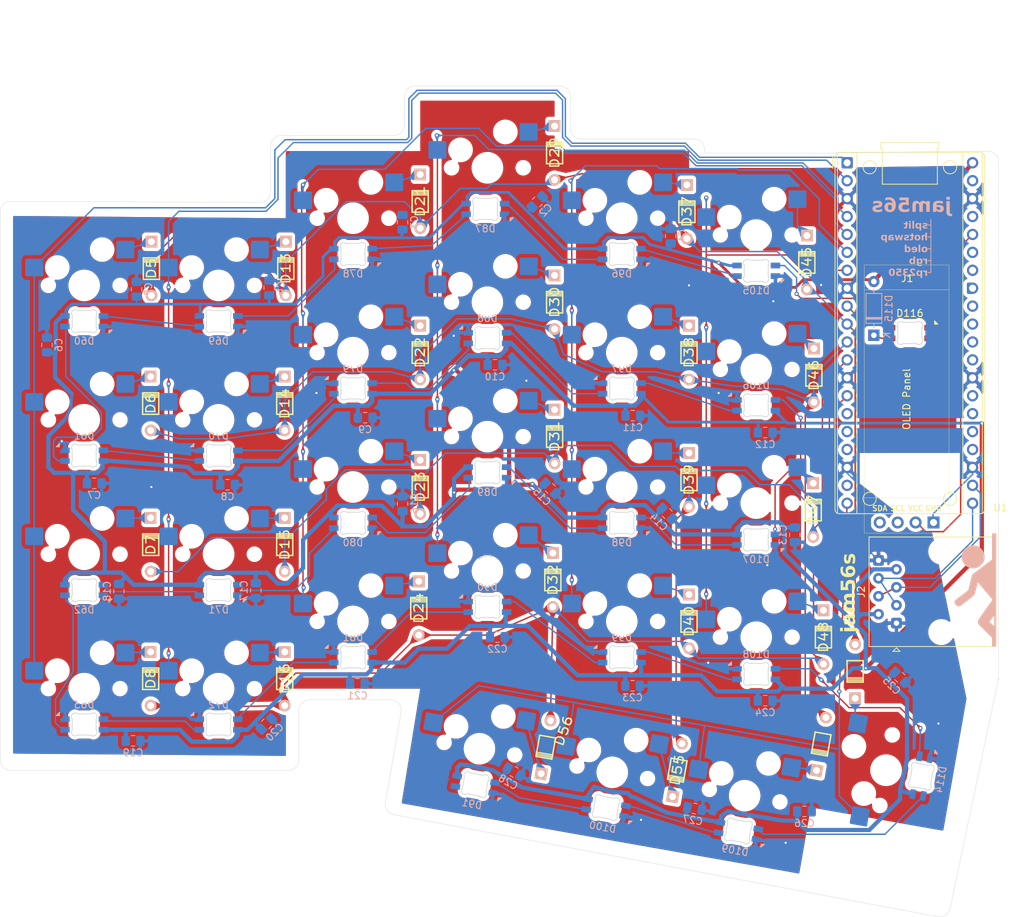
<source format=kicad_pcb>
(kicad_pcb (version 20240108) (generator "pcbnew") (generator_version "8.0")
  (layers (0 "F.Cu" signal) (31 "B.Cu" signal) (34 "B.Paste" user) (35 "F.Paste" user) (36 "B.SilkS" user "B.Silkscreen") (37 "F.SilkS" user "F.Silkscreen") (38 "B.Mask" user) (39 "F.Mask" user) (44 "Edge.Cuts" user))
  (net 0 "")
  (net 1 "Net-(D13-A)")
  (net 2 "Net-(D14-A)")
  (net 3 "Net-(D15-A)")
  (net 4 "Net-(D22-A)")
  (net 5 "Net-(D23-A)")
  (net 6 "Net-(D24-A)")
  (net 7 "MATRIX ROW 3")
  (net 8 "MATRIX ROW 2")
  (net 9 "MATRIX ROW 1")
  (net 10 "MATRIX ROW 0")
  (net 11 "GND")
  (net 12 "+5V")
  (net 13 "MATRIX COL 0")
  (net 14 "MATRIX COL 6")
  (net 15 "MATRIX COL 5")
  (net 16 "MATRIX COL 1")
  (net 17 "MATRIX COL 2")
  (net 18 "MATRIX COL 4")
  (net 19 "+3V3")
  (net 20 "MATRIX COL 3")
  (net 21 "Net-(D60-DOUT)")
  (net 22 "Net-(D61-DOUT)")
  (net 23 "Net-(D62-DOUT)")
  (net 24 "LED_DATA_L")
  (net 25 "Net-(D29-A)")
  (net 26 "Net-(D30-A)")
  (net 27 "Net-(D31-A)")
  (net 28 "Net-(D32-A)")
  (net 29 "Net-(D37-A)")
  (net 30 "Net-(D38-A)")
  (net 31 "Net-(D39-A)")
  (net 32 "Net-(D40-A)")
  (net 33 "Net-(D45-A)")
  (net 34 "Net-(D46-A)")
  (net 35 "Net-(D47-A)")
  (net 36 "Net-(D48-A)")
  (net 37 "Net-(D53-A)")
  (net 38 "Net-(D54-A)")
  (net 39 "Net-(D56-A)")
  (net 40 "Net-(D60-DIN)")
  (net 41 "Net-(D63-DOUT)")
  (net 42 "Net-(D62-DIN)")
  (net 43 "Net-(D69-DIN)")
  (net 44 "Net-(D71-DIN)")
  (net 45 "Net-(D70-DOUT)")
  (net 46 "Net-(D72-DOUT)")
  (net 47 "Net-(D78-DIN)")
  (net 48 "Net-(D80-DIN)")
  (net 49 "Net-(D79-DOUT)")
  (net 50 "Net-(D87-DIN)")
  (net 51 "Net-(D81-DOUT)")
  (net 52 "Net-(D89-DIN)")
  (net 53 "Net-(D88-DOUT)")
  (net 54 "Net-(D90-DOUT)")
  (net 55 "Net-(D105-DIN)")
  (net 56 "Net-(D108-DIN)")
  (net 57 "Net-(D109-DIN)")
  (net 58 "Net-(D100-DOUT)")
  (net 60 "Net-(D115-K)")
  (net 80 "Net-(D100-DIN)")
  (net 81 "Net-(D105-DOUT)")
  (net 82 "Net-(D107-DOUT)")
  (net 83 "Net-(D106-DIN)")
  (net 84 "Net-(D106-DOUT)")
  (net 85 "Net-(D108-DOUT)")
  (net 86 "Net-(D55-A)")
  (net 87 "Net-(D21-A)")
  (net 88 "Net-(D16-A)")
  (net 89 "Net-(D8-A)")
  (net 90 "Net-(D7-A)")
  (net 91 "Net-(D6-A)")
  (net 92 "Net-(D5-A)")
  (net 93 "LinkB_L")
  (net 94 "LinkA_L")
  (footprint "Keebio:Diode" (layer "F.Cu") (at 97.938401 319.1521 -100)
    (property "Reference" "D55")
    (property "Value" "D" (hide yes))
  )
  (footprint "Keebio:Diode" (layer "F.Cu") (at 61.500001 259.975 90)
    (property "Reference" "D22")
    (property "Value" "D" (hide yes))
  )
  (footprint "Keebio:Diode" (layer "F.Cu") (at 61.5 279.025001 90)
    (property "Reference" "D23")
    (property "Value" "D" (hide yes))
  )
  (footprint "Keebio:Diode" (layer "F.Cu") (at 42.3 267.2 90)
    (property "Reference" "D14")
    (property "Value" "D" (hide yes))
  )
  (footprint "Keebio:Diode" (layer "F.Cu") (at 23.3 287.200001 90)
    (property "Reference" "D7")
    (property "Value" "D" (hide yes))
  )
  (footprint "Keebio:Diode" (layer "F.Cu") (at 99.3 240.01 90)
    (property "Reference" "D37")
    (property "Value" "D" (hide yes))
  )
  (footprint "Keebio:Diode" (layer "F.Cu") (at 23.300001 306.200001 90)
    (property "Reference" "D8")
    (property "Value" "D" (hide yes))
  )
  (footprint "Keebio:Diode" (layer "F.Cu") (at 118.65 300.306301 90)
    (property "Reference" "D48")
    (property "Value" "D" (hide yes))
  )
  (footprint "Keebio:Diode" (layer "F.Cu") (at 99.6 259.975 90)
    (property "Reference" "D38")
    (property "Value" "D" (hide yes))
  )
  (footprint "Keebio:Diode" (layer "F.Cu") (at 23.3 267.2 90)
    (property "Reference" "D6")
    (property "Value" "D" (hide yes))
  )
  (footprint "Keebio:Diode" (layer "F.Cu") (at 80.550001 252.831201 90)
    (property "Reference" "D30")
    (property "Value" "D" (hide yes))
  )
  (footprint "Connector_RJ:RJ45_Amphenol_54602-x08_Horizontal" (layer "F.Cu") (at 129.000001 298.32 90)
    (property "Reference" "J2")
    (property "Value" "RJ45")
  )
  (footprint "Keebio:Diode" (layer "F.Cu") (at 42.3 287.200001 90)
    (property "Reference" "D15")
    (property "Value" "D" (hide yes))
  )
  (footprint "Keebio:Diode" (layer "F.Cu") (at 80.3 292.2 90)
    (property "Reference" "D32")
    (property "Value" "D" (hide yes))
  )
  (footprint "Keebio:Diode" (layer "F.Cu") (at 118.3384 315.4521 -100)
    (property "Reference" "D54" (hide yes))
    (property "Value" "D" (hide yes))
  )
  (footprint "Keebio:Diode" (layer "F.Cu") (at 80.55 231.6828 90)
    (property "Reference" "D29")
    (property "Value" "D" (hide yes))
  )
  (footprint "Keebio:Diode" (layer "F.Cu") (at 42.45 248.0687 90)
    (property "Reference" "D13")
    (property "Value" "D" (hide yes))
  )
  (footprint "Keebio:Diode" (layer "F.Cu") (at 23.400001 248.0687 90)
    (property "Reference" "D5")
    (property "Value" "D" (hide yes))
  )
  (footprint "Keebio:Diode" (layer "F.Cu") (at 117.300001 263.200001 90)
    (property "Reference" "D46")
    (property "Value" "D" (hide yes))
  )
  (footprint "Keebio:Diode" (layer "F.Cu") (at 61.300001 296.200001 90)
    (property "Reference" "D24")
    (property "Value" "D" (hide yes))
  )
  (footprint "Keebio:Diode" (layer "F.Cu") (at 117.2 282.300001 90)
    (property "Reference" "D47")
    (property "Value" "D" (hide yes))
  )
  (footprint "Keebio:Diode" (layer "F.Cu") (at 99.600001 298.075001 90)
    (property "Reference" "D40")
    (property "Value" "D" (hide yes))
  )
  (footprint "PCM_marbastlib-various:LED_6028R" (layer "F.Cu") (at 130.9 257.200001 180)
    (property "Reference" "D116")
    (property "Value" "SK6812MINI")
    (fp_line (start 1.699999 0.702841) (end 1.699999 -0.702843) (stroke (width 0.1)) (layer "Edge.Cuts"))
    (fp_line (start 0.794452 -1.5) (end -0.794453 -1.5) (stroke (width 0.1)) (layer "Edge.Cuts"))
    (fp_line (start -0.794452 1.499999) (end 0.794452 1.499999) (stroke (width 0.1)) (layer "Edge.Cuts"))
    (fp_line (start -1.699999 -0.702843) (end -1.699999 0.702841) (stroke (width 0.1)) (layer "Edge.Cuts"))
    (fp_arc (start 1.749484 0.91972) (mid 1.712509 0.814072) (end 1.699999 0.702842) (stroke (width 0.1)) (layer "Edge.Cuts"))
    (fp_arc (start 1.749484 0.91972) (mid 1.63807 1.504033) (end 1.046711 1.568296) (stroke (width 0.1)) (layer "Edge.Cuts"))
    (fp_arc (start 1.699999 -0.702843) (mid 1.712527 -0.814069) (end 1.749484 -0.919721) (stroke (width 0.1)) (layer "Edge.Cuts"))
    (fp_arc (start 1.046711 -1.5683) (mid 1.638072 -1.504036) (end 1.749484 -0.919721) (stroke (width 0.1)) (layer "Edge.Cuts"))
    (fp_arc (start 1.046711 -1.5683) (mid 0.925123 -1.517378) (end 0.794453 -1.500001) (stroke (width 0.1)) (layer "Edge.Cuts"))
    (fp_arc (start 0.794452 1.499999) (mid 0.925122 1.517376) (end 1.04671 1.568298) (stroke (width 0.1)) (layer "Edge.Cuts"))
    (fp_arc (start -0.794453 -1.5) (mid -0.925123 -1.517377) (end -1.046711 -1.568298) (stroke (width 0.1)) (layer "Edge.Cuts"))
    (fp_arc (start -1.046711 1.568298) (mid -0.925123 1.517376) (end -0.794452 1.499999) (stroke (width 0.1)) (layer "Edge.Cuts"))
    (fp_arc (start -1.046711 1.568298) (mid -1.638072 1.504034) (end -1.749484 0.919718) (stroke (width 0.1)) (layer "Edge.Cuts"))
    (fp_arc (start -1.699999 0.702841) (mid -1.712527 0.814067) (end -1.749484 0.91972) (stroke (width 0.1)) (layer "Edge.Cuts"))
    (fp_arc (start -1.749484 -0.919721) (mid -1.63807 -1.504034) (end -1.046711 -1.568298) (stroke (width 0.1)) (layer "Edge.Cuts"))
    (fp_arc (start -1.749484 -0.919721) (mid -1.712527 -0.814069) (end -1.699999 -0.702844) (stroke (width 0.1)) (layer "Edge.Cuts"))
  )
  (footprint "Module_RaspberryPi_Pico:RaspberryPi_Pico_Common_THT" (layer "F.Cu") (at 130.9 257.200001)
    (property "Reference" "U1")
    (property "Value" "Pico" (hide yes))
  )
  (footprint "Keebio:Diode" (layer "F.Cu") (at 42.3 306.200001 90)
    (property "Reference" "D16")
    (property "Value" "D" (hide yes))
  )
  (footprint "Keebio:Diode" (layer "F.Cu") (at 123.146447 305.153554 -90)
    (property "Reference" "D53" (hide yes))
    (property "Value" "D" (hide yes))
  )
  (footprint "Keebio:Diode" (layer "F.Cu") (at 99.6 278.010002 90)
    (property "Reference" "D39")
    (property "Value" "D" (hide yes))
  )
  (footprint "Keebio:Diode" (layer "F.Cu") (at 61.5 238.543701 90)
    (property "Reference" "D21")
    (property "Value" "D" (hide yes))
  )
  (footprint "Keebio:Diode" (layer "F.Cu") (at 79.300001 315.9 -100)
    (property "Reference" "D56")
    (property "Value" "D" (hide yes))
  )
  (footprint "Keebio:Diode" (layer "F.Cu") (at 116.3 247.200001 90)
    (property "Reference" "D45")
    (property "Value" "D" (hide yes))
  )
  (footprint "Library:SSD1306-0.91-OLED-4pin-128x32" (layer "F.Cu") (at 136.446447 247.553554 -90)
    (property "Reference" "J1")
    (property "Value" "OLED_128x32")
  )
  (footprint "Keebio:Diode" (layer "F.Cu") (at 80.550001 271.881201 90)
    (property "Reference" "D31")
    (property "Value" "D" (hide yes))
  )
  (footprint "Capacitor_SMD:C_0805_2012Metric_Pad1.18x1.45mm_HandSolder" (layer "B.Cu") (at 78.100001 238.6 45)
    (property "Reference" "C2")
    (property "Value" "C")
  )
  (footprint "Capacitor_SMD:C_0805_2012Metric_Pad1.18x1.45mm_HandSolder" (layer "B.Cu") (at 114.6 285.8 -90)
    (property "Reference" "C13")
    (property "Value" "C")
  )
  (footprint "MX_Hotswap:MX-Hotswap-1U" (layer "B.Cu") (at 32.925001 269.500001 180)
    (property "Reference" "S14")
    (property "Value" "SW_Push_45deg")
  )
  (footprint "Capacitor_SMD:C_0805_2012Metric_Pad1.18x1.45mm_HandSolder" (layer "B.Cu") (at 15.300001 278.500001)
    (property "Reference" "C7")
    (property "Value" "C")
  )
  (footprint "Capacitor_SMD:C_0805_2012Metric_Pad1.18x1.45mm_HandSolder" (layer "B.Cu") (at 79.933623 279.233624 -45)
    (property "Reference" "C15")
    (property "Value" "C")
  )
  (footprint "Capacitor_SMD:C_0805_2012Metric_Pad1.18x1.45mm_HandSolder" (layer "B.Cu") (at 115.9625 325.000001)
    (property "Reference" "C26")
    (property "Value" "C")
  )
  (footprint "PCM_marbastlib-various:LED_6028R" (layer "B.Cu") (at 13.875 293.630001 180)
    (property "Reference" "D62")
    (property "Value" "SK6812MINI")
    (fp_line (start 1.699999 0.702843) (end 1.699999 -0.702841) (stroke (width 0.1)) (layer "Edge.Cuts"))
    (fp_line (start 0.794452 -1.499999) (end -0.794452 -1.499999) (stroke (width 0.1)) (layer "Edge.Cuts"))
    (fp_line (start -0.794453 1.5) (end 0.794452 1.5) (stroke (width 0.1)) (layer "Edge.Cuts"))
    (fp_line (start -1.699999 -0.702841) (end -1.699999 0.702843) (stroke (width 0.1)) (layer "Edge.Cuts"))
    (fp_arc (start 1.749484 0.919721) (mid 1.71254 0.814067) (end 1.699999 0.702843) (stroke (width 0.1)) (layer "Edge.Cuts"))
    (fp_arc (start 1.749484 0.919721) (mid 1.638072 1.504036) (end 1.046711 1.5683) (stroke (width 0.1)) (layer "Edge.Cuts"))
    (fp_arc (start 1.699999 -0.702842) (mid 1.712536 -0.814066) (end 1.749484 -0.91972) (stroke (width 0.1)) (layer "Edge.Cuts"))
    (fp_arc (start 1.046711 -1.568296) (mid 1.638069 -1.504034) (end 1.749484 -0.91972) (stroke (width 0.1)) (layer "Edge.Cuts"))
    (fp_arc (start 1.04671 -1.568298) (mid 0.925122 -1.517376) (end 0.794452 -1.499999) (stroke (width 0.1)) (layer "Edge.Cuts"))
    (fp_arc (start 0.794453 1.500001) (mid 0.925123 1.517378) (end 1.046711 1.5683) (stroke (width 0.1)) (layer "Edge.Cuts"))
    (fp_arc (start -0.794452 -1.499999) (mid -0.925123 -1.517376) (end -1.046711 -1.568298) (stroke (width 0.1)) (layer "Edge.Cuts"))
    (fp_arc (start -1.046711 1.568298) (mid -0.925123 1.517376) (end -0.794453 1.5) (stroke (width 0.1)) (layer "Edge.Cuts"))
    (fp_arc (start -1.046711 1.568298) (mid -1.638071 1.504035) (end -1.749484 0.919721) (stroke (width 0.1)) (layer "Edge.Cuts"))
    (fp_arc (start -1.699999 0.702844) (mid -1.712527 0.814069) (end -1.749484 0.919721) (stroke (width 0.1)) (layer "Edge.Cuts"))
    (fp_arc (start -1.749484 -0.919718) (mid -1.638072 -1.504034) (end -1.046711 -1.568298) (stroke (width 0.1)) (layer "Edge.Cuts"))
    (fp_arc (start -1.749484 -0.91972) (mid -1.712527 -0.814067) (end -1.699999 -0.702841) (stroke (width 0.1)) (layer "Edge.Cuts"))
  )
  (footprint "PCM_marbastlib-various:LED_6028R" (layer "B.Cu") (at 90.075 265.055001)
    (property "Reference" "D97")
    (property "Value" "SK6812MINI")
    (fp_line (start -1.699999 -0.702841) (end -1.699999 0.702843) (stroke (width 0.1)) (layer "Edge.Cuts"))
    (fp_line (start -0.794453 1.5) (end 0.794452 1.5) (stroke (width 0.1)) (layer "Edge.Cuts"))
    (fp_line (start 0.794452 -1.499999) (end -0.794452 -1.499999) (stroke (width 0.1)) (layer "Edge.Cuts"))
    (fp_line (start 1.699999 0.702843) (end 1.699999 -0.702841) (stroke (width 0.1)) (layer "Edge.Cuts"))
    (fp_arc (start -1.749484 -0.91972) (mid -1.712527 -0.814067) (end -1.699999 -0.702841) (stroke (width 0.1)) (layer "Edge.Cuts"))
    (fp_arc (start -1.749484 -0.919718) (mid -1.638072 -1.504034) (end -1.046711 -1.568298) (stroke (width 0.1)) (layer "Edge.Cuts"))
    (fp_arc (start -1.699999 0.702844) (mid -1.712527 0.814069) (end -1.749484 0.919721) (stroke (width 0.1)) (layer "Edge.Cuts"))
    (fp_arc (start -1.046711 1.568298) (mid -1.638071 1.504035) (end -1.749484 0.919721) (stroke (width 0.1)) (layer "Edge.Cuts"))
    (fp_arc (start -1.046711 1.568298) (mid -0.925123 1.517376) (end -0.794453 1.5) (stroke (width 0.1)) (layer "Edge.Cuts"))
    (fp_arc (start -0.794452 -1.499999) (mid -0.925123 -1.517376) (end -1.046711 -1.568298) (stroke (width 0.1)) (layer "Edge.Cuts"))
    (fp_arc (start 0.794453 1.500001) (mid 0.925123 1.517378) (end 1.046711 1.5683) (stroke (width 0.1)) (layer "Edge.Cuts"))
    (fp_arc (start 1.04671 -1.568298) (mid 0.925122 -1.517376) (end 0.794452 -1.499999) (stroke (width 0.1)) (layer "Edge.Cuts"))
    (fp_arc (start 1.046711 -1.568296) (mid 1.638069 -1.504034) (end 1.749484 -0.91972) (stroke (width 0.1)) (layer "Edge.Cuts"))
    (fp_arc (start 1.699999 -0.702842) (mid 1.712536 -0.814066) (end 1.749484 -0.91972) (stroke (width 0.1)) (layer "Edge.Cuts"))
    (fp_arc (start 1.749484 0.919721) (mid 1.638072 1.504036) (end 1.046711 1.5683) (stroke (width 0.1)) (layer "Edge.Cuts"))
    (fp_arc (start 1.749484 0.919721) (mid 1.71254 0.814067) (end 1.699999 0.702843) (stroke (width 0.1)) (layer "Edge.Cuts"))
  )
  (footprint "MX_Hotswap:MX-Hotswap-1U" (layer "B.Cu") (at 51.975 259.975001 180)
    (property "Reference" "S22")
    (property "Value" "SW_Push_45deg")
  )
  (footprint "MX_Hotswap:MX-Hotswap-1U" (layer "B.Cu") (at 90.075 298.075001 180)
    (property "Reference" "S40")
    (property "Value" "SW_Push_45deg")
  )
  (footprint "Capacitor_SMD:C_0805_2012Metric_Pad1.18x1.45mm_HandSolder" (layer "B.Cu") (at 38.2 293.700001 -90)
    (property "Reference" "C17")
    (property "Value" "C")
  )
  (footprint "Capacitor_SMD:C_0805_2012Metric_Pad1.18x1.45mm_HandSolder" (layer "B.Cu") (at 129.500001 306.000001 -45)
    (property "Reference" "C25")
    (property "Value" "C")
  )
  (footprint "MX_Hotswap:MX-Hotswap-1U" (layer "B.Cu") (at 32.925001 288.550001 180)
    (property "Reference" "S15")
    (property "Value" "SW_Push_45deg")
  )
  (footprint "MX_Hotswap:MX-Hotswap-1U" (layer "B.Cu") (at 71.025001 290.931201 180)
    (property "Reference" "S32")
    (property "Value" "SW_Push_45deg")
  )
  (footprint "Capacitor_SMD:C_0805_2012Metric_Pad1.18x1.45mm_HandSolder" (layer "B.Cu") (at 59 241.500001 90)
    (property "Reference" "C3")
    (property "Value" "C")
  )
  (footprint "Capacitor_SMD:C_0805_2012Metric_Pad1.18x1.45mm_HandSolder" (layer "B.Cu") (at 18.8 293.800001 -90)
    (property "Reference" "C18")
    (property "Value" "C")
  )
  (footprint "Capacitor_SMD:C_0805_2012Metric_Pad1.18x1.45mm_HandSolder" (layer "B.Cu") (at 97.000001 243.462502 90)
    (property "Reference" "C1")
    (property "Value" "C")
  )
  (footprint "Capacitor_SMD:C_0805_2012Metric_Pad1.18x1.45mm_HandSolder" (layer "B.Cu") (at 53.700001 269.2)
    (property "Reference" "C9")
    (property "Value" "C")
  )
  (footprint "PCM_marbastlib-various:LED_6028R" (layer "B.Cu") (at 106.6033 327.775101 170)
    (property "Reference" "D109")
    (property "Value" "SK6812MINI")
    (fp_line (start 1.699999 0.702843) (end 1.699999 -0.702841) (stroke (width 0.1)) (layer "Edge.Cuts"))
    (fp_line (start 0.794452 -1.5) (end -0.794452 -1.499999) (stroke (width 0.1)) (layer "Edge.Cuts"))
    (fp_line (start -0.794454 1.5) (end 0.794453 1.5) (stroke (width 0.1)) (layer "Edge.Cuts"))
    (fp_line (start -1.7 -0.702841) (end -1.699999 0.702844) (stroke (width 0.1)) (layer "Edge.Cuts"))
    (fp_arc (start 1.699998 -0.702842) (mid 1.71253 -0.814067) (end 1.749484 -0.919719) (stroke (width 0.1)) (layer "Edge.Cuts"))
    (fp_arc (start 1.749484 0.919721) (mid 1.712511 0.814072) (end 1.699999 0.702843) (stroke (width 0.1)) (layer "Edge.Cuts"))
    (fp_arc (start 1.749484 0.919721) (mid 1.638071 1.504037) (end 1.046711 1.568299) (stroke (width 0.1)) (layer "Edge.Cuts"))
    (fp_arc (start 1.046711 -1.568296) (mid 1.638069 -1.504034) (end 1.749484 -0.919719) (stroke (width 0.1)) (layer "Edge.Cuts"))
    (fp_arc (start 1.046711 -1.568298) (mid 0.925123 -1.517378) (end 0.794452 -1.5) (stroke (width 0.1)) (layer "Edge.Cuts"))
    (fp_arc (start 0.794453 1.500001) (mid 0.925123 1.517381) (end 1.046711 1.568299) (stroke (width 0.1)) (layer "Edge.Cuts"))
    (fp_arc (start -0.794452 -1.499999) (mid -0.925122 -1.517379) (end -1.046711 -1.568298) (stroke (width 0.1)) (layer "Edge.Cuts"))
    (fp_arc (start -1.046711 1.568299) (mid -0.925124 1.517377) (end -0.794454 1.5) (stroke (width 0.1)) (layer "Edge.Cuts"))
    (fp_arc (start -1.046711 1.568299) (mid -1.638072 1.504037) (end -1.749484 0.919721) (stroke (width 0.1)) (layer "Edge.Cuts"))
    (fp_arc (start -1.749484 -0.919718) (mid -1.638071 -1.504033) (end -1.046711 -1.568298) (stroke (width 0.1)) (layer "Edge.Cuts"))
    (fp_arc (start -1.749484 -0.91972) (mid -1.712526 -0.814067) (end -1.7 -0.702841) (stroke (width 0.1)) (layer "Edge.Cuts"))
    (fp_arc (start -1.699999 0.702844) (mid -1.712532 0.814069) (end -1.749484 0.919721) (stroke (width 0.1)) (layer "Edge.Cuts"))
  )
  (footprint "MX_Hotswap:MX-Hotswap-1U" (layer "B.Cu") (at 13.875001 307.600001 180)
    (property "Reference" "S8")
    (property "Value" "SW_Push_45deg")
  )
  (footprint "PCM_marbastlib-various:LED_6028R" (layer "B.Cu") (at 70.731201 239.611201 180)
    (property "Reference" "D87")
    (property "Value" "SK6812MINI")
    (fp_line (start 1.699999 0.702843) (end 1.699999 -0.702841) (stroke (width 0.1)) (layer "Edge.Cuts"))
    (fp_line (start 0.794452 -1.499999) (end -0.794452 -1.499999) (stroke (width 0.1)) (layer "Edge.Cuts"))
    (fp_line (start -0.794453 1.5) (end 0.794452 1.5) (stroke (width 0.1)) (layer "Edge.Cuts"))
    (fp_line (start -1.699999 -0.702841) (end -1.699999 0.702843) (stroke (width 0.1)) (layer "Edge.Cuts"))
    (fp_arc (start 1.749484 0.919721) (mid 1.71254 0.814067) (end 1.699999 0.702843) (stroke (width 0.1)) (layer "Edge.Cuts"))
    (fp_arc (start 1.749484 0.919721) (mid 1.638072 1.504036) (end 1.046711 1.5683) (stroke (width 0.1)) (layer "Edge.Cuts"))
    (fp_arc (start 1.699999 -0.702842) (mid 1.712536 -0.814066) (end 1.749484 -0.91972) (stroke (width 0.1)) (layer "Edge.Cuts"))
    (fp_arc (start 1.046711 -1.568296) (mid 1.638069 -1.504034) (end 1.749484 -0.91972) (stroke (width 0.1)) (layer "Edge.Cuts"))
    (fp_arc (start 1.04671 -1.568298) (mid 0.925122 -1.517376) (end 0.794452 -1.499999) (stroke (width 0.1)) (layer "Edge.Cuts"))
    (fp_arc (start 0.794453 1.500001) (mid 0.925123 1.517378) (end 1.046711 1.5683) (stroke (width 0.1)) (layer "Edge.Cuts"))
    (fp_arc (start -0.794452 -1.499999) (mid -0.925123 -1.517376) (end -1.046711 -1.568298) (stroke (width 0.1)) (layer "Edge.Cuts"))
    (fp_arc (start -1.046711 1.568298) (mid -0.925123 1.517376) (end -0.794453 1.5) (stroke (width 0.1)) (layer "Edge.Cuts"))
    (fp_arc (start -1.046711 1.568298) (mid -1.638071 1.504035) (end -1.749484 0.919721) (stroke (width 0.1)) (layer "Edge.Cuts"))
    (fp_arc (start -1.699999 0.702844) (mid -1.712527 0.814069) (end -1.749484 0.919721) (stroke (width 0.1)) (layer "Edge.Cuts"))
    (fp_arc (start -1.749484 -0.919718) (mid -1.638072 -1.504034) (end -1.046711 -1.568298) (stroke (width 0.1)) (layer "Edge.Cuts"))
    (fp_arc (start -1.749484 -0.91972) (mid -1.712527 -0.814067) (end -1.699999 -0.702841) (stroke (width 0.1)) (layer "Edge.Cuts"))
  )
  (footprint "Capacitor_SMD:C_0805_2012Metric_Pad1.18x1.45mm_HandSolder" (layer "B.Cu") (at 8.6 258.9 90)
    (property "Reference" "C6")
    (property "Value" "C")
  )
  (footprint "PCM_marbastlib-various:LED_6028R" (layer "B.Cu") (at 69.3 321.2 170)
    (property "Reference" "D91")
    (property "Value" "SK6812MINI")
    (fp_line (start 1.699999 0.702843) (end 1.699999 -0.702841) (stroke (width 0.1)) (layer "Edge.Cuts"))
    (fp_line (start 0.794452 -1.5) (end -0.794452 -1.499999) (stroke (width 0.1)) (layer "Edge.Cuts"))
    (fp_line (start -0.794454 1.5) (end 0.794453 1.5) (stroke (width 0.1)) (layer "Edge.Cuts"))
    (fp_line (start -1.7 -0.702841) (end -1.699999 0.702844) (stroke (width 0.1)) (layer "Edge.Cuts"))
    (fp_arc (start 1.699998 -0.702842) (mid 1.71253 -0.814067) (end 1.749484 -0.919719) (stroke (width 0.1)) (layer "Edge.Cuts"))
    (fp_arc (start 1.749484 0.919721) (mid 1.712511 0.814072) (end 1.699999 0.702843) (stroke (width 0.1)) (layer "Edge.Cuts"))
    (fp_arc (start 1.749484 0.919721) (mid 1.638071 1.504037) (end 1.046711 1.568299) (stroke (width 0.1)) (layer "Edge.Cuts"))
    (fp_arc (start 1.046711 -1.568296) (mid 1.638069 -1.504034) (end 1.749484 -0.919719) (stroke (width 0.1)) (layer "Edge.Cuts"))
    (fp_arc (start 1.046711 -1.568298) (mid 0.925123 -1.517378) (end 0.794452 -1.5) (stroke (width 0.1)) (layer "Edge.Cuts"))
    (fp_arc (start 0.794453 1.500001) (mid 0.925123 1.517381) (end 1.046711 1.568299) (stroke (width 0.1)) (layer "Edge.Cuts"))
    (fp_arc (start -0.794452 -1.499999) (mid -0.925122 -1.517379) (end -1.046711 -1.568298) (stroke (width 0.1)) (layer "Edge.Cuts"))
    (fp_arc (start -1.046711 1.568299) (mid -0.925124 1.517377) (end -0.794454 1.5) (stroke (width 0.1)) (layer "Edge.Cuts"))
    (fp_arc (start -1.046711 1.568299) (mid -1.638072 1.504037) (end -1.749484 0.919721) (stroke (width 0.1)) (layer "Edge.Cuts"))
    (fp_arc (start -1.749484 -0.919718) (mid -1.638071 -1.504033) (end -1.046711 -1.568298) (stroke (width 0.1)) (layer "Edge.Cuts"))
    (fp_arc (start -1.749484 -0.91972) (mid -1.712526 -0.814067) (end -1.7 -0.702841) (stroke (width 0.1)) (layer "Edge.Cuts"))
    (fp_arc (start -1.699999 0.702844) (mid -1.712532 0.814069) (end -1.749484 0.919721) (stroke (width 0.1)) (layer "Edge.Cuts"))
  )
  (footprint "PCM_marbastlib-various:LED_6028R" (layer "B.Cu") (at 51.975 265.055001)
    (property "Reference" "D79")
    (property "Value" "SK6812MINI")
    (fp_line (start -1.699999 -0.702841) (end -1.699999 0.702843) (stroke (width 0.1)) (layer "Edge.Cuts"))
    (fp_line (start -0.794453 1.5) (end 0.794452 1.5) (stroke (width 0.1)) (layer "Edge.Cuts"))
    (fp_line (start 0.794452 -1.499999) (end -0.794452 -1.499999) (stroke (width 0.1)) (layer "Edge.Cuts"))
    (fp_line (start 1.699999 0.702843) (end 1.699999 -0.702841) (stroke (width 0.1)) (layer "Edge.Cuts"))
    (fp_arc (start -1.749484 -0.91972) (mid -1.712527 -0.814067) (end -1.699999 -0.702841) (stroke (width 0.1)) (layer "Edge.Cuts"))
    (fp_arc (start -1.749484 -0.919718) (mid -1.638072 -1.504034) (end -1.046711 -1.568298) (stroke (width 0.1)) (layer "Edge.Cuts"))
    (fp_arc (start -1.699999 0.702844) (mid -1.712527 0.814069) (end -1.749484 0.919721) (stroke (width 0.1)) (layer "Edge.Cuts"))
    (fp_arc (start -1.046711 1.568298) (mid -1.638071 1.504035) (end -1.749484 0.919721) (stroke (width 0.1)) (layer "Edge.Cuts"))
    (fp_arc (start -1.046711 1.568298) (mid -0.925123 1.517376) (end -0.794453 1.5) (stroke (width 0.1)) (layer "Edge.Cuts"))
    (fp_arc (start -0.794452 -1.499999) (mid -0.925123 -1.517376) (end -1.046711 -1.568298) (stroke (width 0.1)) (layer "Edge.Cuts"))
    (fp_arc (start 0.794453 1.500001) (mid 0.925123 1.517378) (end 1.046711 1.5683) (stroke (width 0.1)) (layer "Edge.Cuts"))
    (fp_arc (start 1.04671 -1.568298) (mid 0.925122 -1.517376) (end 0.794452 -1.499999) (stroke (width 0.1)) (layer "Edge.Cuts"))
    (fp_arc (start 1.046711 -1.568296) (mid 1.638069 -1.504034) (end 1.749484 -0.91972) (stroke (width 0.1)) (layer "Edge.Cuts"))
    (fp_arc (start 1.699999 -0.702842) (mid 1.712536 -0.814066) (end 1.749484 -0.91972) (stroke (width 0.1)) (layer "Edge.Cuts"))
    (fp_arc (start 1.749484 0.919721) (mid 1.638072 1.504036) (end 1.046711 1.5683) (stroke (width 0.1)) (layer "Edge.Cuts"))
    (fp_arc (start 1.749484 0.919721) (mid 1.71254 0.814067) (end 1.699999 0.702843) (stroke (width 0.1)) (layer "Edge.Cuts"))
  )
  (footprint "Capacitor_SMD:C_0805_2012Metric_Pad1.18x1.45mm_HandSolder" (layer "B.Cu") (at 34.2 278.7)
    (property "Reference" "C8")
    (property "Value" "C")
  )
  (footprint "Capacitor_SMD:C_0805_2012Metric_Pad1.18x1.45mm_HandSolder" (layer "B.Cu") (at 91.6375 268.9)
    (property "Reference" "C11")
    (property "Value" "C")
  )
  (footprint "MX_Hotswap:MX-Hotswap-1U" (layer "B.Cu") (at 71.025 252.8312 180)
    (property "Reference" "S30")
    (property "Value" "SW_Push_45deg")
  )
  (footprint "PCM_marbastlib-various:LED_6028R" (layer "B.Cu") (at 32.925001 293.63 180)
    (property "Reference" "D71")
    (property "Value" "SK6812MINI")
    (fp_line (start 1.699999 0.702843) (end 1.699999 -0.702841) (stroke (width 0.1)) (layer "Edge.Cuts"))
    (fp_line (start 0.794452 -1.499999) (end -0.794452 -1.499999) (stroke (width 0.1)) (layer "Edge.Cuts"))
    (fp_line (start -0.794453 1.5) (end 0.794452 1.5) (stroke (width 0.1)) (layer "Edge.Cuts"))
    (fp_line (start -1.699999 -0.702841) (end -1.699999 0.702843) (stroke (width 0.1)) (layer "Edge.Cuts"))
    (fp_arc (start 1.749484 0.919721) (mid 1.71254 0.814067) (end 1.699999 0.702843) (stroke (width 0.1)) (layer "Edge.Cuts"))
    (fp_arc (start 1.749484 0.919721) (mid 1.638072 1.504036) (end 1.046711 1.5683) (stroke (width 0.1)) (layer "Edge.Cuts"))
    (fp_arc (start 1.699999 -0.702842) (mid 1.712536 -0.814066) (end 1.749484 -0.91972) (stroke (width 0.1)) (layer "Edge.Cuts"))
    (fp_arc (start 1.046711 -1.568296) (mid 1.638069 -1.504034) (end 1.749484 -0.91972) (stroke (width 0.1)) (layer "Edge.Cuts"))
    (fp_arc (start 1.04671 -1.568298) (mid 0.925122 -1.517376) (end 0.794452 -1.499999) (stroke (width 0.1)) (layer "Edge.Cuts"))
    (fp_arc (start 0.794453 1.500001) (mid 0.925123 1.517378) (end 1.046711 1.5683) (stroke (width 0.1)) (layer "Edge.Cuts"))
    (fp_arc (start -0.794452 -1.499999) (mid -0.925123 -1.517376) (end -1.046711 -1.568298) (stroke (width 0.1)) (layer "Edge.Cuts"))
    (fp_arc (start -1.046711 1.568298) (mid -0.925123 1.517376) (end -0.794453 1.5) (stroke (width 0.1)) (layer "Edge.Cuts"))
    (fp_arc (start -1.046711 1.568298) (mid -1.638071 1.504035) (end -1.749484 0.919721) (stroke (width 0.1)) (layer "Edge.Cuts"))
    (fp_arc (start -1.699999 0.702844) (mid -1.712527 0.814069) (end -1.749484 0.919721) (stroke (width 0.1)) (layer "Edge.Cuts"))
    (fp_arc (start -1.749484 -0.919718) (mid -1.638072 -1.504034) (end -1.046711 -1.568298) (stroke (width 0.1)) (layer "Edge.Cuts"))
    (fp_arc (start -1.749484 -0.91972) (mid -1.712527 -0.814067) (end -1.699999 -0.702841) (stroke (width 0.1)) (layer "Edge.Cuts"))
  )
  (footprint "PCM_marbastlib-various:LED_6028R" (layer "B.Cu") (at 51.975 284.105 180)
    (property "Reference" "D80")
    (property "Value" "SK6812MINI")
    (fp_line (start 1.699999 0.702843) (end 1.699999 -0.702841) (stroke (width 0.1)) (layer "Edge.Cuts"))
    (fp_line (start 0.794452 -1.499999) (end -0.794452 -1.499999) (stroke (width 0.1)) (layer "Edge.Cuts"))
    (fp_line (start -0.794453 1.5) (end 0.794452 1.5) (stroke (width 0.1)) (layer "Edge.Cuts"))
    (fp_line (start -1.699999 -0.702841) (end -1.699999 0.702843) (stroke (width 0.1)) (layer "Edge.Cuts"))
    (fp_arc (start 1.749484 0.919721) (mid 1.71254 0.814067) (end 1.699999 0.702843) (stroke (width 0.1)) (layer "Edge.Cuts"))
    (fp_arc (start 1.749484 0.919721) (mid 1.638072 1.504036) (end 1.046711 1.5683) (stroke (width 0.1)) (layer "Edge.Cuts"))
    (fp_arc (start 1.699999 -0.702842) (mid 1.712536 -0.814066) (end 1.749484 -0.91972) (stroke (width 0.1)) (layer "Edge.Cuts"))
    (fp_arc (start 1.046711 -1.568296) (mid 1.638069 -1.504034) (end 1.749484 -0.91972) (stroke (width 0.1)) (layer "Edge.Cuts"))
    (fp_arc (start 1.04671 -1.568298) (mid 0.925122 -1.517376) (end 0.794452 -1.499999) (stroke (width 0.1)) (layer "Edge.Cuts"))
    (fp_arc (start 0.794453 1.500001) (mid 0.925123 1.517378) (end 1.046711 1.5683) (stroke (width 0.1)) (layer "Edge.Cuts"))
    (fp_arc (start -0.794452 -1.499999) (mid -0.925123 -1.517376) (end -1.046711 -1.568298) (stroke (width 0.1)) (layer "Edge.Cuts"))
    (fp_arc (start -1.046711 1.568298) (mid -0.925123 1.517376) (end -0.794453 1.5) (stroke (width 0.1)) (layer "Edge.Cuts"))
    (fp_arc (start -1.046711 1.568298) (mid -1.638071 1.504035) (end -1.749484 0.919721) (stroke (width 0.1)) (layer "Edge.Cuts"))
    (fp_arc (start -1.699999 0.702844) (mid -1.712527 0.814069) (end -1.749484 0.919721) (stroke (width 0.1)) (layer "Edge.Cuts"))
    (fp_arc (start -1.749484 -0.919718) (mid -1.638072 -1.504034) (end -1.046711 -1.568298) (stroke (width 0.1)) (layer "Edge.Cuts"))
    (fp_arc (start -1.749484 -0.91972) (mid -1.712527 -0.814067) (end -1.699999 -0.702841) (stroke (width 0.1)) (layer "Edge.Cuts"))
  )
  (footprint "MX_Hotswap:MX-Hotswap-1U" (layer "B.Cu") (at 109.125 300.306301 180)
    (property "Reference" "S48")
    (property "Value" "SW_Push_45deg")
  )
  (footprint "PCM_marbastlib-various:LED_6028R" (layer "B.Cu") (at 87.8427 324.467101 170)
    (property "Reference" "D100")
    (property "Value" "SK6812MINI")
    (fp_line (start 1.699999 0.702843) (end 1.699999 -0.702841) (stroke (width 0.1)) (layer "Edge.Cuts"))
    (fp_line (start 0.794452 -1.5) (end -0.794452 -1.499999) (stroke (width 0.1)) (layer "Edge.Cuts"))
    (fp_line (start -0.794454 1.5) (end 0.794453 1.5) (stroke (width 0.1)) (layer "Edge.Cuts"))
    (fp_line (start -1.7 -0.702841) (end -1.699999 0.702844) (stroke (width 0.1)) (layer "Edge.Cuts"))
    (fp_arc (start 1.699998 -0.702842) (mid 1.71253 -0.814067) (end 1.749484 -0.919719) (stroke (width 0.1)) (layer "Edge.Cuts"))
    (fp_arc (start 1.749484 0.919721) (mid 1.712511 0.814072) (end 1.699999 0.702843) (stroke (width 0.1)) (layer "Edge.Cuts"))
    (fp_arc (start 1.749484 0.919721) (mid 1.638071 1.504037) (end 1.046711 1.568299) (stroke (width 0.1)) (layer "Edge.Cuts"))
    (fp_arc (start 1.046711 -1.568296) (mid 1.638069 -1.504034) (end 1.749484 -0.919719) (stroke (width 0.1)) (layer "Edge.Cuts"))
    (fp_arc (start 1.046711 -1.568298) (mid 0.925123 -1.517378) (end 0.794452 -1.5) (stroke (width 0.1)) (layer "Edge.Cuts"))
    (fp_arc (start 0.794453 1.500001) (mid 0.925123 1.517381) (end 1.046711 1.568299) (stroke (width 0.1)) (layer "Edge.Cuts"))
    (fp_arc (start -0.794452 -1.499999) (mid -0.925122 -1.517379) (end -1.046711 -1.568298) (stroke (width 0.1)) (layer "Edge.Cuts"))
    (fp_arc (start -1.046711 1.568299) (mid -0.925124 1.517377) (end -0.794454 1.5) (stroke (width 0.1)) (layer "Edge.Cuts"))
    (fp_arc (start -1.046711 1.568299) (mid -1.638072 1.504037) (end -1.749484 0.919721) (stroke (width 0.1)) (layer "Edge.Cuts"))
    (fp_arc (start -1.749484 -0.919718) (mid -1.638071 -1.504033) (end -1.046711 -1.568298) (stroke (width 0.1)) (layer "Edge.Cuts"))
    (fp_arc (start -1.749484 -0.91972) (mid -1.712526 -0.814067) (end -1.7 -0.702841) (stroke (width 0.1)) (layer "Edge.Cuts"))
    (fp_arc (start -1.699999 0.702844) (mid -1.712532 0.814069) (end -1.749484 0.919721) (stroke (width 0.1)) (layer "Edge.Cuts"))
  )
  (footprint "PCM_marbastlib-various:LED_6028R" (layer "B.Cu") (at 32.925 312.680001)
    (property "Reference" "D72")
    (property "Value" "SK6812MINI")
    (fp_line (start -1.699999 -0.702841) (end -1.699999 0.702843) (stroke (width 0.1)) (layer "Edge.Cuts"))
    (fp_line (start -0.794453 1.5) (end 0.794452 1.5) (stroke (width 0.1)) (layer "Edge.Cuts"))
    (fp_line (start 0.794452 -1.499999) (end -0.794452 -1.499999) (stroke (width 0.1)) (layer "Edge.Cuts"))
    (fp_line (start 1.699999 0.702843) (end 1.699999 -0.702841) (stroke (width 0.1)) (layer "Edge.Cuts"))
    (fp_arc (start -1.749484 -0.91972) (mid -1.712527 -0.814067) (end -1.699999 -0.702841) (stroke (width 0.1)) (layer "Edge.Cuts"))
    (fp_arc (start -1.749484 -0.919718) (mid -1.638072 -1.504034) (end -1.046711 -1.568298) (stroke (width 0.1)) (layer "Edge.Cuts"))
    (fp_arc (start -1.699999 0.702844) (mid -1.712527 0.814069) (end -1.749484 0.919721) (stroke (width 0.1)) (layer "Edge.Cuts"))
    (fp_arc (start -1.046711 1.568298) (mid -1.638071 1.504035) (end -1.749484 0.919721) (stroke (width 0.1)) (layer "Edge.Cuts"))
    (fp_arc (start -1.046711 1.568298) (mid -0.925123 1.517376) (end -0.794453 1.5) (stroke (width 0.1)) (layer "Edge.Cuts"))
    (fp_arc (start -0.794452 -1.499999) (mid -0.925123 -1.517376) (end -1.046711 -1.568298) (stroke (width 0.1)) (layer "Edge.Cuts"))
    (fp_arc (start 0.794453 1.500001) (mid 0.925123 1.517378) (end 1.046711 1.5683) (stroke (width 0.1)) (layer "Edge.Cuts"))
    (fp_arc (start 1.04671 -1.568298) (mid 0.925122 -1.517376) (end 0.794452 -1.499999) (stroke (width 0.1)) (layer "Edge.Cuts"))
    (fp_arc (start 1.046711 -1.568296) (mid 1.638069 -1.504034) (end 1.749484 -0.91972) (stroke (width 0.1)) (layer "Edge.Cuts"))
    (fp_arc (start 1.699999 -0.702842) (mid 1.712536 -0.814066) (end 1.749484 -0.91972) (stroke (width 0.1)) (layer "Edge.Cuts"))
    (fp_arc (start 1.749484 0.919721) (mid 1.638072 1.504036) (end 1.046711 1.5683) (stroke (width 0.1)) (layer "Edge.Cuts"))
    (fp_arc (start 1.749484 0.919721) (mid 1.71254 0.814067) (end 1.699999 0.702843) (stroke (width 0.1)) (layer "Edge.Cuts"))
  )
  (footprint "Capacitor_SMD:C_0805_2012Metric_Pad1.18x1.45mm_HandSolder" (layer "B.Cu") (at 21.3 251.000001 90)
    (property "Reference" "C5")
    (property "Value" "C")
  )
  (footprint "PCM_marbastlib-various:LED_6028R" (layer "B.Cu") (at 13.875001 274.58)
    (property "Reference" "D61")
    (property "Value" "SK6812MINI")
    (fp_line (start -1.699999 -0.702841) (end -1.699999 0.702843) (stroke (width 0.1)) (layer "Edge.Cuts"))
    (fp_line (start -0.794453 1.5) (end 0.794452 1.5) (stroke (width 0.1)) (layer "Edge.Cuts"))
    (fp_line (start 0.794452 -1.499999) (end -0.794452 -1.499999) (stroke (width 0.1)) (layer "Edge.Cuts"))
    (fp_line (start 1.699999 0.702843) (end 1.699999 -0.702841) (stroke (width 0.1)) (layer "Edge.Cuts"))
    (fp_arc (start -1.749484 -0.91972) (mid -1.712527 -0.814067) (end -1.699999 -0.702841) (stroke (width 0.1)) (layer "Edge.Cuts"))
    (fp_arc (start -1.749484 -0.919718) (mid -1.638072 -1.504034) (end -1.046711 -1.568298) (stroke (width 0.1)) (layer "Edge.Cuts"))
    (fp_arc (start -1.699999 0.702844) (mid -1.712527 0.814069) (end -1.749484 0.919721) (stroke (width 0.1)) (layer "Edge.Cuts"))
    (fp_arc (start -1.046711 1.568298) (mid -1.638071 1.504035) (end -1.749484 0.919721) (stroke (width 0.1)) (layer "Edge.Cuts"))
    (fp_arc (start -1.046711 1.568298) (mid -0.925123 1.517376) (end -0.794453 1.5) (stroke (width 0.1)) (layer "Edge.Cuts"))
    (fp_arc (start -0.794452 -1.499999) (mid -0.925123 -1.517376) (end -1.046711 -1.568298) (stroke (width 0.1)) (layer "Edge.Cuts"))
    (fp_arc (start 0.794453 1.500001) (mid 0.925123 1.517378) (end 1.046711 1.5683) (stroke (width 0.1)) (layer "Edge.Cuts"))
    (fp_arc (start 1.04671 -1.568298) (mid 0.925122 -1.517376) (end 0.794452 -1.499999) (stroke (width 0.1)) (layer "Edge.Cuts"))
    (fp_arc (start 1.046711 -1.568296) (mid 1.638069 -1.504034) (end 1.749484 -0.91972) (stroke (width 0.1)) (layer "Edge.Cuts"))
    (fp_arc (start 1.699999 -0.702842) (mid 1.712536 -0.814066) (end 1.749484 -0.91972) (stroke (width 0.1)) (layer "Edge.Cuts"))
    (fp_arc (start 1.749484 0.919721) (mid 1.638072 1.504036) (end 1.046711 1.5683) (stroke (width 0.1)) (layer "Edge.Cuts"))
    (fp_arc (start 1.749484 0.919721) (mid 1.71254 0.814067) (end 1.699999 0.702843) (stroke (width 0.1)) (layer "Edge.Cuts"))
  )
  (footprint "MX_Hotswap:MX-Hotswap-1U" (layer "B.Cu") (at 51.975 298.075001 180)
    (property "Reference" "S24")
    (property "Value" "SW_Push_45deg")
  )
  (footprint "MX_Hotswap:MX-Hotswap-1U" (layer "B.Cu") (at 71.025 233.781201 180)
    (property "Reference" "S29")
    (property "Value" "SW_Push_45deg")
  )
  (footprint "PCM_marbastlib-various:LED_6028R" (layer "B.Cu") (at 51.975001 303.155001)
    (property "Reference" "D81")
    (property "Value" "SK6812MINI")
    (fp_line (start -1.699999 -0.702841) (end -1.699999 0.702843) (stroke (width 0.1)) (layer "Edge.Cuts"))
    (fp_line (start -0.794453 1.5) (end 0.794452 1.5) (stroke (width 0.1)) (layer "Edge.Cuts"))
    (fp_line (start 0.794452 -1.499999) (end -0.794452 -1.499999) (stroke (width 0.1)) (layer "Edge.Cuts"))
    (fp_line (start 1.699999 0.702843) (end 1.699999 -0.702841) (stroke (width 0.1)) (layer "Edge.Cuts"))
    (fp_arc (start -1.749484 -0.91972) (mid -1.712527 -0.814067) (end -1.699999 -0.702841) (stroke (width 0.1)) (layer "Edge.Cuts"))
    (fp_arc (start -1.749484 -0.919718) (mid -1.638072 -1.504034) (end -1.046711 -1.568298) (stroke (width 0.1)) (layer "Edge.Cuts"))
    (fp_arc (start -1.699999 0.702844) (mid -1.712527 0.814069) (end -1.749484 0.919721) (stroke (width 0.1)) (layer "Edge.Cuts"))
    (fp_arc (start -1.046711 1.568298) (mid -1.638071 1.504035) (end -1.749484 0.919721) (stroke (width 0.1)) (layer "Edge.Cuts"))
    (fp_arc (start -1.046711 1.568298) (mid -0.925123 1.517376) (end -0.794453 1.5) (stroke (width 0.1)) (layer "Edge.Cuts"))
    (fp_arc (start -0.794452 -1.499999) (mid -0.925123 -1.517376) (end -1.046711 -1.568298) (stroke (width 0.1)) (layer "Edge.Cuts"))
    (fp_arc (start 0.794453 1.500001) (mid 0.925123 1.517378) (end 1.046711 1.5683) (stroke (width 0.1)) (layer "Edge.Cuts"))
    (fp_arc (start 1.04671 -1.568298) (mid 0.925122 -1.517376) (end 0.794452 -1.499999) (stroke (width 0.1)) (layer "Edge.Cuts"))
    (fp_arc (start 1.046711 -1.568296) (mid 1.638069 -1.504034) (end 1.749484 -0.91972) (stroke (width 0.1)) (layer "Edge.Cuts"))
    (fp_arc (start 1.699999 -0.702842) (mid 1.712536 -0.814066) (end 1.749484 -0.91972) (stroke (width 0.1)) (layer "Edge.Cuts"))
    (fp_arc (start 1.749484 0.919721) (mid 1.638072 1.504036) (end 1.046711 1.5683) (stroke (width 0.1)) (layer "Edge.Cuts"))
    (fp_arc (start 1.749484 0.919721) (mid 1.71254 0.814067) (end 1.699999 0.702843) (stroke (width 0.1)) (layer "Edge.Cuts"))
  )
  (footprint "MX_Hotswap:MX-Hotswap-1U" (layer "B.Cu") (at 13.875001 288.550001 180)
    (property "Reference" "S7")
    (property "Value" "SW_Push_45deg")
  )
  (footprint "MX_Hotswap:MX-Hotswap-1U" (layer "B.Cu") (at 109.125 281.306301 180)
    (property "Reference" "S47")
    (property "Value" "SW_Push_45deg")
  )
  (footprint "PCM_marbastlib-various:LED_6028R" (layer "B.Cu") (at 13.875 312.680001)
    (property "Reference" "D63")
    (property "Value" "SK6812MINI")
    (fp_line (start -1.699999 -0.702841) (end -1.699999 0.702843) (stroke (width 0.1)) (layer "Edge.Cuts"))
    (fp_line (start -0.794453 1.5) (end 0.794452 1.5) (stroke (width 0.1)) (layer "Edge.Cuts"))
    (fp_line (start 0.794452 -1.499999) (end -0.794452 -1.499999) (stroke (width 0.1)) (layer "Edge.Cuts"))
    (fp_line (start 1.699999 0.702843) (end 1.699999 -0.702841) (stroke (width 0.1)) (layer "Edge.Cuts"))
    (fp_arc (start -1.749484 -0.91972) (mid -1.712527 -0.814067) (end -1.699999 -0.702841) (stroke (width 0.1)) (layer "Edge.Cuts"))
    (fp_arc (start -1.749484 -0.919718) (mid -1.638072 -1.504034) (end -1.046711 -1.568298) (stroke (width 0.1)) (layer "Edge.Cuts"))
    (fp_arc (start -1.699999 0.702844) (mid -1.712527 0.814069) (end -1.749484 0.919721) (stroke (width 0.1)) (layer "Edge.Cuts"))
    (fp_arc (start -1.046711 1.568298) (mid -1.638071 1.504035) (end -1.749484 0.919721) (stroke (width 0.1)) (layer "Edge.Cuts"))
    (fp_arc (start -1.046711 1.568298) (mid -0.925123 1.517376) (end -0.794453 1.5) (stroke (width 0.1)) (layer "Edge.Cuts"))
    (fp_arc (start -0.794452 -1.499999) (mid -0.925123 -1.517376) (end -1.046711 -1.568298) (stroke (width 0.1)) (layer "Edge.Cuts"))
    (fp_arc (start 0.794453 1.500001) (mid 0.925123 1.517378) (end 1.046711 1.5683) (stroke (width 0.1)) (layer "Edge.Cuts"))
    (fp_arc (start 1.04671 -1.568298) (mid 0.925122 -1.517376) (end 0.794452 -1.499999) (stroke (width 0.1)) (layer "Edge.Cuts"))
    (fp_arc (start 1.046711 -1.568296) (mid 1.638069 -1.504034) (end 1.749484 -0.91972) (stroke (width 0.1)) (layer "Edge.Cuts"))
    (fp_arc (start 1.699999 -0.702842) (mid 1.712536 -0.814066) (end 1.749484 -0.91972) (stroke (width 0.1)) (layer "Edge.Cuts"))
    (fp_arc (start 1.749484 0.919721) (mid 1.638072 1.504036) (end 1.046711 1.5683) (stroke (width 0.1)) (layer "Edge.Cuts"))
    (fp_arc (start 1.749484 0.919721) (mid 1.71254 0.814067) (end 1.699999 0.702843) (stroke (width 0.1)) (layer "Edge.Cuts"))
  )
  (footprint "MX_Hotswap:MX-Hotswap-1U" (layer "B.Cu") (at 32.925001 307.600001 180)
    (property "Reference" "S16")
    (property "Value" "SW_Push_45deg")
  )
  (footprint "PCM_marbastlib-various:LED_6028R" (layer "B.Cu") (at 90.075 246.005 180)
    (property "Reference" "D96")
    (property "Value" "SK6812MINI")
    (fp_line (start 1.699999 0.702843) (end 1.699999 -0.702841) (stroke (width 0.1)) (layer "Edge.Cuts"))
    (fp_line (start 0.794452 -1.499999) (end -0.794452 -1.499999) (stroke (width 0.1)) (layer "Edge.Cuts"))
    (fp_line (start -0.794453 1.5) (end 0.794452 1.5) (stroke (width 0.1)) (layer "Edge.Cuts"))
    (fp_line (start -1.699999 -0.702841) (end -1.699999 0.702843) (stroke (width 0.1)) (layer "Edge.Cuts"))
    (fp_arc (start 1.749484 0.919721) (mid 1.71254 0.814067) (end 1.699999 0.702843) (stroke (width 0.1)) (layer "Edge.Cuts"))
    (fp_arc (start 1.749484 0.919721) (mid 1.638072 1.504036) (end 1.046711 1.5683) (stroke (width 0.1)) (layer "Edge.Cuts"))
    (fp_arc (start 1.699999 -0.702842) (mid 1.712536 -0.814066) (end 1.749484 -0.91972) (stroke (width 0.1)) (layer "Edge.Cuts"))
    (fp_arc (start 1.046711 -1.568296) (mid 1.638069 -1.504034) (end 1.749484 -0.91972) (stroke (width 0.1)) (layer "Edge.Cuts"))
    (fp_arc (start 1.04671 -1.568298) (mid 0.925122 -1.517376) (end 0.794452 -1.499999) (stroke (width 0.1)) (layer "Edge.Cuts"))
    (fp_arc (start 0.794453 1.500001) (mid 0.925123 1.517378) (end 1.046711 1.5683) (stroke (width 0.1)) (layer "Edge.Cuts"))
    (fp_arc (start -0.794452 -1.499999) (mid -0.925123 -1.517376) (end -1.046711 -1.568298) (stroke (width 0.1)) (layer "Edge.Cuts"))
    (fp_arc (start -1.046711 1.568298) (mid -0.925123 1.517376) (end -0.794453 1.5) (stroke (width 0.1)) (layer "Edge.Cuts"))
    (fp_arc (start -1.046711 1.568298) (mid -1.638071 1.504035) (end -1.749484 0.919721) (stroke (width 0.1)) (layer "Edge.Cuts"))
    (fp_arc (start -1.699999 0.702844) (mid -1.712527 0.814069) (end -1.749484 0.919721) (stroke (width 0.1)) (layer "Edge.Cuts"))
    (fp_arc (start -1.749484 -0.919718) (mid -1.638072 -1.504034) (end -1.046711 -1.568298) (stroke (width 0.1)) (layer "Edge.Cuts"))
    (fp_arc (start -1.749484 -0.91972) (mid -1.712527 -0.814067) (end -1.699999 -0.702841) (stroke (width 0.1)) (layer "Edge.Cuts"))
  )
  (footprint "PCM_marbastlib-various:LED_6028R" (layer "B.Cu") (at 132.53171 320.003703 -100)
    (property "Reference" "D114")
    (property "Value" "SK6812MINI")
    (fp_line (start -0.794454 1.5) (end 0.794453 1.5) (stroke (width 0.1)) (layer "Edge.Cuts"))
    (fp_line (start 1.699999 0.702843) (end 1.699999 -0.702841) (stroke (width 0.1)) (layer "Edge.Cuts"))
    (fp_line (start -1.7 -0.702841) (end -1.699999 0.702844) (stroke (width 0.1)) (layer "Edge.Cuts"))
    (fp_line (start 0.794452 -1.5) (end -0.794452 -1.499999) (stroke (width 0.1)) (layer "Edge.Cuts"))
    (fp_arc (start 0.794453 1.500001) (mid 0.925123 1.517381) (end 1.046711 1.568299) (stroke (width 0.1)) (layer "Edge.Cuts"))
    (fp_arc (start -1.046711 1.568299) (mid -0.925124 1.517377) (end -0.794454 1.5) (stroke (width 0.1)) (layer "Edge.Cuts"))
    (fp_arc (start -1.046711 1.568299) (mid -1.638072 1.504037) (end -1.749484 0.919721) (stroke (width 0.1)) (layer "Edge.Cuts"))
    (fp_arc (start 1.749484 0.919721) (mid 1.638071 1.504037) (end 1.046711 1.568299) (stroke (width 0.1)) (layer "Edge.Cuts"))
    (fp_arc (start 1.749484 0.919721) (mid 1.712511 0.814072) (end 1.699999 0.702843) (stroke (width 0.1)) (layer "Edge.Cuts"))
    (fp_arc (start -1.699999 0.702844) (mid -1.712532 0.814069) (end -1.749484 0.919721) (stroke (width 0.1)) (layer "Edge.Cuts"))
    (fp_arc (start 1.699998 -0.702842) (mid 1.71253 -0.814067) (end 1.749484 -0.919719) (stroke (width 0.1)) (layer "Edge.Cuts"))
    (fp_arc (start -1.749484 -0.919718) (mid -1.638071 -1.504033) (end -1.046711 -1.568298) (stroke (width 0.1)) (layer "Edge.Cuts"))
    (fp_arc (start -1.749484 -0.91972) (mid -1.712526 -0.814067) (end -1.7 -0.702841) (stroke (width 0.1)) (layer "Edge.Cuts"))
    (fp_arc (start 1.046711 -1.568296) (mid 1.638069 -1.504034) (end 1.749484 -0.919719) (stroke (width 0.1)) (layer "Edge.Cuts"))
    (fp_arc (start 1.046711 -1.568298) (mid 0.925123 -1.517378) (end 0.794452 -1.5) (stroke (width 0.1)) (layer "Edge.Cuts"))
    (fp_arc (start -0.794452 -1.499999) (mid -0.925122 -1.517379) (end -1.046711 -1.568298) (stroke (width 0.1)) (layer "Edge.Cuts"))
  )
  (footprint "LOGO" (layer "B.Cu") (at 140.3 293.7 180)
    (property "Reference" "G***" (hide yes))
    (property "Value" "LOGO" (hide yes))
  )
  (footprint "Capacitor_SMD:C_0805_2012Metric_Pad1.18x1.45mm_HandSolder" (layer "B.Cu") (at 20.8 315)
    (property "Reference" "C19")
    (property "Value" "C")
  )
  (footprint "Capacitor_SMD:C_0805_2012Metric_Pad1.18x1.45mm_HandSolder" (layer "B.Cu") (at 110.4 309.3)
    (property "Reference" "C24")
    (property "Value" "C")
  )
  (footprint "Capacitor_SMD:C_0805_2012Metric_Pad1.18x1.45mm_HandSolder" (layer "B.Cu") (at 96.5 282.8 -45)
    (property "Reference" "C14")
    (property "Value" "C")
  )
  (footprint "MX_Hotswap:MX-Hotswap-1U" (layer "B.Cu") (at 107.485401 322.772301 170)
    (property "Reference" "S54")
    (property "Value" "SW_Push_45deg")
  )
  (footprint "MX_Hotswap:MX-Hotswap-1U" (layer "B.Cu") (at 32.925 250.450001 180)
    (property "Reference" "S13")
    (property "Value" "SW_Push_45deg")
  )
  (footprint "Capacitor_SMD:C_0805_2012Metric_Pad1.18x1.45mm_HandSolder" (layer "B.Cu") (at 74.8 319.4 -30)
    (property "Reference" "C28")
    (property "Value" "C")
  )
  (footprint "PCM_marbastlib-various:LED_6028R" (layer "B.Cu") (at 109.125001 286.486201 180)
    (property "Reference" "D107")
    (property "Value" "SK6812MINI")
    (fp_line (start 1.699999 0.702843) (end 1.699999 -0.702841) (stroke (width 0.1)) (layer "Edge.Cuts"))
    (fp_line (start 0.794452 -1.499999) (end -0.794452 -1.499999) (stroke (width 0.1)) (layer "Edge.Cuts"))
    (fp_line (start -0.794453 1.5) (end 0.794452 1.5) (stroke (width 0.1)) (layer "Edge.Cuts"))
    (fp_line (start -1.699999 -0.702841) (end -1.699999 0.702843) (stroke (width 0.1)) (layer "Edge.Cuts"))
    (fp_arc (start 1.749484 0.919721) (mid 1.71254 0.814067) (end 1.699999 0.702843) (stroke (width 0.1)) (layer "Edge.Cuts"))
    (fp_arc (start 1.749484 0.919721) (mid 1.638072 1.504036) (end 1.046711 1.5683) (stroke (width 0.1)) (layer "Edge.Cuts"))
    (fp_arc (start 1.699999 -0.702842) (mid 1.712536 -0.814066) (end 1.749484 -0.91972) (stroke (width 0.1)) (layer "Edge.Cuts"))
    (fp_arc (start 1.046711 -1.568296) (mid 1.638069 -1.504034) (end 1.749484 -0.91972) (stroke (width 0.1)) (layer "Edge.Cuts"))
    (fp_arc (start 1.04671 -1.568298) (mid 0.925122 -1.517376) (end 0.794452 -1.499999) (stroke (width 0.1)) (layer "Edge.Cuts"))
    (fp_arc (start 0.794453 1.500001) (mid 0.925123 1.517378) (end 1.046711 1.5683) (stroke (width 0.1)) (layer "Edge.Cuts"))
    (fp_arc (start -0.794452 -1.499999) (mid -0.925123 -1.517376) (end -1.046711 -1.568298) (stroke (width 0.1)) (layer "Edge.Cuts"))
    (fp_arc (start -1.046711 1.568298) (mid -0.925123 1.517376) (end -0.794453 1.5) (stroke (width 0.1)) (layer "Edge.Cuts"))
    (fp_arc (start -1.046711 1.568298) (mid -1.638071 1.504035) (end -1.749484 0.919721) (stroke (width 0.1)) (layer "Edge.Cuts"))
    (fp_arc (start -1.699999 0.702844) (mid -1.712527 0.814069) (end -1.749484 0.919721) (stroke (width 0.1)) (layer "Edge.Cuts"))
    (fp_arc (start -1.749484 -0.919718) (mid -1.638072 -1.504034) (end -1.046711 -1.568298) (stroke (width 0.1)) (layer "Edge.Cuts"))
    (fp_arc (start -1.749484 -0.91972) (mid -1.712527 -0.814067) (end -1.699999 -0.702841) (stroke (width 0.1)) (layer "Edge.Cuts"))
  )
  (footprint "PCM_marbastlib-various:LED_6028R" (layer "B.Cu") (at 109.125001 305.5362)
    (property "Reference" "D108")
    (property "Value" "SK6812MINI")
    (fp_line (start -1.699999 -0.702841) (end -1.699999 0.702843) (stroke (width 0.1)) (layer "Edge.Cuts"))
    (fp_line (start -0.794453 1.5) (end 0.794452 1.5) (stroke (width 0.1)) (layer "Edge.Cuts"))
    (fp_line (start 0.794452 -1.499999) (end -0.794452 -1.499999) (stroke (width 0.1)) (layer "Edge.Cuts"))
    (fp_line (start 1.699999 0.702843) (end 1.699999 -0.702841) (stroke (width 0.1)) (layer "Edge.Cuts"))
    (fp_arc (start -1.749484 -0.91972) (mid -1.712527 -0.814067) (end -1.699999 -0.702841) (stroke (width 0.1)) (layer "Edge.Cuts"))
    (fp_arc (start -1.749484 -0.919718) (mid -1.638072 -1.504034) (end -1.046711 -1.568298) (stroke (width 0.1)) (layer "Edge.Cuts"))
    (fp_arc (start -1.699999 0.702844) (mid -1.712527 0.814069) (end -1.749484 0.919721) (stroke (width 0.1)) (layer "Edge.Cuts"))
    (fp_arc (start -1.046711 1.568298) (mid -1.638071 1.504035) (end -1.749484 0.919721) (stroke (width 0.1)) (layer "Edge.Cuts"))
    (fp_arc (start -1.046711 1.568298) (mid -0.925123 1.517376) (end -0.794453 1.5) (stroke (width 0.1)) (layer "Edge.Cuts"))
    (fp_arc (start -0.794452 -1.499999) (mid -0.925123 -1.517376) (end -1.046711 -1.568298) (stroke (width 0.1)) (layer "Edge.Cuts"))
    (fp_arc (start 0.794453 1.500001) (mid 0.925123 1.517378) (end 1.046711 1.5683) (stroke (width 0.1)) (layer "Edge.Cuts"))
    (fp_arc (start 1.04671 -1.568298) (mid 0.925122 -1.517376) (end 0.794452 -1.499999) (stroke (width 0.1)) (layer "Edge.Cuts"))
    (fp_arc (start 1.046711 -1.568296) (mid 1.638069 -1.504034) (end 1.749484 -0.91972) (stroke (width 0.1)) (layer "Edge.Cuts"))
    (fp_arc (start 1.699999 -0.702842) (mid 1.712536 -0.814066) (end 1.749484 -0.91972) (stroke (width 0.1)) (layer "Edge.Cuts"))
    (fp_arc (start 1.749484 0.919721) (mid 1.638072 1.504036) (end 1.046711 1.5683) (stroke (width 0.1)) (layer "Edge.Cuts"))
    (fp_arc (start 1.749484 0.919721) (mid 1.71254 0.814067) (end 1.699999 0.702843) (stroke (width 0.1)) (layer "Edge.Cuts"))
  )
  (footprint "Capacitor_SMD:C_0805_2012Metric_Pad1.18x1.45mm_HandSolder" (layer "B.Cu") (at 72.4375 300.300001)
    (property "Reference" "C22")
    (property "Value" "C")
  )
  (footprint "Capacitor_SMD:C_0805_2012Metric_Pad1.18x1.45mm_HandSolder" (layer "B.Cu") (at 59.000001 281.400001 90)
    (property "Reference" "C16")
    (property "Value" "C")
  )
  (footprint "MX_Hotswap:MX-Hotswap-1U" (layer "B.Cu") (at 109.125001 243.3062 180)
    (property "Reference" "S45")
    (property "Value" "SW_Push_45deg")
  )
  (footprint "MX_Hotswap:MX-Hotswap-1U" (layer "B.Cu") (at 51.975 279.025001 180)
    (property "Reference" "S23")
    (property "Value" "SW_Push_45deg")
  )
  (footprint "Diode_THT:D_DO-35_SOD27_P7.62mm_Horizontal" (layer "B.Cu") (at 125.800001 257.520001 90)
    (property "Reference" "D115")
    (property "Value" "1N4148")
  )
  (footprint "MX_Hotswap:MX-Hotswap-1U" (layer "B.Cu") (at 88.724801 319.464301 170)
    (property "Reference" "S55")
    (property "Value" "SW_Push_45deg")
  )
  (footprint "Capacitor_SMD:C_0805_2012Metric_Pad1.18x1.45mm_HandSolder" (layer "B.Cu") (at 100.4 324.6 -10)
    (property "Reference" "C27")
    (property "Value" "C")
  )
  (footprint "MX_Hotswap:MX-Hotswap-1U" (layer "B.Cu") (at 69.8972 316.117901 170)
    (property "Reference" "S56")
    (property "Value" "SW_Push_45deg")
  )
  (footprint "PCM_marbastlib-various:LED_6028R" (layer "B.Cu") (at 109.125 267.4362)
    (property "Reference" "D106")
    (property "Value" "SK6812MINI")
    (fp_line (start -1.699999 -0.702841) (end -1.699999 0.702843) (stroke (width 0.1)) (layer "Edge.Cuts"))
    (fp_line (start -0.794453 1.5) (end 0.794452 1.5) (stroke (width 0.1)) (layer "Edge.Cuts"))
    (fp_line (start 0.794452 -1.499999) (end -0.794452 -1.499999) (stroke (width 0.1)) (layer "Edge.Cuts"))
    (fp_line (start 1.699999 0.702843) (end 1.699999 -0.702841) (stroke (width 0.1)) (layer "Edge.Cuts"))
    (fp_arc (start -1.749484 -0.91972) (mid -1.712527 -0.814067) (end -1.699999 -0.702841) (stroke (width 0.1)) (layer "Edge.Cuts"))
    (fp_arc (start -1.749484 -0.919718) (mid -1.638072 -1.504034) (end -1.046711 -1.568298) (stroke (width 0.1)) (layer "Edge.Cuts"))
    (fp_arc (start -1.699999 0.702844) (mid -1.712527 0.814069) (end -1.749484 0.919721) (stroke (width 0.1)) (layer "Edge.Cuts"))
    (fp_arc (start -1.046711 1.568298) (mid -1.638071 1.504035) (end -1.749484 0.919721) (stroke (width 0.1)) (layer "Edge.Cuts"))
    (fp_arc (start -1.046711 1.568298) (mid -0.925123 1.517376) (end -0.794453 1.5) (stroke (width 0.1)) (layer "Edge.Cuts"))
    (fp_arc (start -0.794452 -1.499999) (mid -0.925123 -1.517376) (end -1.046711 -1.568298) (stroke (width 0.1)) (layer "Edge.Cuts"))
    (fp_arc (start 0.794453 1.500001) (mid 0.925123 1.517378) (end 1.046711 1.5683) (stroke (width 0.1)) (layer "Edge.Cuts"))
    (fp_arc (start 1.04671 -1.568298) (mid 0.925122 -1.517376) (end 0.794452 -1.499999) (stroke (width 0.1)) (layer "Edge.Cuts"))
    (fp_arc (start 1.046711 -1.568296) (mid 1.638069 -1.504034) (end 1.749484 -0.91972) (stroke (width 0.1)) (layer "Edge.Cuts"))
    (fp_arc (start 1.699999 -0.702842) (mid 1.712536 -0.814066) (end 1.749484 -0.91972) (stroke (width 0.1)) (layer "Edge.Cuts"))
    (fp_arc (start 1.749484 0.919721) (mid 1.638072 1.504036) (end 1.046711 1.5683) (stroke (width 0.1)) (layer "Edge.Cuts"))
    (fp_arc (start 1.749484 0.919721) (mid 1.71254 0.814067) (end 1.699999 0.702843) (stroke (width 0.1)) (layer "Edge.Cuts"))
  )
  (footprint "PCM_marbastlib-various:LED_6028R" (layer "B.Cu") (at 32.925001 274.58)
    (property "Reference" "D70")
    (property "Value" "SK6812MINI")
    (fp_line (start -1.699999 -0.702841) (end -1.699999 0.702843) (stroke (width 0.1)) (layer "Edge.Cuts"))
    (fp_line (start -0.794453 1.5) (end 0.794452 1.5) (stroke (width 0.1)) (layer "Edge.Cuts"))
    (fp_line (start 0.794452 -1.499999) (end -0.794452 -1.499999) (stroke (width 0.1)) (layer "Edge.Cuts"))
    (fp_line (start 1.699999 0.702843) (end 1.699999 -0.702841) (stroke (width 0.1)) (layer "Edge.Cuts"))
    (fp_arc (start -1.749484 -0.91972) (mid -1.712527 -0.814067) (end -1.699999 -0.702841) (stroke (width 0.1)) (layer "Edge.Cuts"))
    (fp_arc (start -1.749484 -0.919718) (mid -1.638072 -1.504034) (end -1.046711 -1.568298) (stroke (width 0.1)) (layer "Edge.Cuts"))
    (fp_arc (start -1.699999 0.702844) (mid -1.712527 0.814069) (end -1.749484 0.919721) (stroke (width 0.1)) (layer "Edge.Cuts"))
    (fp_arc (start -1.046711 1.568298) (mid -1.638071 1.504035) (end -1.749484 0.919721) (stroke (width 0.1)) (layer "Edge.Cuts"))
    (fp_arc (start -1.046711 1.568298) (mid -0.925123 1.517376) (end -0.794453 1.5) (stroke (width 0.1)) (layer "Edge.Cuts"))
    (fp_arc (start -0.794452 -1.499999) (mid -0.925123 -1.517376) (end -1.046711 -1.568298) (stroke (width 0.1)) (layer "Edge.Cuts"))
    (fp_arc (start 0.794453 1.500001) (mid 0.925123 1.517378) (end 1.046711 1.5683) (stroke (width 0.1)) (layer "Edge.Cuts"))
    (fp_arc (start 1.04671 -1.568298) (mid 0.925122 -1.517376) (end 0.794452 -1.499999) (stroke (width 0.1)) (layer "Edge.Cuts"))
    (fp_arc (start 1.046711 -1.568296) (mid 1.638069 -1.504034) (end 1.749484 -0.91972) (stroke (width 0.1)) (layer "Edge.Cuts"))
    (fp_arc (start 1.699999 -0.702842) (mid 1.712536 -0.814066) (end 1.749484 -0.91972) (stroke (width 0.1)) (layer "Edge.Cuts"))
    (fp_arc (start 1.749484 0.919721) (mid 1.638072 1.504036) (end 1.046711 1.5683) (stroke (width 0.1)) (layer "Edge.Cuts"))
    (fp_arc (start 1.749484 0.919721) (mid 1.71254 0.814067) (end 1.699999 0.702843) (stroke (width 0.1)) (layer "Edge.Cuts"))
  )
  (footprint "Capacitor_SMD:C_0805_2012Metric_Pad1.18x1.45mm_HandSolder" (layer "B.Cu") (at 39.7 312.600001 45)
    (property "Reference" "C20")
    (property "Value" "C")
  )
  (footprint "PCM_marbastlib-various:LED_6028R" (layer "B.Cu") (at 13.875001 255.530001 180)
    (property "Reference" "D60")
    (property "Value" "SK6812MINI")
    (fp_line (start 1.699999 0.702843) (end 1.699999 -0.702841) (stroke (width 0.1)) (layer "Edge.Cuts"))
    (fp_line (start 0.794452 -1.499999) (end -0.794452 -1.499999) (stroke (width 0.1)) (layer "Edge.Cuts"))
    (fp_line (start -0.794453 1.5) (end 0.794452 1.5) (stroke (width 0.1)) (layer "Edge.Cuts"))
    (fp_line (start -1.699999 -0.702841) (end -1.699999 0.702843) (stroke (width 0.1)) (layer "Edge.Cuts"))
    (fp_arc (start 1.749484 0.919721) (mid 1.71254 0.814067) (end 1.699999 0.702843) (stroke (width 0.1)) (layer "Edge.Cuts"))
    (fp_arc (start 1.749484 0.919721) (mid 1.638072 1.504036) (end 1.046711 1.5683) (stroke (width 0.1)) (layer "Edge.Cuts"))
    (fp_arc (start 1.699999 -0.702842) (mid 1.712536 -0.814066) (end 1.749484 -0.91972) (stroke (width 0.1)) (layer "Edge.Cuts"))
    (fp_arc (start 1.046711 -1.568296) (mid 1.638069 -1.504034) (end 1.749484 -0.91972) (stroke (width 0.1)) (layer "Edge.Cuts"))
    (fp_arc (start 1.04671 -1.568298) (mid 0.925122 -1.517376) (end 0.794452 -1.499999) (stroke (width 0.1)) (layer "Edge.Cuts"))
    (fp_arc (start 0.794453 1.500001) (mid 0.925123 1.517378) (end 1.046711 1.5683) (stroke (width 0.1)) (layer "Edge.Cuts"))
    (fp_arc (start -0.794452 -1.499999) (mid -0.925123 -1.517376) (end -1.046711 -1.568298) (stroke (width 0.1)) (layer "Edge.Cuts"))
    (fp_arc (start -1.046711 1.568298) (mid -0.925123 1.517376) (end -0.794453 1.5) (stroke (width 0.1)) (layer "Edge.Cuts"))
    (fp_arc (start -1.046711 1.568298) (mid -1.638071 1.504035) (end -1.749484 0.919721) (stroke (width 0.1)) (layer "Edge.Cuts"))
    (fp_arc (start -1.699999 0.702844) (mid -1.712527 0.814069) (end -1.749484 0.919721) (stroke (width 0.1)) (layer "Edge.Cuts"))
    (fp_arc (start -1.749484 -0.919718) (mid -1.638072 -1.504034) (end -1.046711 -1.568298) (stroke (width 0.1)) (layer "Edge.Cuts"))
    (fp_arc (start -1.749484 -0.91972) (mid -1.712527 -0.814067) (end -1.699999 -0.702841) (stroke (width 0.1)) (layer "Edge.Cuts"))
  )
  (footprint "Capacitor_SMD:C_0805_2012Metric_Pad1.18x1.45mm_HandSolder" (layer "B.Cu") (at 52.6 306.900001)
    (property "Reference" "C21")
    (property "Value" "C")
  )
  (footprint "Capacitor_SMD:C_0805_2012Metric_Pad1.18x1.45mm_HandSolder" (layer "B.Cu") (at 91.600001 307.200001)
    (property "Reference" "C23")
    (property "Value" "C")
  )
  (footprint "PCM_marbastlib-various:LED_6028R" (layer "B.Cu") (at 71.025 296.011201)
    (property "Reference" "D90")
    (property "Value" "SK6812MINI")
    (fp_line (start -1.699999 -0.702841) (end -1.699999 0.702843) (stroke (width 0.1)) (layer "Edge.Cuts"))
    (fp_line (start -0.794453 1.5) (end 0.794452 1.5) (stroke (width 0.1)) (layer "Edge.Cuts"))
    (fp_line (start 0.794452 -1.499999) (end -0.794452 -1.499999) (stroke (width 0.1)) (layer "Edge.Cuts"))
    (fp_line (start 1.699999 0.702843) (end 1.699999 -0.702841) (stroke (width 0.1)) (layer "Edge.Cuts"))
    (fp_arc (start -1.749484 -0.91972) (mid -1.712527 -0.814067) (end -1.699999 -0.702841) (stroke (width 0.1)) (layer "Edge.Cuts"))
    (fp_arc (start -1.749484 -0.919718) (mid -1.638072 -1.504034) (end -1.046711 -1.568298) (stroke (width 0.1)) (layer "Edge.Cuts"))
    (fp_arc (start -1.699999 0.702844) (mid -1.712527 0.814069) (end -1.749484 0.919721) (stroke (width 0.1)) (layer "Edge.Cuts"))
    (fp_arc (start -1.046711 1.568298) (mid -1.638071 1.504035) (end -1.749484 0.919721) (stroke (width 0.1)) (layer "Edge.Cuts"))
    (fp_arc (start -1.046711 1.568298) (mid -0.925123 1.517376) (end -0.794453 1.5) (stroke (width 0.1)) (layer "Edge.Cuts"))
    (fp_arc (start -0.794452 -1.499999) (mid -0.925123 -1.517376) (end -1.046711 -1.568298) (stroke (width 0.1)) (layer "Edge.Cuts"))
    (fp_arc (start 0.794453 1.500001) (mid 0.925123 1.517378) (end 1.046711 1.5683) (stroke (width 0.1)) (layer "Edge.Cuts"))
    (fp_arc (start 1.04671 -1.568298) (mid 0.925122 -1.517376) (end 0.794452 -1.499999) (stroke (width 0.1)) (layer "Edge.Cuts"))
    (fp_arc (start 1.046711 -1.568296) (mid 1.638069 -1.504034) (end 1.749484 -0.91972) (stroke (width 0.1)) (layer "Edge.Cuts"))
    (fp_arc (start 1.699999 -0.702842) (mid 1.712536 -0.814066) (end 1.749484 -0.91972) (stroke (width 0.1)) (layer "Edge.Cuts"))
    (fp_arc (start 1.749484 0.919721) (mid 1.638072 1.504036) (end 1.046711 1.5683) (stroke (width 0.1)) (layer "Edge.Cuts"))
    (fp_arc (start 1.749484 0.919721) (mid 1.71254 0.814067) (end 1.699999 0.702843) (stroke (width 0.1)) (layer "Edge.Cuts"))
  )
  (footprint "PCM_marbastlib-various:LED_6028R" (layer "B.Cu") (at 71.025001 257.9112)
    (property "Reference" "D88")
    (property "Value" "SK6812MINI")
    (fp_line (start -1.699999 -0.702841) (end -1.699999 0.702843) (stroke (width 0.1)) (layer "Edge.Cuts"))
    (fp_line (start -0.794453 1.5) (end 0.794452 1.5) (stroke (width 0.1)) (layer "Edge.Cuts"))
    (fp_line (start 0.794452 -1.499999) (end -0.794452 -1.499999) (stroke (width 0.1)) (layer "Edge.Cuts"))
    (fp_line (start 1.699999 0.702843) (end 1.699999 -0.702841) (stroke (width 0.1)) (layer "Edge.Cuts"))
    (fp_arc (start -1.749484 -0.91972) (mid -1.712527 -0.814067) (end -1.699999 -0.702841) (stroke (width 0.1)) (layer "Edge.Cuts"))
    (fp_arc (start -1.749484 -0.919718) (mid -1.638072 -1.504034) (end -1.046711 -1.568298) (stroke (width 0.1)) (layer "Edge.Cuts"))
    (fp_arc (start -1.699999 0.702844) (mid -1.712527 0.814069) (end -1.749484 0.919721) (stroke (width 0.1)) (layer "Edge.Cuts"))
    (fp_arc (start -1.046711 1.568298) (mid -1.638071 1.504035) (end -1.749484 0.919721) (stroke (width 0.1)) (layer "Edge.Cuts"))
    (fp_arc (start -1.046711 1.568298) (mid -0.925123 1.517376) (end -0.794453 1.5) (stroke (width 0.1)) (layer "Edge.Cuts"))
    (fp_arc (start -0.794452 -1.499999) (mid -0.925123 -1.517376) (end -1.046711 -1.568298) (stroke (width 0.1)) (layer "Edge.Cuts"))
    (fp_arc (start 0.794453 1.500001) (mid 0.925123 1.517378) (end 1.046711 1.5683) (stroke (width 0.1)) (layer "Edge.Cuts"))
    (fp_arc (start 1.04671 -1.568298) (mid 0.925122 -1.517376) (end 0.794452 -1.499999) (stroke (width 0.1)) (layer "Edge.Cuts"))
    (fp_arc (start 1.046711 -1.568296) (mid 1.638069 -1.504034) (end 1.749484 -0.91972) (stroke (width 0.1)) (layer "Edge.Cuts"))
    (fp_arc (start 1.699999 -0.702842) (mid 1.712536 -0.814066) (end 1.749484 -0.91972) (stroke (width 0.1)) (layer "Edge.Cuts"))
    (fp_arc (start 1.749484 0.919721) (mid 1.638072 1.504036) (end 1.046711 1.5683) (stroke (width 0.1)) (layer "Edge.Cuts"))
    (fp_arc (start 1.749484 0.919721) (mid 1.71254 0.814067) (end 1.699999 0.702843) (stroke (width 0.1)) (layer "Edge.Cuts"))
  )
  (footprint "Capacitor_SMD:C_0805_2012Metric_Pad1.18x1.45mm_HandSolder" (layer "B.Cu") (at 72.1 261.700001)
    (property "Reference" "C10")
    (property "Value" "C")
  )
  (footprint "MX_Hotswap:MX-Hotswap-1U" (layer "B.Cu") (at 51.975001 240.925001 180)
    (property "Reference" "S21")
    (property "Value" "SW_Push_45deg")
  )
  (footprint "Capacitor_SMD:C_0805_2012Metric_Pad1.18x1.45mm_HandSolder" (layer "B.Cu") (at 40.1 250.800001 90)
    (property "Reference" "C4")
    (property "Value" "C")
  )
  (footprint "PCM_marbastlib-various:LED_6028R" (layer "B.Cu") (at 90.075 303.155001)
    (property "Reference" "D99")
    (property "Value" "SK6812MINI" (hide yes))
    (fp_line (start -1.699999 -0.702841) (end -1.699999 0.702843) (stroke (width 0.1)) (layer "Edge.Cuts"))
    (fp_line (start -0.794453 1.5) (end 0.794452 1.5) (stroke (width 0.1)) (layer "Edge.Cuts"))
    (fp_line (start 0.794452 -1.499999) (end -0.794452 -1.499999) (stroke (width 0.1)) (layer "Edge.Cuts"))
    (fp_line (start 1.699999 0.702843) (end 1.699999 -0.702841) (stroke (width 0.1)) (layer "Edge.Cuts"))
    (fp_arc (start -1.749484 -0.91972) (mid -1.712527 -0.814067) (end -1.699999 -0.702841) (stroke (width 0.1)) (layer "Edge.Cuts"))
    (fp_arc (start -1.749484 -0.919718) (mid -1.638072 -1.504034) (end -1.046711 -1.568298) (stroke (width 0.1)) (layer "Edge.Cuts"))
    (fp_arc (start -1.699999 0.702844) (mid -1.712527 0.814069) (end -1.749484 0.919721) (stroke (width 0.1)) (layer "Edge.Cuts"))
    (fp_arc (start -1.046711 1.568298) (mid -1.638071 1.504035) (end -1.749484 0.919721) (stroke (width 0.1)) (layer "Edge.Cuts"))
    (fp_arc (start -1.046711 1.568298) (mid -0.925123 1.517376) (end -0.794453 1.5) (stroke (width 0.1)) (layer "Edge.Cuts"))
    (fp_arc (start -0.794452 -1.499999) (mid -0.925123 -1.517376) (end -1.046711 -1.568298) (stroke (width 0.1)) (layer "Edge.Cuts"))
    (fp_arc (start 0.794453 1.500001) (mid 0.925123 1.517378) (end 1.046711 1.5683) (stroke (width 0.1)) (layer "Edge.Cuts"))
    (fp_arc (start 1.04671 -1.568298) (mid 0.925122 -1.517376) (end 0.794452 -1.499999) (stroke (width 0.1)) (layer "Edge.Cuts"))
    (fp_arc (start 1.046711 -1.568296) (mid 1.638069 -1.504034) (end 1.749484 -0.91972) (stroke (width 0.1)) (layer "Edge.Cuts"))
    (fp_arc (start 1.699999 -0.702842) (mid 1.712536 -0.814066) (end 1.749484 -0.91972) (stroke (width 0.1)) (layer "Edge.Cuts"))
    (fp_arc (start 1.749484 0.919721) (mid 1.638072 1.504036) (end 1.046711 1.5683) (stroke (width 0.1)) (layer "Edge.Cuts"))
    (fp_arc (start 1.749484 0.919721) (mid 1.71254 0.814067) (end 1.699999 0.702843) (stroke (width 0.1)) (layer "Edge.Cuts"))
  )
  (footprint "MX_Hotswap:MX-Hotswap-1.75U" (layer "B.Cu") (at 127.53171 319.163703 -100)
    (property "Reference" "S53")
    (property "Value" "SW_Push_45deg")
  )
  (footprint "MX_Hotswap:MX-Hotswap-1U" (layer "B.Cu") (at 90.075 240.925001 180)
    (property "Reference" "S37")
    (property "Value" "SW_Push_45deg")
  )
  (footprint "PCM_marbastlib-various:LED_6028R" (layer "B.Cu") (at 71.025 276.961201 180)
    (property "Reference" "D89")
    (property "Value" "SK6812MINI")
    (fp_line (start 1.699999 0.702843) (end 1.699999 -0.702841) (stroke (width 0.1)) (layer "Edge.Cuts"))
    (fp_line (start 0.794452 -1.499999) (end -0.794452 -1.499999) (stroke (width 0.1)) (layer "Edge.Cuts"))
    (fp_line (start -0.794453 1.5) (end 0.794452 1.5) (stroke (width 0.1)) (layer "Edge.Cuts"))
    (fp_line (start -1.699999 -0.702841) (end -1.699999 0.702843) (stroke (width 0.1)) (layer "Edge.Cuts"))
    (fp_arc (start 1.749484 0.919721) (mid 1.71254 0.814067) (end 1.699999 0.702843) (stroke (width 0.1)) (layer "Edge.Cuts"))
    (fp_arc (start 1.749484 0.919721) (mid 1.638072 1.504036) (end 1.046711 1.5683) (stroke (width 0.1)) (layer "Edge.Cuts"))
    (fp_arc (start 1.699999 -0.702842) (mid 1.712536 -0.814066) (end 1.749484 -0.91972) (stroke (width 0.1)) (layer "Edge.Cuts"))
    (fp_arc (start 1.046711 -1.568296) (mid 1.638069 -1.504034) (end 1.749484 -0.91972) (stroke (width 0.1)) (layer "Edge.Cuts"))
    (fp_arc (start 1.04671 -1.568298) (mid 0.925122 -1.517376) (end 0.794452 -1.499999) (stroke (width 0.1)) (layer "Edge.Cuts"))
    (fp_arc (start 0.794453 1.500001) (mid 0.925123 1.517378) (end 1.046711 1.5683) (stroke (width 0.1)) (layer "Edge.Cuts"))
    (fp_arc (start -0.794452 -1.499999) (mid -0.925123 -1.517376) (end -1.046711 -1.568298) (stroke (width 0.1)) (layer "Edge.Cuts"))
    (fp_arc (start -1.046711 1.568298) (mid -0.925123 1.517376) (end -0.794453 1.5) (stroke (width 0.1)) (layer "Edge.Cuts"))
    (fp_arc (start -1.046711 1.568298) (mid -1.638071 1.504035) (end -1.749484 0.919721) (stroke (width 0.1)) (layer "Edge.Cuts"))
    (fp_arc (start -1.699999 0.702844) (mid -1.712527 0.814069) (end -1.749484 0.919721) (stroke (width 0.1)) (layer "Edge.Cuts"))
    (fp_arc (start -1.749484 -0.919718) (mid -1.638072 -1.504034) (end -1.046711 -1.568298) (stroke (width 0.1)) (layer "Edge.Cuts"))
    (fp_arc (start -1.749484 -0.91972) (mid -1.712527 -0.814067) (end -1.699999 -0.702841) (stroke (width 0.1)) (layer "Edge.Cuts"))
  )
  (footprint "PCM_marbastlib-various:LED_6028R" (layer "B.Cu") (at 90.075 284.105001 180)
    (property "Reference" "D98")
    (property "Value" "SK6812MINI")
    (fp_line (start 1.699999 0.702843) (end 1.699999 -0.702841) (stroke (width 0.1)) (layer "Edge.Cuts"))
    (fp_line (start 0.794452 -1.499999) (end -0.794452 -1.499999) (stroke (width 0.1)) (layer "Edge.Cuts"))
    (fp_line (start -0.794453 1.5) (end 0.794452 1.5) (stroke (width 0.1)) (layer "Edge.Cuts"))
    (fp_line (start -1.699999 -0.702841) (end -1.699999 0.702843) (stroke (width 0.1)) (layer "Edge.Cuts"))
    (fp_arc (start 1.749484 0.919721) (mid 1.71254 0.814067) (end 1.699999 0.702843) (stroke (width 0.1)) (layer "Edge.Cuts"))
    (fp_arc (start 1.749484 0.919721) (mid 1.638072 1.504036) (end 1.046711 1.5683) (stroke (width 0.1)) (layer "Edge.Cuts"))
    (fp_arc (start 1.699999 -0.702842) (mid 1.712536 -0.814066) (end 1.749484 -0.91972) (stroke (width 0.1)) (layer "Edge.Cuts"))
    (fp_arc (start 1.046711 -1.568296) (mid 1.638069 -1.504034) (end 1.749484 -0.91972) (stroke (width 0.1)) (layer "Edge.Cuts"))
    (fp_arc (start 1.04671 -1.568298) (mid 0.925122 -1.517376) (end 0.794452 -1.499999) (stroke (width 0.1)) (layer "Edge.Cuts"))
    (fp_arc (start 0.794453 1.500001) (mid 0.925123 1.517378) (end 1.046711 1.5683) (stroke (width 0.1)) (layer "Edge.Cuts"))
    (fp_arc (start -0.794452 -1.499999) (mid -0.925123 -1.517376) (end -1.046711 -1.568298) (stroke (width 0.1)) (layer "Edge.Cuts"))
    (fp_arc (start -1.046711 1.568298) (mid -0.925123 1.517376) (end -0.794453 1.5) (stroke (width 0.1)) (layer "Edge.Cuts"))
    (fp_arc (start -1.046711 1.568298) (mid -1.638071 1.504035) (end -1.749484 0.919721) (stroke (width 0.1)) (layer "Edge.Cuts"))
    (fp_arc (start -1.699999 0.702844) (mid -1.712527 0.814069) (end -1.749484 0.919721) (stroke (width 0.1)) (layer "Edge.Cuts"))
    (fp_arc (start -1.749484 -0.919718) (mid -1.638072 -1.504034) (end -1.046711 -1.568298) (stroke (width 0.1)) (layer "Edge.Cuts"))
    (fp_arc (start -1.749484 -0.91972) (mid -1.712527 -0.814067) (end -1.699999 -0.702841) (stroke (width 0.1)) (layer "Edge.Cuts"))
  )
  (footprint "MX_Hotswap:MX-Hotswap-1U" (layer "B.Cu") (at 13.875 269.5 180)
    (property "Reference" "S6")
    (property "Value" "SW_Push_45deg")
  )
  (footprint "PCM_marbastlib-various:LED_6028R" (layer "B.Cu") (at 51.975 246.005001 180)
    (property "Reference" "D78")
    (property "Value" "SK6812MINI")
    (fp_line (start 1.699999 0.702843) (end 1.699999 -0.702841) (stroke (width 0.1)) (layer "Edge.Cuts"))
    (fp_line (start 0.794452 -1.499999) (end -0.794452 -1.499999) (stroke (width 0.1)) (layer "Edge.Cuts"))
    (fp_line (start -0.794453 1.5) (end 0.794452 1.5) (stroke (width 0.1)) (layer "Edge.Cuts"))
    (fp_line (start -1.699999 -0.702841) (end -1.699999 0.702843) (stroke (width 0.1)) (layer "Edge.Cuts"))
    (fp_arc (start 1.749484 0.919721) (mid 1.71254 0.814067) (end 1.699999 0.702843) (stroke (width 0.1)) (layer "Edge.Cuts"))
    (fp_arc (start 1.749484 0.919721) (mid 1.638072 1.504036) (end 1.046711 1.5683) (stroke (width 0.1)) (layer "Edge.Cuts"))
    (fp_arc (start 1.699999 -0.702842) (mid 1.712536 -0.814066) (end 1.749484 -0.91972) (stroke (width 0.1)) (layer "Edge.Cuts"))
    (fp_arc (start 1.046711 -1.568296) (mid 1.638069 -1.504034) (end 1.749484 -0.91972) (stroke (width 0.1)) (layer "Edge.Cuts"))
    (fp_arc (start 1.04671 -1.568298) (mid 0.925122 -1.517376) (end 0.794452 -1.499999) (stroke (width 0.1)) (layer "Edge.Cuts"))
    (fp_arc (start 0.794453 1.500001) (mid 0.925123 1.517378) (end 1.046711 1.5683) (stroke (width 0.1)) (layer "Edge.Cuts"))
    (fp_arc (start -0.794452 -1.499999) (mid -0.925123 -1.517376) (end -1.046711 -1.568298) (stroke (width 0.1)) (layer "Edge.Cuts"))
    (fp_arc (start -1.046711 1.568298) (mid -0.925123 1.517376) (end -0.794453 1.5) (stroke (width 0.1)) (layer "Edge.Cuts"))
    (fp_arc (start -1.046711 1.568298) (mid -1.638071 1.504035) (end -1.749484 0.919721) (stroke (width 0.1)) (layer "Edge.Cuts"))
    (fp_arc (start -1.699999 0.702844) (mid -1.712527 0.814069) (end -1.749484 0.919721) (stroke (width 0.1)) (layer "Edge.Cuts"))
    (fp_arc (start -1.749484 -0.919718) (mid -1.638072 -1.504034) (end -1.046711 -1.568298) (stroke (width 0.1)) (layer "Edge.Cuts"))
    (fp_arc (start -1.749484 -0.91972) (mid -1.712527 -0.814067) (end -1.699999 -0.702841) (stroke (width 0.1)) (layer "Edge.Cuts"))
  )
  (footprint "Capacitor_SMD:C_0805_2012Metric_Pad1.18x1.45mm_HandSolder" (layer "B.Cu") (at 110.400001 271.300001)
    (property "Reference" "C12")
    (property "Value" "C")
  )
  (footprint "MX_Hotswap:MX-Hotswap-1U" (layer "B.Cu") (at 71.025001 271.881201 180)
    (property "Reference" "S31")
    (property "Value" "SW_Push_45deg")
  )
  (footprint "MX_Hotswap:MX-Hotswap-1U" (layer "B.Cu") (at 90.075 279.025 180)
    (property "Reference" "S39")
    (property "Value" "SW_Push_45deg")
  )
  (footprint "MX_Hotswap:MX-Hotswap-1U" (layer "B.Cu") (at 90.075 259.975 180)
    (property "Reference" "S38")
    (property "Value" "SW_Push_45deg")
  )
  (footprint "MX_Hotswap:MX-Hotswap-1U" (layer "B.Cu") (at 13.875 250.450001 180)
    (property "Reference" "S5")
    (property "Value" "SW_Push_45deg")
  )
  (footprint "PCM_marbastlib-various:LED_6028R" (layer "B.Cu") (at 109.125 248.386201 180)
    (property "Reference" "D105")
    (property "Value" "SK6812MINI")
    (fp_line (start 1.699999 0.702843) (end 1.699999 -0.702841) (stroke (width 0.1)) (layer "Edge.Cuts"))
    (fp_line (start 0.794452 -1.499999) (end -0.794452 -1.499999) (stroke (width 0.1)) (layer "Edge.Cuts"))
    (fp_line (start -0.794453 1.5) (end 0.794452 1.5) (stroke (width 0.1)) (layer "Edge.Cuts"))
    (fp_line (start -1.699999 -0.702841) (end -1.699999 0.702843) (stroke (width 0.1)) (layer "Edge.Cuts"))
    (fp_arc (start 1.749484 0.919721) (mid 1.71254 0.814067) (end 1.699999 0.702843) (stroke (width 0.1)) (layer "Edge.Cuts"))
    (fp_arc (start 1.749484 0.919721) (mid 1.638072 1.504036) (end 1.046711 1.5683) (stroke (width 0.1)) (layer "Edge.Cuts"))
    (fp_arc (start 1.699999 -0.702842) (mid 1.712536 -0.814066) (end 1.749484 -0.91972) (stroke (width 0.1)) (layer "Edge.Cuts"))
    (fp_arc (start 1.046711 -1.568296) (mid 1.638069 -1.504034) (end 1.749484 -0.91972) (stroke (width 0.1)) (layer "Edge.Cuts"))
    (fp_arc (start 1.04671 -1.568298) (mid 0.925122 -1.517376) (end 0.794452 -1.499999) (stroke (width 0.1)) (layer "Edge.Cuts"))
    (fp_arc (start 0.794453 1.500001) (mid 0.925123 1.517378) (end 1.046711 1.5683) (stroke (width 0.1)) (layer "Edge.Cuts"))
    (fp_arc (start -0.794452 -1.499999) (mid -0.925123 -1.517376) (end -1.046711 -1.568298) (stroke (width 0.1)) (layer "Edge.Cuts"))
    (fp_arc (start -1.046711 1.568298) (mid -0.925123 1.517376) (end -0.794453 1.5) (stroke (width 0.1)) (layer "Edge.Cuts"))
    (fp_arc (start -1.046711 1.568298) (mid -1.638071 1.504035) (end -1.749484 0.919721) (stroke (width 0.1)) (layer "Edge.Cuts"))
    (fp_arc (start -1.699999 0.702844) (mid -1.712527 0.814069) (end -1.749484 0.919721) (stroke (width 0.1)) (layer "Edge.Cuts"))
    (fp_arc (start -1.749484 -0.919718) (mid -1.638072 -1.504034) (end -1.046711 -1.568298) (stroke (width 0.1)) (layer "Edge.Cuts"))
    (fp_arc (start -1.749484 -0.91972) (mid -1.712527 -0.814067) (end -1.699999 -0.702841) (stroke (width 0.1)) (layer "Edge.Cuts"))
  )
  (footprint "MX_Hotswap:MX-Hotswap-1U" (layer "B.Cu") (at 109.125 262.356201 180)
    (property "Reference" "S46")
    (property "Value" "SW_Push_45deg")
  )
  (footprint "PCM_marbastlib-various:LED_6028R" (layer "B.Cu") (at 32.925001 255.530001 180)
    (property "Reference" "D69")
    (property "Value" "SK6812MINI")
    (fp_line (start 1.699999 0.702843) (end 1.699999 -0.702841) (stroke (width 0.1)) (layer "Edge.Cuts"))
    (fp_line (start 0.794452 -1.499999) (end -0.794452 -1.499999) (stroke (width 0.1)) (layer "Edge.Cuts"))
    (fp_line (start -0.794453 1.5) (end 0.794452 1.5) (stroke (width 0.1)) (layer "Edge.Cuts"))
    (fp_line (start -1.699999 -0.702841) (end -1.699999 0.702843) (stroke (width 0.1)) (layer "Edge.Cuts"))
    (fp_arc (start 1.749484 0.919721) (mid 1.71254 0.814067) (end 1.699999 0.702843) (stroke (width 0.1)) (layer "Edge.Cuts"))
    (fp_arc (start 1.749484 0.919721) (mid 1.638072 1.504036) (end 1.046711 1.5683) (stroke (width 0.1)) (layer "Edge.Cuts"))
    (fp_arc (start 1.699999 -0.702842) (mid 1.712536 -0.814066) (end 1.749484 -0.91972) (stroke (width 0.1)) (layer "Edge.Cuts"))
    (fp_arc (start 1.046711 -1.568296) (mid 1.638069 -1.504034) (end 1.749484 -0.91972) (stroke (width 0.1)) (layer "Edge.Cuts"))
    (fp_arc (start 1.04671 -1.568298) (mid 0.925122 -1.517376) (end 0.794452 -1.499999) (stroke (width 0.1)) (layer "Edge.Cuts"))
    (fp_arc (start 0.794453 1.500001) (mid 0.925123 1.517378) (end 1.046711 1.5683) (stroke (width 0.1)) (layer "Edge.Cuts"))
    (fp_arc (start -0.794452 -1.499999) (mid -0.925123 -1.517376) (end -1.046711 -1.568298) (stroke (width 0.1)) (layer "Edge.Cuts"))
    (fp_arc (start -1.046711 1.568298) (mid -0.925123 1.517376) (end -0.794453 1.5) (stroke (width 0.1)) (layer "Edge.Cuts"))
    (fp_arc (start -1.046711 1.568298) (mid -1.638071 1.504035) (end -1.749484 0.919721) (stroke (width 0.1)) (layer "Edge.Cuts"))
    (fp_arc (start -1.699999 0.702844) (mid -1.712527 0.814069) (end -1.749484 0.919721) (stroke (width 0.1)) (layer "Edge.Cuts"))
    (fp_arc (start -1.749484 -0.919718) (mid -1.638072 -1.504034) (end -1.046711 -1.568298) (stroke (width 0.1)) (layer "Edge.Cuts"))
    (fp_arc (start -1.749484 -0.91972) (mid -1.712527 -0.814067) (end -1.699999 -0.702841) (stroke (width 0.1)) (layer "Edge.Cuts"))
  )
  (gr_line (start 3.474864 238.549889) (end 38.793886 238.693862) (stroke (width 0.05)) (layer "Edge.Cuts"))
  (gr_arc (start 143.462501 306.043719) (mid 143.45442 306.199159) (end 143.430277 306.352925) (stroke (width 0.05)) (layer "Edge.Cuts"))
  (gr_arc (start 81.3 222.200001) (mid 82.360674 222.639327) (end 82.8 223.700001) (stroke (width 0.05)) (layer "Edge.Cuts"))
  (gr_line (start 118.659067 231.699891) (end 141.944365 231.418355) (stroke (width 0.05)) (layer "Edge.Cuts"))
  (gr_line (start 134.858176 339.929659) (end 57.75823 325.473418) (stroke (width 0.05)) (layer "Edge.Cuts"))
  (gr_arc (start 44.3 310.700001) (mid 44.739321 309.639293) (end 45.800001 309.200001) (stroke (width 0.05)) (layer "Edge.Cuts"))
  (gr_arc (start 100.3 229.700001) (mid 101.360674 230.139327) (end 101.8 231.200001) (stroke (width 0.05)) (layer "Edge.Cuts"))
  (gr_arc (start 44.3 317.700001) (mid 43.860641 318.760614) (end 42.800001 319.2) (stroke (width 0.05)) (layer "Edge.Cuts"))
  (gr_line (start 42.800001 319.2) (end 3.468751 319.200001) (stroke (width 0.05)) (layer "Edge.Cuts"))
  (gr_line (start 84.300001 229.700001) (end 100.3 229.700001) (stroke (width 0.05)) (layer "Edge.Cuts"))
  (gr_line (start 57.331394 309.200001) (end 45.800001 309.200001) (stroke (width 0.05)) (layer "Edge.Cuts"))
  (gr_line (start 59.300001 227.700001) (end 59.3 223.7) (stroke (width 0.05)) (layer "Edge.Cuts"))
  (gr_arc (start 40.300001 230.7) (mid 40.739321 229.639294) (end 41.8 229.200001) (stroke (width 0.05)) (layer "Edge.Cuts"))
  (gr_arc (start 57.331394 309.200001) (mid 58.480406 309.735717) (end 58.808644 310.96025) (stroke (width 0.05)) (layer "Edge.Cuts"))
  (gr_line (start 1.96875 317.700001) (end 1.968751 240.049878) (stroke (width 0.05)) (layer "Edge.Cuts"))
  (gr_line (start 60.8 222.200001) (end 81.3 222.200001) (stroke (width 0.05)) (layer "Edge.Cuts"))
  (gr_arc (start 59.300001 227.700001) (mid 58.860642 228.760615) (end 57.800001 229.200001) (stroke (width 0.05)) (layer "Edge.Cuts"))
  (gr_arc (start 136.602393 338.764556) (mid 135.967774 339.70264) (end 134.858176 339.929659) (stroke (width 0.05)) (layer "Edge.Cuts"))
  (gr_line (start 40.300001 237.193874) (end 40.300001 230.7) (stroke (width 0.05)) (layer "Edge.Cuts"))
  (gr_arc (start 40.300001 237.193874) (mid 39.858522 238.256729) (end 38.793886 238.693862) (stroke (width 0.05)) (layer "Edge.Cuts"))
  (gr_line (start 82.8 223.700001) (end 82.8 228.2) (stroke (width 0.05)) (layer "Edge.Cuts"))
  (gr_line (start 143.430285 306.352926) (end 136.602393 338.764556) (stroke (width 0.05)) (layer "Edge.Cuts"))
  (gr_arc (start 59.3 223.7) (mid 59.739321 222.639293) (end 60.8 222.200001) (stroke (width 0.05)) (layer "Edge.Cuts"))
  (gr_arc (start 57.75823 325.473418) (mid 56.80139 324.852894) (end 56.557412 323.738861) (stroke (width 0.05)) (layer "Edge.Cuts"))
  (gr_arc (start 3.468751 319.200001) (mid 2.408072 318.760665) (end 1.96875 317.700001) (stroke (width 0.05)) (layer "Edge.Cuts"))
  (gr_line (start 101.8 231.200001) (end 101.8 231.700001) (stroke (width 0.05)) (layer "Edge.Cuts"))
  (gr_arc (start 118.659067 231.699891) (mid 118.65 231.699974) (end 118.640932 231.700001) (stroke (width 0.05)) (layer "Edge.Cuts"))
  (gr_line (start 101.8 231.700001) (end 118.640932 231.700001) (stroke (width 0.05)) (layer "Edge.Cuts"))
  (gr_line (start 41.8 229.200001) (end 57.800001 229.200001) (stroke (width 0.05)) (layer "Edge.Cuts"))
  (gr_arc (start 141.944365 231.418355) (mid 143.016698 231.851212) (end 143.4625 232.918247) (stroke (width 0.05)) (layer "Edge.Cuts"))
  (gr_arc (start 143.494687 306.362786) (mid 143.470044 306.204115) (end 143.462501 306.043719) (stroke (width 0.05)) (layer "Edge.Cuts"))
  (gr_arc (start 84.300001 229.700001) (mid 83.239354 229.260647) (end 82.8 228.2) (stroke (width 0.05)) (layer "Edge.Cuts"))
  (gr_arc (start 1.968751 240.049878) (mid 2.410256 238.987061) (end 3.474864 238.549889) (stroke (width 0.05)) (layer "Edge.Cuts"))
  (gr_line (start 56.557412 323.738861) (end 58.808644 310.96025) (stroke (width 0.05)) (layer "Edge.Cuts"))
  (gr_line (start 143.462501 306.043719) (end 143.4625 232.918247) (stroke (width 0.05)) (layer "Edge.Cuts"))
  (gr_line (start 44.3 310.700001) (end 44.3 317.700001) (stroke (width 0.05)) (layer "Edge.Cuts"))
  (gr_text "D30" (at 70.78125 289.33625 0) (layer "B.SilkS") (effects (font (size 0.7 0.7)) (justify mirror)))
  (gr_text "jam56s" (at 136.800001 239.2 0) (layer "B.SilkS") (effects (font (size 2 2) (thickness 0.3) (bold yes)) (justify left mirror)))
  (gr_text "\n├split\n├hotswap\n├oled\n├rgb\n└rp2350\n\n" (at 134.3 239.7 0) (layer "B.SilkS") (effects (font (size 1 1) (thickness 0.125)) (justify left top mirror)))
  (gr_text "jam56s" (at 122.3 299.700001 90) (layer "F.SilkS") (effects (font (size 2 2) (thickness 0.3) (bold yes)) (justify left)))
  (segment (start 42.45 244.2587) (end 38.767001 245.370001) (width 0.2) (layer "B.Cu") (net 1))
  (segment (start 42.3 263.39) (end 38.767 264.420001) (width 0.2) (layer "B.Cu") (net 2))
  (segment (start 38.767 283.470001) (end 42.3 283.390001) (width 0.2) (layer "B.Cu") (net 3))
  (segment (start 61.5 256.165001) (end 57.817001 254.895) (width 0.2) (layer "B.Cu") (net 4))
  (segment (start 61.5 275.215001) (end 57.817001 273.945) (width 0.2) (layer "B.Cu") (net 5))
  (segment (start 57.817 292.995001) (end 61.300001 292.390001) (width 0.2) (layer "B.Cu") (net 6))
  (segment (start 55.91076 305.399243) (end 43.850758 305.399243) (width 0.2) (layer "F.Cu") (net 7))
  (segment (start 61.300001 300.010003) (end 58.701448 302.608555) (width 0.2) (layer "F.Cu") (net 7))
  (segment (start 117.246447 290.953554) (end 119.5 288.7) (width 0.2) (layer "F.Cu") (net 7))
  (segment (start 32.3 310.200001) (end 23.300001 310.010001) (width 0.2) (layer "F.Cu") (net 7))
  (segment (start 43.850758 305.399243) (end 42.3 306.950001) (width 0.2) (layer "F.Cu") (net 7))
  (segment (start 117.246447 302.712751) (end 117.246447 290.953554) (width 0.2) (layer "F.Cu") (net 7))
  (segment (start 42.3 306.950001) (end 42.3 310.010001) (width 0.2) (layer "F.Cu") (net 7))
  (segment (start 80.0054 310.0578) (end 79.961601 312.147901) (width 0.2) (layer "F.Cu") (net 7))
  (segment (start 80.3 296.010002) (end 71.1 300.010003) (width 0.2) (layer "F.Cu") (net 7))
  (segment (start 58.701448 302.608555) (end 55.91076 305.399243) (width 0.2) (layer "F.Cu") (net 7))
  (segment (start 79.961599 312.147882) (end 80.3 296.010002) (width 0.2) (layer "F.Cu") (net 7))
  (segment (start 79.9616 312.148) (end 80.0054 310.0578) (width 0.2) (layer "F.Cu") (net 7))
  (segment (start 71.1 300.010003) (end 61.300001 300.010003) (width 0.2) (layer "F.Cu") (net 7))
  (segment (start 118.649999 304.116303) (end 117.246447 302.712751) (width 0.2) (layer "F.Cu") (net 7))
  (segment (start 119.5 268.6) (end 122.01 266.09) (width 0.2) (layer "F.Cu") (net 7))
  (segment (start 42.3 310.01) (end 32.3 310.200001) (width 0.2) (layer "F.Cu") (net 7))
  (segment (start 119.5 288.7) (end 119.5 268.6) (width 0.2) (layer "F.Cu") (net 7))
  (segment (start 85.200754 300.910756) (end 98.625754 300.910756) (width 0.2) (layer "B.Cu") (net 7))
  (segment (start 117.824499 303.290803) (end 101.005801 303.290803) (width 0.2) (layer "B.Cu") (net 7))
  (segment (start 118.649999 304.116303) (end 117.824499 303.290803) (width 0.2) (layer "B.Cu") (net 7))
  (segment (start 80.3 296.010002) (end 85.200754 300.910756) (width 0.2) (layer "B.Cu") (net 7))
  (segment (start 98.625754 300.910756) (end 99.600001 301.885003) (width 0.2) (layer "B.Cu") (net 7))
  (segment (start 101.005801 303.290803) (end 99.600001 301.885003) (width 0.2) (layer "B.Cu") (net 7))
  (segment (start 118.500001 264.520001) (end 122.01 261.010001) (width 0.2) (layer "F.Cu") (net 8))
  (segment (start 97.7745 283.645504) (end 99.6 281.820004) (width 0.2) (layer "F.Cu") (net 8))
  (segment (start 118.5 283.734314) (end 118.500001 264.520001) (width 0.2) (layer "F.Cu") (net 8))
  (segment (start 116.800001 285.434314) (end 118.5 283.734314) (width 0.2) (layer "F.Cu") (net 8))
  (segment (start 97.7745 314.574481) (end 97.7745 283.645504) (width 0.2) (layer "F.Cu") (net 8))
  (segment (start 98.6 315.399981) (end 97.7745 314.574481) (width 0.2) (layer "F.Cu") (net 8))
  (segment (start 116.800001 286.700004) (end 116.800001 285.434314) (width 0.2) (layer "F.Cu") (net 8))
  (segment (start 27.150224 291.010002) (end 23.3 291.010001) (width 0.2) (layer "B.Cu") (net 8))
  (segment (start 42.3 291.010001) (end 42.3 286.2061) (width 0.2) (layer "B.Cu") (net 8))
  (segment (start 61.5 277.800001) (end 60.3 276.600001) (width 0.2) (layer "B.Cu") (net 8))
  (segment (start 61.5 277.800001) (end 65.0749 274.225101) (width 0.2) (layer "B.Cu") (net 8))
  (segment (start 98.300001 276.6811) (end 99.6 276.681101) (width 0.2) (layer "B.Cu") (net 8))
  (segment (start 80.55 275.691202) (end 80.550001 274.450001) (width 0.2) (layer "B.Cu") (net 8))
  (segment (start 117.200001 282.100001) (end 113.800001 278.7) (width 0.2) (layer "B.Cu") (net 8))
  (segment (start 48.2 280.8) (end 42.7939 286.2061) (width 0.2) (layer "B.Cu") (net 8))
  (segment (start 109.6 278.7) (end 113.800001 278.7) (width 0.2) (layer "B.Cu") (net 8))
  (segment (start 91.4 276.100001) (end 97.7189 276.1) (width 0.2) (layer "B.Cu") (net 8))
  (segment (start 99.6 281.820002) (end 99.6 276.681101) (width 0.2) (layer "B.Cu") (net 8))
  (segment (start 61.5 282.835003) (end 61.5 277.800001) (width 0.2) (layer "B.Cu") (net 8))
  (segment (start 42.3 286.2061) (end 31.954125 286.206101) (width 0.2) (layer "B.Cu") (net 8))
  (segment (start 88.45 273.150001) (end 91.4 276.100001) (width 0.2) (layer "B.Cu") (net 8))
  (segment (start 60.3 276.600001) (end 50.9 276.600001) (width 0.2) (layer "B.Cu") (net 8))
  (segment (start 117.200001 286.110004) (end 117.200001 282.100001) (width 0.2) (layer "B.Cu") (net 8))
  (segment (start 79.083899 274.225101) (end 80.55 275.691202) (width 0.2) (layer "B.Cu") (net 8))
  (segment (start 97.7189 276.1) (end 98.300001 276.6811) (width 0.2) (layer "B.Cu") (net 8))
  (segment (start 48.2 279.3) (end 48.2 280.8) (width 0.2) (layer "B.Cu") (net 8))
  (segment (start 107.5811 276.681101) (end 109.6 278.7) (width 0.2) (layer "B.Cu") (net 8))
  (segment (start 65.0749 274.225101) (end 79.083899 274.225101) (width 0.2) (layer "B.Cu") (net 8))
  (segment (start 50.9 276.600001) (end 48.2 279.3) (width 0.2) (layer "B.Cu") (net 8))
  (segment (start 80.550001 274.450001) (end 81.850001 273.150001) (width 0.2) (layer "B.Cu") (net 8))
  (segment (start 42.7939 286.2061) (end 42.3 286.2061) (width 0.2) (layer "B.Cu") (net 8))
  (segment (start 81.850001 273.150001) (end 88.45 273.150001) (width 0.2) (layer "B.Cu") (net 8))
  (segment (start 31.954125 286.206101) (end 27.150224 291.010002) (width 0.2) (layer "B.Cu") (net 8))
  (segment (start 99.6 276.681101) (end 107.5811 276.681101) (width 0.2) (layer "B.Cu") (net 8))
  (segment (start 116.074501 308.77448) (end 116.074501 268.235503) (width 0.2) (layer "F.Cu") (net 9))
  (segment (start 119.000001 311.69998) (end 116.074501 308.77448) (width 0.2) (layer "F.Cu") (net 9))
  (segment (start 116.074501 268.235503) (end 117.300001 267.010003) (width 0.2) (layer "F.Cu") (net 9))
  (segment (start 46.300001 262.7) (end 42.3 266.700001) (width 0.2) (layer "B.Cu") (net 9))
  (segment (start 80.5501 256.641201) (end 80.550001 256.641) (width 0.2) (layer "B.Cu") (net 9))
  (segment (start 61.500001 263.785001) (end 57.3 262.7) (width 0.2) (layer "B.Cu") (net 9))
  (segment (start 57.3 262.7) (end 46.300001 262.7) (width 0.2) (layer "B.Cu") (net 9))
  (segment (start 105.8 264.700001) (end 112.800001 265.200001) (width 0.2) (layer "B.Cu") (net 9))
  (segment (start 42.3 271.010001) (end 33.8 272.200001) (width 0.2) (layer "B.Cu") (net 9))
  (segment (start 99.6 263.785001) (end 94.8 262.700001) (width 0.2) (layer "B.Cu") (net 9))
  (segment (start 80.55 256.641201) (end 80.5501 256.641201) (width 0.2) (layer "B.Cu") (net 9))
  (segment (start 81.8 260.2) (end 80.5501 256.641201) (width 0.2) (layer "B.Cu") (net 9))
  (segment (start 42.3 266.700001) (end 42.3 271.010001) (width 0.2) (layer "B.Cu") (net 9))
  (segment (start 61.5 260.400001) (end 61.500001 263.785001) (width 0.2) (layer "B.Cu") (net 9))
  (segment (start 27.3 272.200001) (end 23.3 271.010001) (width 0.2) (layer "B.Cu") (net 9))
  (segment (start 122.01 258.47) (end 117.3 263.18) (width 0.2) (layer "B.Cu") (net 9))
  (segment (start 87.300001 262.7) (end 81.8 260.2) (width 0.2) (layer "B.Cu") (net 9))
  (segment (start 80.550001 256.641) (end 74.3 255.200001) (width 0.2) (layer "B.Cu") (net 9))
  (segment (start 99.6 263.785001) (end 105.8 264.700001) (width 0.2) (layer "B.Cu") (net 9))
  (segment (start 94.8 262.700001) (end 87.300001 262.7) (width 0.2) (layer "B.Cu") (net 9))
  (segment (start 33.8 272.200001) (end 27.3 272.200001) (width 0.2) (layer "B.Cu") (net 9))
  (segment (start 117.3 263.18) (end 117.3 267.010003) (width 0.2) (layer "B.Cu") (net 9))
  (segment (start 112.800001 265.200001) (end 117.3 267.01) (width 0.2) (layer "B.Cu") (net 9))
  (segment (start 66.7 255.2) (end 61.5 260.400001) (width 0.2) (layer "B.Cu") (net 9))
  (segment (start 74.3 255.200001) (end 66.7 255.2) (width 0.2) (layer "B.Cu") (net 9))
  (segment (start 41.375001 250.339401) (end 42.45 251.878801) (width 0.2) (layer "F.Cu") (net 10))
  (segment (start 84.5 234.600001) (end 80.55 235.492801) (width 0.2) (layer "F.Cu") (net 10))
  (segment (start 90.3 237.600001) (end 84.5 234.600001) (width 0.2) (layer "F.Cu") (net 10))
  (segment (start 123.146445 301.343552) (end 123.146445 257.066446) (width 0.2) (layer "F.Cu") (net 10))
  (segment (start 34.7 248) (end 40.300001 248.800001) (width 0.2) (layer "F.Cu") (net 10))
  (segment (start 23.400001 251.878701) (end 23.400001 246.7) (width 0.2) (layer "F.Cu") (net 10))
  (segment (start 123.146445 257.066446) (end 122.01 255.930001) (width 0.2) (layer "F.Cu") (net 10))
  (segment (start 26.500001 243.600001) (end 30.300001 243.600001) (width 0.2) (layer "F.Cu") (net 10))
  (segment (start 30.300001 243.600001) (end 34.7 248) (width 0.2) (layer "F.Cu") (net 10))
  (segment (start 41.375001 250.339401) (end 42.45 251.878701) (width 0.2) (layer "F.Cu") (net 10))
  (segment (start 23.400001 246.7) (end 26.500001 243.600001) (width 0.2) (layer "F.Cu") (net 10))
  (segment (start 40.300001 248.800001) (end 41.375001 250.339401) (width 0.2) (layer "F.Cu") (net 10))
  (segment (start 96.3 239.000001) (end 90.3 237.600001) (width 0.2) (layer "F.Cu") (net 10))
  (segment (start 99.3 243.820001) (end 96.3 239.000001) (width 0.2) (layer "F.Cu") (net 10))
  (segment (start 116.3 249.84257) (end 116.3 251.010003) (width 0.2) (layer "B.Cu") (net 10))
  (segment (start 61.5 242.353701) (end 61.500001 242.3538) (width 0.2) (layer "B.Cu") (net 10))
  (segment (start 59.2811 238.581101) (end 61.5 240.8) (width 0.2) (layer "B.Cu") (net 10))
  (segment (start 122.01 255.930001) (end 117.090002 251.010003) (width 0.2) (layer "B.Cu") (net 10))
  (segment (start 79.9428 236.1) (end 71.551472 236.1) (width 0.2) (layer "B.Cu") (net 10))
  (segment (start 61.5 240.8) (end 61.500001 242.353701) (width 0.2) (layer "B.Cu") (net 10))
  (segment (start 67.142601 236.711201) (end 61.500001 242.3538) (width 0.2) (layer "B.Cu") (net 10))
  (segment (start 101.130098 245.6501) (end 112.10753 245.6501) (width 0.2) (layer "B.Cu") (net 10))
  (segment (start 112.10753 245.6501) (end 116.3 249.84257) (width 0.2) (layer "B.Cu") (net 10))
  (segment (start 80.55 235.492801) (end 79.9428 236.1) (width 0.2) (layer "B.Cu") (net 10))
  (segment (start 51.004126 238.581101) (end 59.2811 238.581101) (width 0.2) (layer "B.Cu") (net 10))
  (segment (start 99.3 243.820002) (end 101.130098 245.6501) (width 0.2) (layer "B.Cu") (net 10))
  (segment (start 42.450002 251.878703) (end 42.450002 247.135225) (width 0.2) (layer "B.Cu") (net 10))
  (segment (start 42.450002 247.135225) (end 51.004126 238.581101) (width 0.2) (layer "B.Cu") (net 10))
  (segment (start 70.940272 236.7112) (end 67.142601 236.711201) (width 0.2) (layer "B.Cu") (net 10))
  (segment (start 117.090002 251.010003) (end 116.3 251.010003) (width 0.2) (layer "B.Cu") (net 10))
  (segment (start 71.551472 236.1) (end 70.940272 236.7112) (width 0.2) (layer "B.Cu") (net 10))
  (segment (start 135.9 241.300001) (end 139.79 238.15) (width 0.2) (layer "F.Cu") (net 11))
  (segment (start 133.625001 256.45) (end 135.9 241.300001) (width 0.2) (layer "F.Cu") (net 11))
  (via (at 10.7 272.550001) (size 0.6) (drill 0.3) (layers "F.Cu" "B.Cu") (net 11))
  (via (at 99.6 250.450001) (size 0.6) (drill 0.3) (layers "F.Cu" "B.Cu") (net 11))
  (via (at 66.262501 257.59375) (size 0.6) (drill 0.3) (layers "F.Cu" "B.Cu") (net 11))
  (via (at 111.55 252.7) (size 0.6) (drill 0.3) (layers "F.Cu" "B.Cu") (net 11))
  (via (at 110.7 290.100001) (size 0.6) (drill 0.3) (layers "F.Cu" "B.Cu") (net 11))
  (via (at 92.8 326.200001) (size 0.6) (drill 0.3) (layers "F.Cu" "B.Cu") (net 11))
  (via (at 76.546447 263.953554) (size 0.6) (drill 0.3) (layers "F.Cu" "B.Cu") (net 11))
  (via (at 102.31705 303.940803) (size 0.6) (drill 0.3) (layers "F.Cu" "B.Cu") (net 11))
  (via (at 46.8 265.7) (size 0.6) (drill 0.3) (layers "F.Cu" "B.Cu") (net 11))
  (via (at 134.946447 312.553554) (size 0.6) (drill 0.3) (layers "F.Cu" "B.Cu") (net 11))
  (via (at 113.3 329.450001) (size 0.6) (drill 0.3) (layers "F.Cu" "B.Cu") (net 11))
  (via (at 103.8 265.700001) (size 0.6) (drill 0.3) (layers "F.Cu" "B.Cu") (net 11))
  (via (at 23.400001 279.025001) (size 0.6) (drill 0.3) (layers "F.Cu" "B.Cu") (net 11))
  (via (at 118.324005 250.38997) (size 0.6) (drill 0.3) (layers "F.Cu" "B.Cu") (net 11))
  (segment (start 122.01 277.060031) (end 125.300001 280.350031) (width 0.2) (layer "B.Cu") (net 11))
  (segment (start 134.186448 282.837918) (end 139.79 277.234366) (width 0.2) (layer "B.Cu") (net 11))
  (segment (start 134.540002 284.200001) (end 134.332895 284.200001) (width 0.2) (layer "B.Cu") (net 11))
  (segment (start 92.8 307.1625) (end 92.6625 307.300001) (width 0.2) (layer "B.Cu") (net 11))
  (segment (start 125.300001 288.270001) (end 126.460001 289.430001) (width 0.2) (layer "B.Cu") (net 11))
  (segment (start 139.79 277.234366) (end 139.790001 276.250001) (width 0.2) (layer "B.Cu") (net 11))
  (segment (start 125.300001 280.350031) (end 125.300001 288.270001) (width 0.2) (layer "B.Cu") (net 11))
  (segment (start 134.332895 284.200001) (end 134.186448 284.053554) (width 0.2) (layer "B.Cu") (net 11))
  (segment (start 122.01 276.250001) (end 122.01 277.060031) (width 0.2) (layer "B.Cu") (net 11))
  (segment (start 134.186448 284.053554) (end 134.186448 282.837918) (width 0.2) (layer "B.Cu") (net 11))
  (segment (start 73.393649 279.406352) (end 66.693649 279.406351) (width 0.6) (layer "F.Cu") (net 12))
  (segment (start 139.79 233.070001) (end 125.8 249.900001) (width 0.6) (layer "F.Cu") (net 12))
  (segment (start 77.299998 278.699998) (end 77.399998 278.599998) (width 0.6) (layer "F.Cu") (net 12))
  (segment (start 125.539969 249.63997) (end 115.800001 249.63997) (width 0.4) (layer "F.Cu") (net 12))
  (segment (start 125.8 249.900001) (end 125.539969 249.63997) (width 0.4) (layer "F.Cu") (net 12))
  (segment (start 141.100032 270.000032) (end 141.100032 288.287557) (width 0.6) (layer "F.Cu") (net 12))
  (segment (start 74.1 270.7) (end 71.3 267.9) (width 0.6) (layer "F.Cu") (net 12))
  (segment (start 103.8 247.251149) (end 103.8 247.231025) (width 0.4) (layer "F.Cu") (net 12))
  (segment (start 114.709091 250.73088) (end 107.279731 250.73088) (width 0.4) (layer "F.Cu") (net 12))
  (segment (start 74.100001 278.7) (end 74.1 270.7) (width 0.6) (layer "F.Cu") (net 12))
  (segment (start 74.100001 278.7) (end 73.393649 279.406352) (width 0.6) (layer "F.Cu") (net 12))
  (segment (start 141.100032 288.287557) (end 124.687588 304.700001) (width 0.6) (layer "F.Cu") (net 12))
  (segment (start 66.624264 262.477818) (end 71.3 267.153554) (width 0.6) (layer "F.Cu") (net 12))
  (segment (start 115.800001 249.63997) (end 114.709091 250.73088) (width 0.4) (layer "F.Cu") (net 12))
  (segment (start 74.100002 278.699999) (end 77.299998 278.699998) (width 0.6) (layer "F.Cu") (net 12))
  (segment (start 71.3 267.9) (end 71.3 267.153554) (width 0.6) (layer "F.Cu") (net 12))
  (segment (start 124.687588 304.700001) (end 124.646447 304.700001) (width 0.6) (layer "F.Cu") (net 12))
  (segment (start 66.270711 262.477818) (end 66.624264 262.477818) (width 0.6) (layer "F.Cu") (net 12))
  (segment (start 74.100001 278.7) (end 74.100002 278.699999) (width 0.6) (layer "F.Cu") (net 12))
  (segment (start 107.279731 250.73088) (end 103.8 247.251149) (width 0.4) (layer "F.Cu") (net 12))
  (segment (start 66.693649 279.406351) (end 66.3 279.800001) (width 0.6) (layer "F.Cu") (net 12))
  (via (at 66.3 279.800001) (size 0.6) (drill 0.3) (layers "F.Cu" "B.Cu") (net 12))
  (via (at 141.100032 270.000032) (size 0.6) (drill 0.3) (layers "F.Cu" "B.Cu") (net 12))
  (via (at 124.646447 304.700001) (size 0.6) (drill 0.3) (layers "F.Cu" "B.Cu") (net 12))
  (via (at 77.399998 278.599998) (size 0.6) (drill 0.3) (layers "F.Cu" "B.Cu") (net 12))
  (via (at 66.270711 262.477818) (size 0.6) (drill 0.3) (layers "F.Cu" "B.Cu") (net 12))
  (via (at 103.8 247.231025) (size 0.6) (drill 0.3) (layers "F.Cu" "B.Cu") (net 12))
  (segment (start 31.075433 291.184813) (end 30.2 292.060246) (width 0.6) (layer "B.Cu") (net 12))
  (segment (start 83.263801 267.5) (end 90.7 267.5) (width 0.6) (layer "B.Cu") (net 12))
  (segment (start 90.955207 322.444794) (end 88.546447 322.165504) (width 0.6) (layer "B.Cu") (net 12))
  (segment (start 112.8 326.300001) (end 114.900001 326.333071) (width 0.6) (layer "B.Cu") (net 12))
  (segment (start 71.400001 298.710886) (end 68.523158 298.710886) (width 0.6) (layer "B.Cu") (net 12))
  (segment (start 90.955207 322.444794) (end 91.446447 322.936034) (width 0.6) (layer "B.Cu") (net 12))
  (segment (start 44.84046 305.595001) (end 51.5 305.595001) (width 0.6) (layer "B.Cu") (net 12))
  (segment (start 103.8 247.231025) (end 105.3233 247.636201) (width 0.4) (layer "B.Cu") (net 12))
  (segment (start 76.763893 240.036109) (end 76.770093 240.036109) (width 0.4) (layer "B.Cu") (net 12))
  (segment (start 96.9 245.395728) (end 94.050001 244.63767) (width 0.4) (layer "B.Cu") (net 12))
  (segment (start 19.800001 313.43) (end 27.450001 313.43) (width 0.6) (layer "B.Cu") (net 12))
  (segment (start 37.00546 313.43) (end 37.91773 312.51773) (width 0.6) (layer "B.Cu") (net 12))
  (segment (start 53.895002 305.595001) (end 54.575002 304.915001) (width 0.6) (layer "B.Cu") (net 12))
  (segment (start 68.246447 318.453554) (end 70.846447 318.953554) (width 0.6) (layer "B.Cu") (net 12))
  (segment (start 66.746635 318.817003) (end 66.746635 319.988203) (width 0.6) (layer "B.Cu") (net 12))
  (segment (start 73.625001 298.535886) (end 73.625001 296.7612) (width 0.6) (layer "B.Cu") (net 12))
  (segment (start 122.802082 304.700001) (end 119.902083 307.6) (width 0.6) (layer "B.Cu") (net 12))
  (segment (start 114.900001 326.333071) (end 114.925 325.000001) (width 0.6) (layer "B.Cu") (net 12))
  (segment (start 19.805151 291.79485) (end 20.890301 292.88) (width 0.6) (layer "B.Cu") (net 12))
  (segment (start 73.4 298.710886) (end 71.400001 298.710886) (width 0.6) (layer "B.Cu") (net 12))
  (segment (start 87.475001 244.27363) (end 87.475001 245.255001) (width 0.4) (layer "B.Cu") (net 12))
  (segment (start 125.700001 290.7) (end 129.000001 290.7) (width 0.6) (layer "B.Cu") (net 12))
  (segment (start 54.1 267.5) (end 54.7 266.900001) (width 0.6) (layer "B.Cu") (net 12))
  (segment (start 83.77823 305.700001) (end 76.789115 298.710886) (width 0.6) (layer "B.Cu") (net 12))
  (segment (start 113.188701 284.762501) (end 114.6 284.762501) (width 0.6) (layer "B.Cu") (net 12))
  (segment (start 73.259415 320.040585) (end 76 321.619093) (width 0.6) (layer "B.Cu") (net 12))
  (segment (start 41.42 275.33) (end 49.25 267.5) (width 0.6) (layer "B.Cu") (net 12))
  (segment (start 73.750001 258.6612) (end 74.425001 258.6612) (width 0.6) (layer "B.Cu") (net 12))
  (segment (start 11.15 292.306472) (end 11.15 292.880001) (width 0.6) (layer "B.Cu") (net 12))
  (segment (start 96.9 245.395728) (end 97.000001 245.295727) (width 0.4) (layer "B.Cu") (net 12))
  (segment (start 92.8 305.600001) (end 92.8 303.905001) (width 0.6) (layer "B.Cu") (net 12))
  (segment (start 21.3 253.104204) (end 30.3 253.104204) (width 0.4) (layer "B.Cu") (net 12))
  (segment (start 71.000001 260.348368) (end 71.062501 260.410867) (width 0.6) (layer "B.Cu") (net 12))
  (segment (start 9.825 259.921447) (end 9.825 255.740001) (width 0.6) (layer "B.Cu") (net 12))
  (segment (start 108.246447 284.041026) (end 107.275329 284.041026) (width 0.6) (layer "B.Cu") (net 12))
  (segment (start 71.8 319.200001) (end 73.259415 320.040585) (width 0.6) (layer "B.Cu") (net 12))
  (segment (start 19.163855 291.153554) (end 20.890301 292.88) (width 0.6) (layer "B.Cu") (net 12))
  (segment (start 130.5 317.600001) (end 130.49882 309.056319) (width 0.6) (layer "B.Cu") (net 12))
  (segment (start 54.501648 243.660202) (end 49.988427 243.660202) (width 0.4) (layer "B.Cu") (net 12))
  (segment (start 109.4 269.830001) (end 109.4 271.3625) (width 0.4) (layer "B.Cu") (net 12))
  (segment (start 51.5 305.595001) (end 53.895002 305.595001) (width 0.6) (layer "B.Cu") (net 12))
  (segment (start 8.800001 271.8) (end 11.100001 269.5) (width 0.6) (layer "B.Cu") (net 12))
  (segment (start 51.5 305.595001) (end 51.5625 306.900001) (width 0.6) (layer "B.Cu") (net 12))
  (segment (start 94.883795 283.116207) (end 93.367589 281.600001) (width 0.6) (layer "B.Cu") (net 12))
  (segment (start 91.9 323.029413) (end 91.446447 322.936034) (width 0.6) (layer "B.Cu") (net 12))
  (segment (start 112.467226 284.041026) (end 113.188701 284.762501) (width 0.6) (layer "B.Cu") (net 12))
  (segment (start 9.825 259.921447) (end 9.746447 260) (width 0.6) (layer "B.Cu") (net 12))
  (segment (start 85.412436 323.27701) (end 76 321.619093) (width 0.6) (layer "B.Cu") (net 12))
  (segment (start 52.6625 267.5625) (end 52.6625 269.200001) (width 0.6) (layer "B.Cu") (net 12))
  (segment (start 19.805151 291.79485) (end 19.767651 291.79485) (width 0.6) (layer "B.Cu") (net 12))
  (segment (start 66.3 277.846201) (end 66.3 279.800001) (width 0.6) (layer "B.Cu") (net 12))
  (segment (start 109.4 308.000001) (end 103.6 308) (width 0.6) (layer "B.Cu") (net 12))
  (segment (start 104.200001 325.6) (end 105.100001 325.000001) (width 0.6) (layer "B.Cu") (net 12))
  (segment (start 106.400001 284.916354) (end 107.275329 284.041026) (width 0.6) (layer "B.Cu") (net 12))
  (segment (start 54.575002 304.915001) (end 54.575002 303.905001) (width 0.6) (layer "B.Cu") (net 12))
  (segment (start 16.8 286.754139) (end 12.3 282.254139) (width 0.6) (layer "B.Cu") (net 12))
  (segment (start 34.725001 277.075001) (end 35.650001 276.150001) (width 0.6) (layer "B.Cu") (net 12))
  (segment (start 38.150484 312.51773) (end 38.966377 313.333623) (width 0.6) (layer "B.Cu") (net 12))
  (segment (start 116.208311 327.641381) (end 114.900001 326.333071) (width 0.6) (layer "B.Cu") (net 12))
  (segment (start 66.3 279.800001) (end 66.3 280.500001) (width 0.6) (layer "B.Cu") (net 12))
  (segment (start 123.5 297.553554) (end 123.5 292.900001) (width 0.6) (layer "B.Cu") (net 12))
  (segment (start 81.955001 245.255) (end 81.200001 244.5) (width 0.4) (layer "B.Cu") (net 12))
  (segment (start 113.125001 288.425002) (end 113.125001 284.8262) (width 0.6) (layer "B.Cu") (net 12))
  (segment (start 14.3 276.95) (end 14.2625 276.9875) (width 0.6) (layer "B.Cu") (net 12))
  (segment (start 92.9 305.7) (end 92.8 305.600001) (width 0.6) (layer "B.Cu") (net 12))
  (segment (start 88.546447 322.165504) (end 86.123793 321.5309) (width 0.6) (layer "B.Cu") (net 12))
  (segment (start 16.8 286.754139) (end 16.8 291.100001) (width 0.6) (layer "B.Cu") (net 12))
  (segment (start 106.524999 285.736201) (end 97.503789 285.736201) (width 0.6) (layer "B.Cu") (net 12))
  (segment (start 9.550001 276.95) (end 9.625192 277.025191) (width 0.6) (layer "B.Cu") (net 12))
  (segment (start 19.800001 313.800001) (end 19.762501 313.837501) (width 0.6) (layer "B.Cu") (net 12))
  (segment (start 41.3 292.700001) (end 39.784812 291.184813) (width 0.6) (layer "B.Cu") (net 12))
  (segment (start 141.070001 269.970001) (end 113.5088 269.970001) (width 0.4) (layer "B.Cu") (net 12))
  (segment (start 99.1 325.669486) (end 99.378262 324.419841) (width 0.6) (layer "B.Cu") (net 12))
  (segment (start 59 284.605103) (end 62.194899 284.605102) (width 0.6) (layer "B.Cu") (net 12))
  (segment (start 104.049936 326.563303) (end 104.200001 325.6) (width 0.6) (layer "B.Cu") (net 12))
  (segment (start 47.720001 246.42) (end 48.885 245.255001) (width 0.4) (layer "B.Cu") (net 12))
  (segment (start 29.145142 315.125141) (end 28.410001 314.39) (width 0.6) (layer "B.Cu") (net 12))
  (segment (start 78.300001 279.500001) (end 77.399998 278.599998) (width 0.6) (layer "B.Cu") (net 12))
  (segment (start 112.893101 307.293101) (end 112.8569 307.293101) (width 0.6) (layer "B.Cu") (net 12))
  (segment (start 85.289335 323.255304) (end 85.289335 322.737441) (width 0.6) (layer "B.Cu") (net 12))
  (segment (start 16.8 291.100001) (end 16.746447 291.153554) (width 0.6) (layer "B.Cu") (net 12))
  (segment (start 68.287647 237.694754) (end 68.715911 237.26649) (width 0.4) (layer "B.Cu") (net 12))
  (segment (start 16.6 313.43) (end 19.800001 313.43) (width 0.6) (layer "B.Cu") (net 12))
  (segment (start 129.502155 322.053554) (end 129.524561 321.953554) (width 0.6) (layer "B.Cu") (net 12))
  (segment (start 41.42 275.33) (end 35.525 275.330001) (width 0.6) (layer "B.Cu") (net 12))
  (segment (start 90.7 305.7) (end 83.77823 305.700001) (width 0.6) (layer "B.Cu") (net 12))
  (segment (start 73.8 298.710886) (end 73.4 298.710886) (width 0.6) (layer "B.Cu") (net 12))
  (segment (start 47.720001 249.13858) (end 47.720001 246.42) (width 0.4) (layer "B.Cu") (net 12))
  (segment (start 65.3 301.934043) (end 62.6 301.934042) (width 0.6) (layer "B.Cu") (net 12))
  (segment (start 73.750001 259.480955) (end 72.755955 260.475001) (width 0.6) (layer "B.Cu") (net 12))
  (segment (start 9.746447 260) (end 8.6 260.000001) (width 0.6) (layer "B.Cu") (net 12))
  (segment (start 103.6 308) (end 101.3 305.7) (width 0.6) (layer "B.Cu") (net 12))
  (segment (start 112.8569 307.293101) (end 111.85 306.286201) (width 0.6) (layer "B.Cu") (net 12))
  (segment (start 19.762501 313.837501) (end 19.762501 315) (width 0.6) (layer "B.Cu") (net 12))
  (segment (start 129.524561 323.272714) (end 125.155894 327.641381) (width 0.6) (layer "B.Cu") (net 12))
  (segment (start 59 284.605103) (end 59.000001 282.4375) (width 0.6) (layer "B.Cu") (net 12))
  (segment (start 92.8 266.624756) (end 92.8 265.805001) (width 0.6) (layer "B.Cu") (net 12))
  (segment (start 66.746636 318.817002) (end 66.746636 319.988204) (width 0.6) (layer "B.Cu") (net 12))
  (segment (start 37.91773 312.51773) (end 44.84046 305.595001) (width 0.6) (layer "B.Cu") (net 12))
  (segment (start 11.275 254.780001) (end 11.275 253.940051) (width 0.4) (layer "B.Cu") (net 12))
  (segment (start 67.200001 318.363637) (end 66.746636 318.817002) (width 0.6) (layer "B.Cu") (net 12))
  (segment (start 12.3 277.078744) (end 12.246447 277.025191) (width 0.6) (layer "B.Cu") (net 12))
  (segment (start 33.200001 277.075001) (end 34.725001 277.075001) (width 0.6) (layer "B.Cu") (net 12))
  (segment (start 141.100032 270.000032) (end 141.070001 269.970001) (width 0.4) (layer "B.Cu") (net 12))
  (segment (start 11.100001 269.5) (end 12.015 267.762382) (width 0.4) (layer "B.Cu") (net 12))
  (segment (start 54.546447 243.705001) (end 54.501648 243.660202) (width 0.4) (layer "B.Cu") (net 12))
  (segment (start 10.785001 254.780001) (end 10.075 255.490001) (width 0.6) (layer "B.Cu") (net 12))
  (segment (start 19.800001 313.43) (end 19.800001 313.800001) (width 0.6) (layer "B.Cu") (net 12))
  (segment (start 67.200001 318.363637) (end 68.246447 318.453554) (width 0.6) (layer "B.Cu") (net 12))
  (segment (start 73.259415 320.040585) (end 73.9015 318.881251) (width 0.6) (layer "B.Cu") (net 12))
  (segment (start 67.641201 238.861201) (end 68.1312 238.861201) (width 0.4) (layer "B.Cu") (net 12))
  (segment (start 62.3 301.934042) (end 61.300001 301.934043) (width 0.6) (layer "B.Cu") (net 12))
  (segment (start 33.200001 277.075001) (end 33.200001 278.300001) (width 0.6) (layer "B.Cu") (net 12))
  (segment (start 68.715911 237.26649) (end 73.994273 237.26649) (width 0.4) (layer "B.Cu") (net 12))
  (segment (start 78.3 279.400001) (end 79.2 278.500001) (width 0.6) (layer "B.Cu") (net 12))
  (segment (start 92.9 305.7) (end 90.7 305.7) (width 0.6) (layer "B.Cu") (net 12))
  (segment (start 88.285245 281.6) (end 87.35 282.535245) (width 0.6) (layer "B.Cu") (net 12))
  (segment (start 106.400001 285.736201) (end 106.400001 284.916354) (width 0.6) (layer "B.Cu") (net 12))
  (segment (start 49.740189 281.659813) (end 48.700001 282.700001) (width 0.6) (layer "B.Cu") (net 12))
  (segment (start 28.410001 314.39) (end 29.000001 314.98) (width 0.6) (layer "B.Cu") (net 12))
  (segment (start 113.200001 307.6) (end 112.893101 307.293101) (width 0.6) (layer "B.Cu") (net 12))
  (segment (start 27.450001 313.43) (end 28.410001 314.39) (width 0.6) (layer "B.Cu") (net 12))
  (segment (start 39.784812 291.184813) (end 38.2 291.184812) (width 0.6) (layer "B.Cu") (net 12))
  (segment (start 40.100001 253.104204) (end 43.754377 253.104204) (width 0.4) (layer "B.Cu") (net 12))
  (segment (start 62.6 301.934042) (end 62.3 301.934042) (width 0.6) (layer "B.Cu") (net 12))
  (segment (start 8.800001 276.2) (end 8.800001 271.8) (width 0.6) (layer "B.Cu") (net 12))
  (segment (start 34.774552 315.125141) (end 29.145142 315.125141) (width 0.6) (layer "B.Cu") (net 12))
  (segment (start 12.015 267.762382) (end 12.115001 265.840001) (width 0.4) (layer "B.Cu") (net 12))
  (segment (start 108.246447 284.041026) (end 107.210174 284.041026) (width 0.6) (layer "B.Cu") (net 12))
  (segment (start 62.7974 243.705001) (end 67.641201 238.861201) (width 0.4) (layer "B.Cu") (net 12))
  (segment (start 9.550001 276.95) (end 8.800001 276.2) (width 0.6) (layer "B.Cu") (net 12))
  (segment (start 124.646447 304.700001) (end 122.802082 304.700001) (width 0.6) (layer "B.Cu") (net 12))
  (segment (start 105.3233 247.636201) (end 106.525 247.6362) (width 0.4) (layer "B.Cu") (net 12))
  (segment (start 81.200001 244.472217) (end 76.763893 240.036109) (width 0.4) (layer "B.Cu") (net 12))
  (segment (start 129.524561 321.953554) (end 130.5 317.600001) (width 0.6) (layer "B.Cu") (net 12))
  (segment (start 101.3 305.7) (end 92.9 305.7) (width 0.6) (layer "B.Cu") (net 12))
  (segment (start 49.375 245.255) (end 48.885 245.255001) (width 0.4) (layer "B.Cu") (net 12))
  (segment (start 94.883795 283.116207) (end 94.883794 283.04896) (width 0.6) (layer "B.Cu") (net 12))
  (segment (start 49.375 244.273629) (end 49.375 245.255) (width 0.4) (layer "B.Cu") (net 12))
  (segment (start 11.275 253.940051) (end 12.110848 253.104204) (width 0.4) (layer "B.Cu") (net 12))
  (segment (start 119.902083 307.6) (end 113.200001 307.6) (width 0.6) (layer "B.Cu") (net 12))
  (segment (start 48.700001 282.700001) (end 48.700001 282.805001) (width 0.6) (layer "B.Cu") (net 12))
  (segment (start 48.700001 282.700001) (end 44.900001 286.500001) (width 0.6) (layer "B.Cu") (net 12))
  (segment (start 94.883794 283.04896) (end 95.766377 282.166377) (width 0.6) (layer "B.Cu") (net 12))
  (segment (start 34.956371 314.98) (end 35.525001 314.411371) (width 0.6) (layer "B.Cu") (net 12))
  (segment (start 37.91773 312.51773) (end 38.150484 312.51773) (width 0.6) (layer "B.Cu") (net 12))
  (segment (start 130.49882 309.056319) (end 126.142502 304.700001) (width 0.6) (layer "B.Cu") (net 12))
  (segment (start 71.062501 260.410867) (end 71.062501 261.700001) (width 0.6) (layer "B.Cu") (net 12))
  (segment (start 59 284.605103) (end 56.05471 281.659813) (width 0.6) (layer "B.Cu") (net 12))
  (segment (start 73.8 298.710886) (end 73.625001 298.535886) (width 0.6) (layer "B.Cu") (net 12))
  (segment (start 30.325 253.129203) (end 30.3 253.104204) (width 0.4) (layer "B.Cu") (net 12))
  (segment (start 30.325 254.780001) (end 30.325 253.129203) (width 0.4) (layer "B.Cu") (net 12))
  (segment (start 124.646447 299.946448) (end 124.646447 304.700001) (width 0.6) (layer "B.Cu") (net 12))
  (segment (start 42.700001 292.700001) (end 41.3 292.700001) (width 0.6) (layer "B.Cu") (net 12))
  (segment (start 123.5 292.900001) (end 125.700001 290.7) (width 0.6) (layer "B.Cu") (net 12))
  (segment (start 21.3 251.837501) (end 21.3 253.104204) (width 0.2) (layer "B.Cu") (net 12))
  (segment (start 68.1312 238.861201) (end 68.1312 237.8512) (width 0.4) (layer "B.Cu") (net 12))
  (segment (start 107.275329 284.041026) (end 112.467226 284.041026) (width 0.6) (layer "B.Cu") (net 12))
  (segment (start 125.155894 327.641381) (end 116.208311 327.641381) (width 0.6) (layer "B.Cu") (net 12))
  (segment (start 12.110848 253.104204) (end 21.3 253.104204) (width 0.4) (layer "B.Cu") (net 12))
  (segment (start 35.650001 276.150001) (end 35.650001 275.33) (width 0.6) (layer "B.Cu") (net 12))
  (segment (start 43.754377 253.104204) (end 47.720001 249.13858) (width 0.4) (layer "B.Cu") (net 12))
  (segment (start 35.65 314.249693) (end 34.774552 315.125141) (width 0.6) (layer "B.Cu") (net 12))
  (segment (start 96.5 325.200001) (end 91.9 323.029413) (width 0.6) (layer "B.Cu") (net 12))
  (segment (start 9.825 255.740001) (end 10.785 254.780001) (width 0.6) (layer "B.Cu") (net 12))
  (segment (start 126.142502 304.700001) (end 124.646447 304.700001) (width 0.6) (layer "B.Cu") (net 12))
  (segment (start 54.7 265.805) (end 62.943528 265.805001) (width 0.6) (layer "B.Cu") (net 12))
  (segment (start 113.5088 269.970001) (end 113.3688 269.830001) (width 0.4) (layer "B.Cu") (net 12))
  (segment (start 16.475001 276.275001) (end 16.475001 275.330001) (width 0.6) (layer "B.Cu") (net 12))
  (segment (start 16.746447 291.153554) (end 19.163855 291.153554) (width 0.6) (layer "B.Cu") (net 12))
  (segment (start 56.05471 281.659813) (end 49.740189 281.659813) (width 0.6) (layer "B.Cu") (net 12))
  (segment (start 12.246447 277.025191) (end 15.724811 277.025191) (width 0.6) (layer "B.Cu") (net 12))
  (segment (start 87.475001 245.255001) (end 81.955001 245.255) (width 0.4) (layer "B.Cu") (net 12))
  (segment (start 35.525002 313.43) (end 37.00546 313.43) (width 0.6) (layer "B.Cu") (net 12))
  (segment (start 54.575002 303.905001) (end 59.329043 303.905001) (width 0.6) (layer "B.Cu") (net 12))
  (segment (start 88.088342 243.660289) (end 87.475001 244.27363) (width 0.4) (layer "B.Cu") (net 12))
  (segment (start 14.2625 276.9875) (end 14.2625 278.5) (width 0.6) (layer "B.Cu") (net 12))
  (segment (start 38.2 291.184812) (end 31.075433 291.184813) (width 0.6) (layer "B.Cu") (net 12))
  (segment (start 123.5 298.800001) (end 124.646447 299.946448) (width 0.6) (layer "B.Cu") (net 12))
  (segment (start 54.7 266.900001) (end 54.7 265.805) (width 0.6) (layer "B.Cu") (net 12))
  (segment (start 9.746447 263.471448) (end 10.075 263.800001) (width 0.6) (layer "B.Cu") (net 12))
  (segment (start 30.325001 292.880001) (end 20.890301 292.88) (width 0.6) (layer "B.Cu") (net 12))
  (segment (start 48.700001 282.805001) (end 49.25 283.355) (width 0.6) (layer "B.Cu") (net 12))
  (segment (start 123.5 298.800001) (end 123.5 297.553554) (width 0.6) (layer "B.Cu") (net 12))
  (segment (start 19.163855 291.153554) (end 19.540301 291.53) (width 0.6) (layer "B.Cu") (net 12))
  (segment (start 68.425 276.2112) (end 67.935001 276.2112) (width 0.6) (layer "B.Cu") (net 12))
  (segment (start 58.9 243.705001) (end 62.7974 243.705001) (width 0.4) (layer "B.Cu") (net 12))
  (segment (start 129.502155 322.053554) (end 131.319913 322.557068) (width 0.6) (layer "B.Cu") (net 12))
  (segment (start 103.8 247.231025) (end 96.9 245.395728) (width 0.4) (layer "B.Cu") (net 12))
  (segment (start 112.339827 284.041026) (end 108.246447 284.041026) (width 0.6) (layer "B.Cu") (net 12))
  (segment (start 16.475001 275.330001) (end 17.6767 275.330001) (width 0.6) (layer "B.Cu") (net 12))
  (segment (start 99.1 325.669486) (end 96.5 325.200001) (width 0.6) (layer "B.Cu") (net 12))
  (segment (start 112.893101 307.293101) (end 112.186201 308.000001) (width 0.6) (layer "B.Cu") (net 12))
  (segment (start 109.3625 308.037501) (end 109.3625 309.3) (width 0.6) (layer "B.Cu") (net 12))
  (segment (start 35.116255 314.783438) (end 35.65 314.249693) (width 0.6) (layer "B.Cu") (net 12))
  (segment (start 68.273528 260.475001) (end 66.270711 262.477818) (width 0.6) (layer "B.Cu") (net 12))
  (segment (start 34.956371 314.893702) (end 35.116255 314.783438) (width 0.6) (layer "B.Cu") (net 12))
  (segment (start 58.9 243.705001) (end 58.9 242.762501) (width 0.4) (layer "B.Cu") (net 12))
  (segment (start 30.2 292.060246) (end 30.2 292.88) (width 0.6) (layer "B.Cu") (net 12))
  (segment (start 9.625192 277.025191) (end 12.246447 277.025191) (width 0.6) (layer "B.Cu") (net 12))
  (segment (start 30.3 253.104204) (end 40.100001 253.104204) (width 0.4) (layer "B.Cu") (net 12))
  (segment (start 52.600001 267.5) (end 54.1 267.5) (width 0.6) (layer "B.Cu") (net 12))
  (segment (start 85.289335 322.737441) (end 86.123793 321.5309) (width 0.6) (layer "B.Cu") (net 12))
  (segment (start 29.480212 277.075001) (end 33.200001 277.075001) (width 0.6) (layer "B.Cu") (net 12))
  (segment (start 71.8 319.200001) (end 70.846447 318.953554) (width 0.6) (layer "B.Cu") (net 12))
  (segment (start 81.200001 244.5) (end 81.200001 244.472217) (width 0.4) (layer "B.Cu") (net 12))
  (segment (start 73.994273 237.26649) (end 74.113892 237.386109) (width 0.4) (layer "B.Cu") (net 12))
  (segment (start 15.724811 277.025191) (end 16.475001 276.275001) (width 0.6) (layer "B.Cu") (net 12))
  (segment (start 35.65 313.430001) (end 35.65 314.249693) (width 0.6) (layer "B.Cu") (net 12))
  (segment (start 68.400162 260.348368) (end 71.000001 260.348368) (width 0.6) (layer "B.Cu") (net 12))
  (segment (start 59.329043 303.905001) (end 61.300001 301.934043) (width 0.6) (layer "B.Cu") (net 12))
  (segment (start 67.200001 318.363637) (end 66.746635 318.817003) (width 0.6) (layer "B.Cu") (net 12))
  (segment (start 49.988427 243.660202) (end 49.375 244.273629) (width 0.4) (layer "B.Cu") (net 12))
  (segment (start 11.15 292.880001) (end 11.15 292.060242) (width 0.6) (layer "B.Cu") (net 12))
  (segment (start 105.100001 325.000001) (end 112.8 326.300001) (width 0.6) (layer "B.Cu") (net 12))
  (segment (start 12.056688 291.153554) (end 16.746447 291.153554) (width 0.6) (layer "B.Cu") (net 12))
  (segment (start 10.075 263.800001) (end 12.115001 265.840001) (width 0.6) (layer "B.Cu") (net 12))
  (segment (start 38.2 291.184812) (end 38.200001 292.662501) (width 0.6) (layer "B.Cu") (net 12))
  (segment (start 93.07262 243.660289) (end 88.088342 243.660289) (width 0.4) (layer "B.Cu") (net 12))
  (segment (start 82.155001 283.355001) (end 78.300001 279.500001) (width 0.6) (layer "B.Cu") (net 12))
  (segment (start 90.7 267.5) (end 91.924756 267.5) (width 0.6) (layer "B.Cu") (net 12))
  (segment (start 74.113892 237.386109) (end 76.763893 240.036109) (width 0.4) (layer "B.Cu") (net 12))
  (segment (start 90.5625 305.8375) (end 90.5625 307.2) (width 0.6) (layer "B.Cu") (net 12))
  (segment (start 94.050001 244.63767) (end 93.07262 243.660289) (width 0.4) (layer "B.Cu") (net 12))
  (segment (start 28.6 276.194789) (end 29.480212 277.075001) (width 0.6) (layer "B.Cu") (net 12))
  (segment (start 109.4 308.000001) (end 109.3625 308.037501) (width 0.6) (layer "B.Cu") (net 12))
  (segment (start 9.746447 260) (end 9.746447 263.471448) (width 0.6) (layer "B.Cu") (net 12))
  (segment (start 28.6 276.194789) (end 26.682701 276.043001) (width 0.6) (layer "B.Cu") (net 12))
  (segment (start 44.9 290.500001) (end 42.700001 292.700001) (width 0.6) (layer "B.Cu") (net 12))
  (segment (start 90.7 267.5) (end 90.6 267.6) (width 0.6) (layer "B.Cu") (net 12))
  (segment (start 90.6 267.6) (end 90.6 268.9) (width 0.6) (layer "B.Cu") (net 12))
  (segment (start 91.924756 267.5) (end 92.8 266.624756) (width 0.6) (layer "B.Cu") (net 12))
  (segment (start 19.767651 291.79485) (end 18.8 292.762501) (width 0.6) (layer "B.Cu") (net 12))
  (segment (start 67.935001 276.2112) (end 66.3 277.846201) (width 0.6) (layer "B.Cu") (net 12))
  (segment (start 15.800001 276.950001) (end 16.475001 276.275001) (width 0.6) (layer "B.Cu") (net 12))
  (segment (start 73.750001 258.6612) (end 73.750001 259.480955) (width 0.6) (layer "B.Cu") (net 12))
  (segment (start 49.25 267.5) (end 52.600001 267.5) (width 0.6) (layer "B.Cu") (net 12))
  (segment (start 113.3688 269.830001) (end 109.4 269.830001) (width 0.4) (layer "B.Cu") (net 12))
  (segment (start 62.943528 265.805001) (end 68.400162 260.348368) (width 0.6) (layer "B.Cu") (net 12))
  (segment (start 93.367589 281.600001) (end 88.285245 281.6) (width 0.6) (layer "B.Cu") (net 12))
  (segment (start 66.3 280.500001) (end 62.194899 284.605102) (width 0.6) (layer "B.Cu") (net 12))
  (segment (start 76.789115 298.710886) (end 73.8 298.710886) (width 0.6) (layer "B.Cu") (net 12))
  (segment (start 11.275 254.780001) (end 10.785001 254.780001) (width 0.6) (layer "B.Cu") (net 12))
  (segment (start 96.700001 269.830001) (end 92.675 265.805) (width 0.4) (layer "B.Cu") (net 12))
  (segment (start 74.425001 258.6612) (end 83.263801 267.5) (width 0.6) (layer "B.Cu") (net 12))
  (segment (start 90.7 305.7) (end 90.5625 305.8375) (width 0.6) (layer "B.Cu") (net 12))
  (segment (start 97.503789 285.736201) (end 94.883795 283.116207) (width 0.6) (layer "B.Cu") (net 12))
  (segment (start 10.785 254.780001) (end 11.150001 254.780001) (width 0.6) (layer "B.Cu") (net 12))
  (segment (start 19.540301 291.53) (end 19.805151 291.79485) (width 0.6) (layer "B.Cu") (net 12))
  (segment (start 52.600001 267.5) (end 52.6625 267.5625) (width 0.6) (layer "B.Cu") (net 12))
  (segment (start 72.755955 260.475001) (end 68.273528 260.475001) (width 0.6) (layer "B.Cu") (net 12))
  (segment (start 44.900001 286.500001) (end 44.9 290.500001) (width 0.6) (layer "B.Cu") (net 12))
  (segment (start 68.523158 298.710886) (end 65.3 301.934043) (width 0.6) (layer "B.Cu") (net 12))
  (segment (start 104.049936 326.563303) (end 99.1 325.669486) (width 0.6) (layer "B.Cu") (net 12))
  (segment (start 26.682701 276.043001) (end 17.6767 275.330001) (width 0.6) (layer "B.Cu") (net 12))
  (segment (start 87.35 282.535245) (end 87.35 283.355001) (width 0.6) (layer "B.Cu") (net 12))
  (segment (start 123.5 298.800001) (end 113.125001 288.425002) (width 0.6) (layer "B.Cu") (net 12))
  (segment (start 12.3 282.254139) (end 12.3 277.078744) (width 0.6) (layer "B.Cu") (net 12))
  (segment (start 127.671251 306.22875) (end 128.666378 305.366377) (width 0.6) (layer "B.Cu") (net 12))
  (segment (start 123.5 297.553554) (end 124.003554 297.05) (width 0.6) (layer "B.Cu") (net 12))
  (segment (start 68.1312 237.8512) (end 68.287647 237.694754) (width 0.4) (layer "B.Cu") (net 12))
  (segment (start 48.885 245.255001) (end 49.25 245.255001) (width 0.4) (layer "B.Cu") (net 12))
  (segment (start 113.3688 269.830001) (end 111.725 268.186201) (width 0.4) (layer "B.Cu") (net 12))
  (segment (start 87.35 283.355001) (end 82.155001 283.355001) (width 0.6) (layer "B.Cu") (net 12))
  (segment (start 129.524561 321.953554) (end 129.524561 323.272714) (width 0.6) (layer "B.Cu") (net 12))
  (segment (start 78.300001 279.500001) (end 78.3 279.400001) (width 0.6) (layer "B.Cu") (net 12))
  (segment (start 58.9 243.705001) (end 54.546447 243.705001) (width 0.4) (layer "B.Cu") (net 12))
  (segment (start 35.525001 314.411371) (end 35.525002 313.43) (width 0.6) (layer "B.Cu") (net 12))
  (segment (start 71.400001 298.710886) (end 71.400001 300.300001) (width 0.6) (layer "B.Cu") (net 12))
  (segment (start 97.000001 245.295727) (end 97.000001 244.325003) (width 0.4) (layer "B.Cu") (net 12))
  (segment (start 109.4 269.830001) (end 96.700001 269.830001) (width 0.4) (layer "B.Cu") (net 12))
  (segment (start 112.186201 308.000001) (end 109.4 308.000001) (width 0.6) (layer "B.Cu") (net 12))
  (segment (start 113.125001 284.8262) (end 113.188701 284.762501) (width 0.6) (layer "B.Cu") (net 12))
  (segment (start 76.770093 240.036109) (end 77.41512 239.391081) (width 0.4) (layer "B.Cu") (net 12))
  (segment (start 34.956371 314.98) (end 34.956371 314.893702) (width 0.6) (layer "B.Cu") (net 12))
  (segment (start 40.100001 253.104204) (end 40.1 252.162502) (width 0.4) (layer "B.Cu") (net 12))
  (segment (start 124.003554 297.05) (end 126.460001 297.05) (width 0.6) (layer "B.Cu") (net 12))
  (segment (start 11.15 292.060242) (end 12.056688 291.153554) (width 0.6) (layer "B.Cu") (net 12))
  (segment (start 30.325001 292.880001) (end 30.325001 292.181473) (width 0.6) (layer "B.Cu") (net 12))
  (segment (start 83.05858 230.300001) (end 99.097059 230.300001) (width 0.2) (layer "B.Cu") (net 13))
  (segment (start 59.900001 223.953554) (end 61.053554 222.800001) (width 0.2) (layer "B.Cu") (net 13))
  (segment (start 40.900001 231.246447) (end 42.346447 229.800001) (width 0.2) (layer "B.Cu") (net 13))
  (segment (start 59.548529 229.800001) (end 59.900001 229.448529) (width 0.2) (layer "B.Cu") (net 13))
  (segment (start 15.25 239.45) (end 39.584314 239.45) (width 0.2) (layer "B.Cu") (net 13))
  (segment (start 40.900001 238.134313) (end 40.900001 231.246447) (width 0.2) (layer "B.Cu") (net 13))
  (segment (start 121.240001 232.300001) (end 122.01 233.07) (width 0.2) (layer "B.Cu") (net 13))
  (segment (start 99.097059 230.300001) (end 101.097059 232.300001) (width 0.2) (layer "B.Cu") (net 13))
  (segment (start 101.097059 232.300001) (end 121.240001 232.300001) (width 0.2) (layer "B.Cu") (net 13))
  (segment (start 59.900001 229.448529) (end 59.900001 223.953554) (width 0.2) (layer "B.Cu") (net 13))
  (segment (start 80.892894 222.800001) (end 82.0755 223.982607) (width 0.2) (layer "B.Cu") (net 13))
  (segment (start 61.053554 222.800001) (end 80.892894 222.800001) (width 0.2) (layer "B.Cu") (net 13))
  (segment (start 82.0755 229.316921) (end 83.05858 230.300001) (width 0.2) (layer "B.Cu") (net 13))
  (segment (start 6.79 305.060001) (end 6.79 247.91) (width 0.2) (layer "B.Cu") (net 13))
  (segment (start 82.0755 223.982607) (end 82.0755 229.316921) (width 0.2) (layer "B.Cu") (net 13))
  (segment (start 6.79 247.91) (end 15.25 239.45) (width 0.2) (layer "B.Cu") (net 13))
  (segment (start 42.346447 229.800001) (end 59.548529 229.800001) (width 0.2) (layer "B.Cu") (net 13))
  (segment (start 39.584314 239.45) (end 40.900001 238.134313) (width 0.2) (layer "B.Cu") (net 13))
  (segment (start 120.9 308.000001) (end 122.01 281.330001) (width 0.2) (layer "F.Cu") (net 14))
  (via (at 120.9 308.000001) (size 0.6) (drill 0.3) (layers "F.Cu" "B.Cu") (net 14))
  (segment (start 83.3 309.577692) (end 101.8 312.836008) (width 0.2) (layer "B.Cu") (net 14))
  (segment (start 120.9 308.000001) (end 120.9 316.2) (width 0.2) (layer "B.Cu") (net 14))
  (segment (start 69.8 307.200001) (end 83.3 309.577692) (width 0.2) (layer "B.Cu") (net 14))
  (segment (start 101.8 312.836008) (end 120.9 316.2) (width 0.2) (layer "B.Cu") (net 14))
  (segment (start 120.9 322.799999) (end 120.9 316.2) (width 0.2) (layer "B.Cu") (net 14))
  (segment (start 100.949104 319.040592) (end 101.8 312.836008) (width 0.2) (layer "B.Cu") (net 14))
  (segment (start 63.360903 312.386191) (end 69.8 307.200001) (width 0.2) (layer "B.Cu") (net 14))
  (segment (start 82.188503 315.732591) (end 83.3 309.577692) (width 0.2) (layer "B.Cu") (net 14))
  (segment (start 123.800001 325.7) (end 120.9 322.799999) (width 0.2) (layer "B.Cu") (net 14))
  (segment (start 113.491953 246.141954) (end 102.116146 246.141954) (width 0.2) (layer "F.Cu") (net 15))
  (segment (start 102.04 238) (end 102.04 246.2181) (width 0.2) (layer "F.Cu") (net 15))
  (segment (start 102.116146 246.141954) (end 102.04 246.2181) (width 0.2) (layer "F.Cu") (net 15))
  (segment (start 115.66 248.310001) (end 113.491953 246.141954) (width 0.2) (layer "F.Cu") (net 15))
  (segment (start 122.01 248.310001) (end 115.66 248.310001) (width 0.2) (layer "F.Cu") (net 15))
  (segment (start 102.04 256.400001) (end 102.04 281.4) (width 0.2) (layer "F.Cu") (net 15))
  (segment (start 102.04 246.2181) (end 102.04 256.400001) (width 0.2) (layer "F.Cu") (net 15))
  (segment (start 102.04 294.2) (end 102.04 281.4) (width 0.2) (layer "F.Cu") (net 15))
  (via (at 102.04 256.400001) (size 0.6) (drill 0.3) (layers "F.Cu" "B.Cu") (net 15))
  (via (at 102.04 238) (size 0.6) (drill 0.3) (layers "F.Cu" "B.Cu") (net 15))
  (via (at 102.04 294.2) (size 0.6) (drill 0.3) (layers "F.Cu" "B.Cu") (net 15))
  (via (at 102.04 281.4) (size 0.6) (drill 0.3) (layers "F.Cu" "B.Cu") (net 15))
  (segment (start 102.04 297.766001) (end 102.04 294.2) (width 0.2) (layer "B.Cu") (net 15))
  (segment (start 102.04 278.7663) (end 102.04 281.4) (width 0.2) (layer "B.Cu") (net 15))
  (segment (start 102.04 259.816001) (end 102.04 259.816201) (width 0.2) (layer "B.Cu") (net 15))
  (segment (start 102.04 240.766201) (end 102.04 238) (width 0.2) (layer "B.Cu") (net 15))
  (segment (start 102.04 259.816001) (end 102.04 256.400001) (width 0.2) (layer "B.Cu") (net 15))
  (segment (start 102.04 297.766001) (end 102.04 297.7663) (width 0.2) (layer "B.Cu") (net 15))
  (segment (start 25.84 264.4) (end 25.840001 283.600001) (width 0.2) (layer "F.Cu") (net 16))
  (segment (start 25.840001 283.600001) (end 25.840001 302.600001) (width 0.2) (layer "F.Cu") (net 16))
  (segment (start 25.84 264.4) (end 25.840001 250.700001) (width 0.2) (layer "F.Cu") (net 16))
  (via (at 25.840001 283.600001) (size 0.6) (drill 0.3) (layers "F.Cu" "B.Cu") (net 16))
  (via (at 25.84 264.4) (size 0.6) (drill 0.3) (layers "F.Cu" "B.Cu") (net 16))
  (via (at 25.840001 250.700001) (size 0.6) (drill 0.3) (layers "F.Cu" "B.Cu") (net 16))
  (via (at 25.840001 302.600001) (size 0.6) (drill 0.3) (layers "F.Cu" "B.Cu") (net 16))
  (segment (start 81.6755 224.182607) (end 80.692893 223.2) (width 0.2) (layer "B.Cu") (net 16))
  (segment (start 25.840001 305.06) (end 25.840001 302.600001) (width 0.2) (layer "B.Cu") (net 16))
  (segment (start 61.346447 223.2) (end 60.3 224.246447) (width 0.2) (layer "B.Cu") (net 16))
  (segment (start 119.100001 232.7) (end 100.931372 232.7) (width 0.2) (layer "B.Cu") (net 16))
  (segment (start 81.6755 229.482607) (end 81.6755 224.182607) (width 0.2) (layer "B.Cu") (net 16))
  (segment (start 82.892894 230.700001) (end 81.6755 229.482607) (width 0.2) (layer "B.Cu") (net 16))
  (segment (start 100.931372 232.7) (end 98.931373 230.700001) (width 0.2) (layer "B.Cu") (net 16))
  (segment (start 41.346447 238.253553) (end 39.649999 239.950001) (width 0.2) (layer "B.Cu") (net 16))
  (segment (start 60.3 229.614215) (end 59.714215 230.2) (width 0.2) (layer "B.Cu") (net 16))
  (segment (start 27.300001 239.950001) (end 25.840001 241.410001) (width 0.2) (layer "B.Cu") (net 16))
  (segment (start 43.534316 230.2) (end 41.346447 232.387869) (width 0.2) (layer "B.Cu") (net 16))
  (segment (start 25.840001 266.960001) (end 25.84 264.4) (width 0.2) (layer "B.Cu") (net 16))
  (segment (start 25.840001 286.01) (end 25.840001 283.600001) (width 0.2) (layer "B.Cu") (net 16))
  (segment (start 80.692893 223.2) (end 61.346447 223.2) (width 0.2) (layer "B.Cu") (net 16))
  (segment (start 98.931373 230.700001) (end 82.892894 230.700001) (width 0.2) (layer "B.Cu") (net 16))
  (segment (start 60.3 224.246447) (end 60.3 229.614215) (width 0.2) (layer "B.Cu") (net 16))
  (segment (start 59.714215 230.2) (end 43.534316 230.2) (width 0.2) (layer "B.Cu") (net 16))
  (segment (start 122.01 235.61) (end 119.100001 232.7) (width 0.2) (layer "B.Cu") (net 16))
  (segment (start 39.649999 239.950001) (end 27.300001 239.950001) (width 0.2) (layer "B.Cu") (net 16))
  (segment (start 25.840001 241.410001) (end 25.840001 250.700001) (width 0.2) (layer "B.Cu") (net 16))
  (segment (start 41.346447 232.387869) (end 41.346447 238.253553) (width 0.2) (layer "B.Cu") (net 16))
  (segment (start 44.7 236.379991) (end 44.889995 236.189995) (width 0.2) (layer "F.Cu") (net 17))
  (segment (start 44.89 254.400001) (end 44.89 274.000001) (width 0.2) (layer "F.Cu") (net 17))
  (segment (start 44.89 274.000001) (end 44.89 293.200001) (width 0.2) (layer "F.Cu") (net 17))
  (segment (start 44.7 254.210001) (end 44.7 236.379991) (width 0.2) (layer "F.Cu") (net 17))
  (segment (start 44.89 254.400001) (end 44.7 254.210001) (width 0.2) (layer "F.Cu") (net 17))
  (segment (start 44.89 293.200001) (end 44.978884 293.288885) (width 0.2) (layer "F.Cu") (net 17))
  (via (at 44.89 254.400001) (size 0.6) (drill 0.3) (layers "F.Cu" "B.Cu") (net 17))
  (via (at 44.978884 293.288885) (size 0.6) (drill 0.3) (layers "F.Cu" "B.Cu") (net 17))
  (via (at 44.889995 236.189995) (size 0.6) (drill 0.3) (layers "F.Cu" "B.Cu") (net 17))
  (via (at 44.89 274.000001) (size 0.6) (drill 0.3) (layers "F.Cu" "B.Cu") (net 17))
  (segment (start 44.89 236.19) (end 44.889995 236.189995) (width 0.2) (layer "B.Cu") (net 17))
  (segment (start 122.01 240.690001) (end 120.7 239.380001) (width 0.2) (layer "B.Cu") (net 17))
  (segment (start 44.89 295.535) (end 44.89 293.377769) (width 0.2) (layer "B.Cu") (net 17))
  (segment (start 72.300001 230.7) (end 69.8 228.2) (width 0.2) (layer "B.Cu") (net 17))
  (segment (start 98.965686 231.3) (end 81.965685 231.3) (width 0.2) (layer "B.Cu") (net 17))
  (segment (start 62.2799 228.2) (end 56.4849 233.995) (width 0.2) (layer "B.Cu") (net 17))
  (segment (start 81.965685 231.3) (end 81.365685 230.7) (width 0.2) (layer "B.Cu") (net 17))
  (segment (start 44.89 276.485001) (end 44.89 274.000001) (width 0.2) (layer "B.Cu") (net 17))
  (segment (start 47.08499 233.995001) (end 44.889995 236.189995) (width 0.2) (layer "B.Cu") (net 17))
  (segment (start 120.7 238.034314) (end 115.765687 233.100001) (width 0.2) (layer "B.Cu") (net 17))
  (segment (start 100.765686 233.100001) (end 98.965686 231.3) (width 0.2) (layer "B.Cu") (net 17))
  (segment (start 44.89 293.377769) (end 44.978884 293.288885) (width 0.2) (layer "B.Cu") (net 17))
  (segment (start 81.365685 230.7) (end 72.300001 230.7) (width 0.2) (layer "B.Cu") (net 17))
  (segment (start 44.89 238.385001) (end 44.89 236.19) (width 0.2) (layer "B.Cu") (net 17))
  (segment (start 115.765687 233.100001) (end 100.765686 233.100001) (width 0.2) (layer "B.Cu") (net 17))
  (segment (start 44.89 257.435001) (end 44.89 254.400001) (width 0.2) (layer "B.Cu") (net 17))
  (segment (start 120.7 239.380001) (end 120.7 238.034314) (width 0.2) (layer "B.Cu") (net 17))
  (segment (start 56.4849 233.995) (end 47.08499 233.995001) (width 0.2) (layer "B.Cu") (net 17))
  (segment (start 69.8 228.2) (end 62.2799 228.2) (width 0.2) (layer "B.Cu") (net 17))
  (segment (start 82.8 235.6) (end 82.9832 235.7832) (width 0.2) (layer "F.Cu") (net 18))
  (segment (start 82.9832 253.993201) (end 82.990001 254.000001) (width 0.2) (layer "F.Cu") (net 18))
  (segment (start 82.990001 254.000001) (end 82.990001 273.800001) (width 0.2) (layer "F.Cu") (net 18))
  (segment (start 82.9832 235.7832) (end 82.9832 253.993201) (width 0.2) (layer "F.Cu") (net 18))
  (segment (start 82.990001 292.200001) (end 82.990001 273.800001) (width 0.2) (layer "F.Cu") (net 18))
  (via (at 82.990001 254.000001) (size 0.6) (drill 0.3) (layers "F.Cu" "B.Cu") (net 18))
  (via (at 82.990001 292.200001) (size 0.6) (drill 0.3) (layers "F.Cu" "B.Cu") (net 18))
  (via (at 82.8 235.6) (size 0.6) (drill 0.3) (layers "F.Cu" "B.Cu") (net 18))
  (via (at 82.990001 273.800001) (size 0.6) (drill 0.3) (layers "F.Cu" "B.Cu") (net 18))
  (segment (start 122.01 245.77) (end 118.050001 241.810001) (width 0.2) (layer "B.Cu") (net 18))
  (segment (start 84.9 233.5) (end 82.8 235.6) (width 0.2) (layer "B.Cu") (net 18))
  (segment (start 95.034314 233.500001) (end 84.9 233.5) (width 0.2) (layer "B.Cu") (net 18))
  (segment (start 82.99 276.485001) (end 82.990001 273.800001) (width 0.2) (layer "B.Cu") (net 18))
  (segment (start 118.05 238.184314) (end 113.965686 234.1) (width 0.2) (layer "B.Cu") (net 18))
  (segment (start 82.990001 235.79) (end 82.8 235.6) (width 0.2) (layer "B.Cu") (net 18))
  (segment (start 95.034314 233.500001) (end 95.434314 233.900001) (width 0.2) (layer "B.Cu") (net 18))
  (segment (start 82.990001 257.435) (end 82.990001 254.000001) (width 0.2) (layer "B.Cu") (net 18))
  (segment (start 113.965686 234.1) (end 106.634314 234.1) (width 0.2) (layer "B.Cu") (net 18))
  (segment (start 106.434315 233.900001) (end 95.434314 233.900001) (width 0.2) (layer "B.Cu") (net 18))
  (segment (start 82.990001 238.385) (end 82.990001 235.79) (width 0.2) (layer "B.Cu") (net 18))
  (segment (start 118.050001 241.810001) (end 118.05 238.184314) (width 0.2) (layer "B.Cu") (net 18))
  (segment (start 106.634314 234.1) (end 106.434315 233.900001) (width 0.2) (layer "B.Cu") (net 18))
  (segment (start 82.990001 295.535001) (end 82.990001 292.200001) (width 0.2) (layer "B.Cu") (net 18))
  (segment (start 138.1 278.2) (end 138.1 276.700001) (width 0.2) (layer "F.Cu") (net 19))
  (segment (start 138.1 279.1) (end 138.1 278.2) (width 0.2) (layer "F.Cu") (net 19))
  (segment (start 138.1 282.900001) (end 138.1 276.700001) (width 0.2) (layer "F.Cu") (net 19))
  (segment (start 138.100001 244.920001) (end 139.790001 243.230001) (width 0.2) (layer "F.Cu") (net 19))
  (segment (start 138.1 276.700001) (end 138.100001 244.920001) (width 0.2) (layer "F.Cu") (net 19))
  (segment (start 133.15 285.35) (end 135.65 285.35) (width 0.2) (layer "F.Cu") (net 19))
  (segment (start 132.000001 284.200001) (end 133.15 285.35) (width 0.2) (layer "F.Cu") (net 19))
  (segment (start 135.65 285.35) (end 138.1 282.900001) (width 0.2) (layer "F.Cu") (net 19))
  (segment (start 63.938401 229.279101) (end 63.938401 247.598601) (width 0.2) (layer "F.Cu") (net 20))
  (segment (start 63.940001 266.600001) (end 63.94 247.6002) (width 0.2) (layer "F.Cu") (net 20))
  (segment (start 63.859301 229.200001) (end 63.938401 229.279101) (width 0.2) (layer "F.Cu") (net 20))
  (segment (start 63.94 247.6002) (end 63.9398 247.6) (width 0.2) (layer "F.Cu") (net 20))
  (segment (start 63.94 285.800001) (end 63.940001 266.600001) (width 0.2) (layer "F.Cu") (net 20))
  (segment (start 63.938401 247.598601) (end 63.9398 247.6) (width 0.2) (layer "F.Cu") (net 20))
  (via (at 63.940001 266.600001) (size 0.6) (drill 0.3) (layers "F.Cu" "B.Cu") (net 20))
  (via (at 63.94 285.800001) (size 0.6) (drill 0.3) (layers "F.Cu" "B.Cu") (net 20))
  (via (at 63.9398 247.6) (size 0.6) (drill 0.3) (layers "F.Cu" "B.Cu") (net 20))
  (via (at 63.859301 229.200001) (size 0.6) (drill 0.3) (layers "F.Cu" "B.Cu") (net 20))
  (segment (start 71.234315 231.200001) (end 69.234314 229.2) (width 0.2) (layer "B.Cu") (net 20))
  (segment (start 81.3 231.200001) (end 71.234315 231.200001) (width 0.2) (layer "B.Cu") (net 20))
  (segment (start 100.600001 233.5) (end 98.8 231.7) (width 0.2) (layer "B.Cu") (net 20))
  (segment (start 120.3 238.200001) (end 115.6 233.500001) (width 0.2) (layer "B.Cu") (net 20))
  (segment (start 98.8 231.7) (end 81.8 231.700001) (width 0.2) (layer "B.Cu") (net 20))
  (segment (start 63.940001 288.391001) (end 63.94 288.391201) (width 0.2) (layer "B.Cu") (net 20))
  (segment (start 63.94 269.341) (end 63.940001 266.600001) (width 0.2) (layer "B.Cu") (net 20))
  (segment (start 63.940001 231.241201) (end 63.859301 229.200001) (width 0.2) (layer "B.Cu") (net 20))
  (segment (start 63.940001 250.291201) (end 63.9398 247.6) (width 0.2) (layer "B.Cu") (net 20))
  (segment (start 63.94 269.341) (end 63.940001 269.3412) (width 0.2) (layer "B.Cu") (net 20))
  (segment (start 122.01 243.230001) (end 120.300001 241.520001) (width 0.2) (layer "B.Cu") (net 20))
  (segment (start 120.300001 241.520001) (end 120.3 238.200001) (width 0.2) (layer "B.Cu") (net 20))
  (segment (start 69.234314 229.2) (end 63.859301 229.200001) (width 0.2) (layer "B.Cu") (net 20))
  (segment (start 63.940001 288.391001) (end 63.94 285.800001) (width 0.2) (layer "B.Cu") (net 20))
  (segment (start 115.6 233.500001) (end 100.600001 233.5) (width 0.2) (layer "B.Cu") (net 20))
  (segment (start 81.8 231.700001) (end 81.3 231.200001) (width 0.2) (layer "B.Cu") (net 20))
  (segment (start 16.3 268.400001) (end 16.300001 270.700001) (width 0.2) (layer "B.Cu") (net 21))
  (segment (start 11.275 263.375001) (end 16.3 268.400001) (width 0.2) (layer "B.Cu") (net 21))
  (segment (start 10.050001 271.950001) (end 9.550001 272.450001) (width 0.2) (layer "B.Cu") (net 21))
  (segment (start 10.18 275.33) (end 11.275 275.33) (width 0.2) (layer "B.Cu") (net 21))
  (segment (start 9.550001 274.700001) (end 10.18 275.33) (width 0.2) (layer "B.Cu") (net 21))
  (segment (start 15.050001 271.950001) (end 10.050001 271.950001) (width 0.2) (layer "B.Cu") (net 21))
  (segment (start 11.275 256.280001) (end 11.275 263.375001) (width 0.2) (layer "B.Cu") (net 21))
  (segment (start 16.300001 270.700001) (end 15.050001 271.950001) (width 0.2) (layer "B.Cu") (net 21))
  (segment (start 9.550001 272.450001) (end 9.550001 274.700001) (width 0.2) (layer "B.Cu") (net 21))
  (segment (start 16.475 273.830001) (end 30.325001 275.330001) (width 0.2) (layer "B.Cu") (net 22))
  (segment (start 11.275 295.078528) (end 11.275001 294.380001) (width 0.2) (layer "B.Cu") (net 23))
  (segment (start 12.3 296.103528) (end 11.275 295.078528) (width 0.2) (layer "B.Cu") (net 23))
  (segment (start 11.275 313.430001) (end 10.785 313.43) (width 0.2) (layer "B.Cu") (net 23))
  (segment (start 12.3 305.2) (end 12.3 296.103528) (width 0.2) (layer "B.Cu") (net 23))
  (segment (start 10.785 313.43) (end 9.8 312.445001) (width 0.2) (layer "B.Cu") (net 23))
  (segment (start 9.8 309.100001) (end 12.3 305.2) (width 0.2) (layer "B.Cu") (net 23))
  (segment (start 9.8 312.445001) (end 9.8 309.100001) (width 0.2) (layer "B.Cu") (net 23))
  (segment (start 133.625 257.950001) (end 133.625 258.484222) (width 0.2) (layer "F.Cu") (net 24))
  (segment (start 132.664977 259.444245) (end 125.244244 259.444245) (width 0.2) (layer "F.Cu") (net 24))
  (segment (start 123.900001 255.280001) (end 122.01 253.390001) (width 0.2) (layer "F.Cu") (net 24))
  (segment (start 133.500001 257.950001) (end 133.500001 258.648529) (width 0.2) (layer "F.Cu") (net 24))
  (segment (start 125.244244 259.444245) (end 125.1 259.300001) (width 0.2) (layer "F.Cu") (net 24))
  (segment (start 133.625 258.484222) (end 132.664977 259.444245) (width 0.2) (layer "F.Cu") (net 24))
  (segment (start 125.1 259.300001) (end 123.900001 258.100001) (width 0.2) (layer "F.Cu") (net 24))
  (segment (start 123.900001 258.100001) (end 123.900001 255.280001) (width 0.2) (layer "F.Cu") (net 24))
  (segment (start 133.500001 258.648529) (end 132.848529 259.300001) (width 0.2) (layer "F.Cu") (net 24))
  (segment (start 76.867001 228.701201) (end 80.550001 227.872801) (width 0.2) (layer "B.Cu") (net 25))
  (segment (start 80.550001 249.021201) (end 76.867 247.751201) (width 0.2) (layer "B.Cu") (net 26))
  (segment (start 78.708501 267.436001) (end 79.4228 268.071201) (width 0.2) (layer "B.Cu") (net 27))
  (segment (start 80.55 268.071) (end 78.708501 267.436001) (width 0.2) (layer "B.Cu") (net 27))
  (segment (start 78.708501 267.436001) (end 76.8671 266.801001) (width 0.2) (layer "B.Cu") (net 27))
  (segment (start 76.8671 266.801001) (end 76.867001 266.801001) (width 0.2) (layer "B.Cu") (net 27))
  (segment (start 76.867 266.801201) (end 76.8671 266.801001) (width 0.2) (layer "B.Cu") (net 27))
  (segment (start 80.550001 268.071201) (end 79.4228 268.071201) (width 0.2) (layer "B.Cu") (net 27))
  (segment (start 76.867 285.851001) (end 78.352601 286.949701) (width 0.2) (layer "B.Cu") (net 28))
  (segment (start 78.352601 286.949701) (end 76.867 285.8512) (width 0.2) (layer "B.Cu") (net 28))
  (segment (start 78.352601 286.949701) (end 80.3 288.39) (width 0.2) (layer "B.Cu") (net 28))
  (segment (start 95.917 235.845001) (end 99.3 236.2) (width 0.2) (layer "B.Cu") (net 29))
  (segment (start 99.6 256.165) (end 95.917 254.895) (width 0.2) (layer "B.Cu") (net 30))
  (segment (start 99.6 274.2) (end 96.172 274.2) (width 0.2) (layer "B.Cu") (net 31))
  (segment (start 96.172 274.2) (end 95.917001 273.945001) (width 0.2) (layer "B.Cu") (net 31))
  (segment (start 95.917001 292.995001) (end 99.6 294.265001) (width 0.2) (layer "B.Cu") (net 32))
  (segment (start 114.967 238.2262) (end 114.967 242.057001) (width 0.2) (layer "B.Cu") (net 33))
  (segment (start 114.967 242.057001) (end 116.3 243.39) (width 0.2) (layer "B.Cu") (net 33))
  (segment (start 117.3 259.390001) (end 116.1335 258.333001) (width 0.2) (layer "B.Cu") (net 34))
  (segment (start 116.1335 258.333001) (end 114.967 257.276001) (width 0.2) (layer "B.Cu") (net 34))
  (segment (start 116.1335 258.333001) (end 114.967 257.2762) (width 0.2) (layer "B.Cu") (net 34))
  (segment (start 114.967 276.256998) (end 117.2 278.489998) (width 0.2) (layer "B.Cu") (net 35))
  (segment (start 114.967 276.226301) (end 114.967 276.256998) (width 0.2) (layer "B.Cu") (net 35))
  (segment (start 116.8085 295.861001) (end 117.5228 296.496301) (width 0.2) (layer "B.Cu") (net 36))
  (segment (start 116.8085 295.861001) (end 118.65 296.496001) (width 0.2) (layer "B.Cu") (net 36))
  (segment (start 118.65 296.496301) (end 117.5228 296.496301) (width 0.2) (layer "B.Cu") (net 36))
  (segment (start 114.967 295.2263) (end 114.9671 295.226001) (width 0.2) (layer "B.Cu") (net 36))
  (segment (start 114.967 295.226) (end 114.9671 295.226001) (width 0.2) (layer "B.Cu") (net 36))
  (segment (start 114.9671 295.226001) (end 116.8085 295.861001) (width 0.2) (layer "B.Cu") (net 36))
  (segment (start 123.543339 312.253554) (end 123.146449 311.856664) (width 0.2) (layer "B.Cu") (net 37))
  (segment (start 123.543339 312.528323) (end 123.543339 312.253554) (width 0.2) (layer "B.Cu") (net 37))
  (segment (start 123.146449 311.856664) (end 123.146449 308.963556) (width 0.2) (layer "B.Cu") (net 37))
  (segment (start 115.949001 318.944001) (end 114.1208 318.7839) (width 0.2) (layer "B.Cu") (net 38))
  (segment (start 114.121 318.784) (end 115.949001 318.944001) (width 0.2) (layer "B.Cu") (net 38))
  (segment (start 116.863001 319.024001) (end 117.676801 319.2042) (width 0.2) (layer "B.Cu") (net 38))
  (segment (start 115.949001 318.944001) (end 116.863001 319.024001) (width 0.2) (layer "B.Cu") (net 38))
  (segment (start 116.863001 319.024001) (end 117.777 319.104001) (width 0.2) (layer "B.Cu") (net 38))
  (segment (start 76.5326 312.129) (end 77.3019 314.8775) (width 0.2) (layer "B.Cu") (net 39))
  (segment (start 76.5326 312.129501) (end 77.3019 314.8775) (width 0.2) (layer "B.Cu") (net 39))
  (segment (start 78.6384 319.652101) (end 78.6384 319.652001) (width 0.2) (layer "B.Cu") (net 39))
  (segment (start 77.3019 314.8775) (end 78.6384 319.652001) (width 0.2) (layer "B.Cu") (net 39))
  (segment (start 30.325 256.280001) (end 16.475 254.780001) (width 0.2) (layer "B.Cu") (net 40))
  (segment (start 16.745002 312.2) (end 28.17 312.2) (width 0.2) (layer "B.Cu") (net 41))
  (segment (start 16.475001 311.93) (end 16.745002 312.2) (width 0.2) (layer "B.Cu") (net 41))
  (segment (start 29.4 313.43) (end 30.324999 313.43) (width 0.2) (layer "B.Cu") (net 41))
  (segment (start 28.17 312.2) (end 29.4 313.43) (width 0.2) (layer "B.Cu") (net 41))
  (segment (start 17.575 293.855001) (end 29.675 293.855001) (width 0.2) (layer "B.Cu") (net 42))
  (segment (start 29.675 293.855001) (end 30.2 294.380001) (width 0.2) (layer "B.Cu") (net 42))
  (segment (start 16.6 292.880001) (end 17.575 293.855001) (width 0.2) (layer "B.Cu") (net 42))
  (segment (start 42.785685 254.780001) (end 35.525 254.78) (width 0.2) (layer "B.Cu") (net 43))
  (segment (start 49.375 248.190686) (end 42.785685 254.780001) (width 0.2) (layer "B.Cu") (net 43))
  (segment (start 49.375 246.755001) (end 49.375 248.190686) (width 0.2) (layer "B.Cu") (net 43))
  (segment (start 36.835001 293.7) (end 43.648528 293.700001) (width 0.2) (layer "B.Cu") (net 44))
  (segment (start 43.648528 293.700001) (end 45.8 291.548529) (width 0.2) (layer "B.Cu") (net 44))
  (segment (start 45.800001 288.430001) (end 49.375 284.855001) (width 0.2) (layer "B.Cu") (net 44))
  (segment (start 35.525 292.880001) (end 36.015001 292.88) (width 0.2) (layer "B.Cu") (net 44))
  (segment (start 45.8 291.548529) (end 45.800001 288.430001) (width 0.2) (layer "B.Cu") (net 44))
  (segment (start 36.015001 292.88) (end 36.835001 293.7) (width 0.2) (layer "B.Cu") (net 44))
  (segment (start 49.375 266.375001) (end 49.375 265.805001) (width 0.2) (layer "B.Cu") (net 45))
  (segment (start 41.92 273.830001) (end 49.375 266.375001) (width 0.2) (layer "B.Cu") (net 45))
  (segment (start 35.525 273.830001) (end 41.92 273.830001) (width 0.2) (layer "B.Cu") (net 45))
  (segment (start 35.525 311.930001) (end 43.55 303.905001) (width 0.2) (layer "B.Cu") (net 46))
  (segment (start 43.55 303.905001) (end 49.375 303.905001) (width 0.2) (layer "B.Cu") (net 46))
  (segment (start 63.1 244.8) (end 54.575001 245.255001) (width 0.2) (layer "B.Cu") (net 47))
  (segment (start 68.1312 240.3612) (end 63.1 244.8) (width 0.2) (layer "B.Cu") (net 47))
  (segment (start 62.200001 285.5) (end 56.954264 285.500001) (width 0.2) (layer "B.Cu") (net 48))
  (segment (start 68.425001 277.711201) (end 68.425 279.275001) (width 0.2) (layer "B.Cu") (net 48))
  (segment (start 56.954264 285.500001) (end 54.809265 283.355001) (width 0.2) (layer "B.Cu") (net 48))
  (segment (start 68.425 279.275001) (end 62.200001 285.5) (width 0.2) (layer "B.Cu") (net 48))
  (segment (start 59.505 264.305001) (end 60.3 265.100001) (width 0.2) (layer "B.Cu") (net 49))
  (segment (start 68.300001 259.600001) (end 68.300001 258.6612) (width 0.2) (layer "B.Cu") (net 49))
  (segment (start 62.8 265.100001) (end 68.300001 259.600001) (width 0.2) (layer "B.Cu") (net 49))
  (segment (start 54.7 264.305001) (end 59.505 264.305001) (width 0.2) (layer "B.Cu") (net 49))
  (segment (start 60.3 265.100001) (end 62.8 265.100001) (width 0.2) (layer "B.Cu") (net 49))
  (segment (start 73.821201 238.861201) (end 73.3312 238.861201) (width 0.2) (layer "B.Cu") (net 50))
  (segment (start 87.475001 246.755001) (end 81.715001 246.755001) (width 0.2) (layer "B.Cu") (net 50))
  (segment (start 81.715001 246.755001) (end 73.821201 238.861201) (width 0.2) (layer "B.Cu") (net 50))
  (segment (start 68.425001 296.7612) (end 60.2188 296.7612) (width 0.2) (layer "B.Cu") (net 51))
  (segment (start 60.2188 296.7612) (end 54.575 302.405001) (width 0.2) (layer "B.Cu") (net 51))
  (segment (start 73.750001 276.2112) (end 74.091961 276.211201) (width 0.2) (layer "B.Cu") (net 52))
  (segment (start 87.475 284.855001) (end 82.735761 284.855001) (width 0.2) (layer "B.Cu") (net 52))
  (segment (start 74.091961 276.211201) (end 82.735761 284.855001) (width 0.2) (layer "B.Cu") (net 52))
  (segment (start 83.117132 265.805) (end 87.475001 265.805) (width 0.2) (layer "B.Cu") (net 53))
  (segment (start 74.473333 257.161201) (end 83.117132 265.805) (width 0.2) (layer "B.Cu") (net 53))
  (segment (start 73.625 257.161201) (end 74.473333 257.161201) (width 0.2) (layer "B.Cu") (net 53))
  (segment (start 73.625001 295.261201) (end 74.8267 295.261201) (width 0.2) (layer "B.Cu") (net 54))
  (segment (start 86.2733 303.9049) (end 74.8267 295.261201) (width 0.2) (layer "B.Cu") (net 54))
  (segment (start 87.475 303.905001) (end 86.2733 303.905001) (width 0.2) (layer "B.Cu") (net 54))
  (segment (start 86.2733 303.905001) (end 86.2733 303.9049) (width 0.2) (layer "B.Cu") (net 54))
  (segment (start 115.48288 252.290001) (end 114.846433 251.653554) (width 0.2) (layer "F.Cu") (net 55))
  (segment (start 124.14 252.290001) (end 115.48288 252.290001) (width 0.2) (layer "F.Cu") (net 55))
  (segment (start 128.3 256.45) (end 124.14 252.290001) (width 0.2) (layer "F.Cu") (net 55))
  (via (at 114.846433 251.653554) (size 0.6) (drill 0.3) (layers "F.Cu" "B.Cu") (net 55))
  (segment (start 113.129094 247.636201) (end 111.725001 247.636201) (width 0.2) (layer "B.Cu") (net 55))
  (segment (start 114.846447 249.353554) (end 113.129094 247.636201) (width 0.2) (layer "B.Cu") (net 55))
  (segment (start 114.846447 251.653554) (end 114.846447 249.353554) (width 0.2) (layer "B.Cu") (net 55))
  (segment (start 92.675 302.405) (end 93.7104 302.405001) (width 0.2) (layer "B.Cu") (net 56))
  (segment (start 105.323301 306.2862) (end 93.7104 302.405001) (width 0.2) (layer "B.Cu") (net 56))
  (segment (start 106.525 306.2862) (end 105.323301 306.2862) (width 0.2) (layer "B.Cu") (net 56))
  (segment (start 132.797125 322.81754) (end 127.373284 328.241381) (width 0.2) (layer "B.Cu") (net 57))
  (segment (start 127.373284 328.241381) (end 110.148832 328.241381) (width 0.2) (layer "B.Cu") (net 57))
  (segment (start 110.148832 328.241381) (end 109.417137 327.509686) (width 0.2) (layer "B.Cu") (net 57))
  (segment (start 72.113838 320.934586) (end 75.600001 323.071767) (width 0.2) (layer "B.Cu") (net 58))
  (segment (start 75.600001 323.071767) (end 83.9684 324.545901) (width 0.2) (layer "B.Cu") (net 58))
  (segment (start 85.152001 324.7542) (end 83.9684 324.545601) (width 0.2) (layer "B.Cu") (net 58))
  (segment (start 83.9684 324.545901) (end 83.9684 324.545601) (width 0.2) (layer "B.Cu") (net 58))
  (segment (start 126.9 257.950001) (end 125.800001 257.520001) (width 0.2) (layer "F.Cu") (net 60))
  (segment (start 128.300001 257.950001) (end 126.9 257.950001) (width 0.2) (layer "F.Cu") (net 60))
  (segment (start 91.717001 324.388601) (end 91.7169 324.3888) (width 0.2) (layer "B.Cu") (net 80))
  (segment (start 90.533401 324.180001) (end 91.717001 324.388601) (width 0.2) (layer "B.Cu") (net 80))
  (segment (start 103.912601 328.062201) (end 102.729001 327.853601) (width 0.2) (layer "B.Cu") (net 80))
  (segment (start 91.7169 324.3888) (end 102.729001 327.853601) (width 0.2) (layer "B.Cu") (net 80))
  (segment (start 106.525 249.136201) (end 92.675 245.255001) (width 0.2) (layer "B.Cu") (net 81))
  (segment (start 93.8767 283.355) (end 97.7579 287.236201) (width 0.2) (layer "B.Cu") (net 82))
  (segment (start 97.7579 287.236201) (end 106.525 287.236201) (width 0.2) (layer "B.Cu") (net 82))
  (segment (start 92.675 283.355) (end 93.8767 283.355) (width 0.2) (layer "B.Cu") (net 82))
  (segment (start 105.323301 268.186201) (end 93.7104 264.305001) (width 0.2) (layer "B.Cu") (net 83))
  (segment (start 106.525 268.186201) (end 105.323301 268.186201) (width 0.2) (layer "B.Cu") (net 83))
  (segment (start 92.675 264.305001) (end 93.7104 264.305001) (width 0.2) (layer "B.Cu") (net 83))
  (segment (start 115.424501 275.083095) (end 115.424501 269.220001) (width 0.2) (layer "F.Cu") (net 84))
  (segment (start 111.8 278.707596) (end 115.424501 275.083095) (width 0.2) (layer "F.Cu") (net 84))
  (segment (start 111.8 285.000001) (end 111.8 278.707596) (width 0.2) (layer "F.Cu") (net 84))
  (via (at 115.424501 269.220001) (size 0.6) (drill 0.3) (layers "F.Cu" "B.Cu") (net 84))
  (via (at 111.8 285.000001) (size 0.6) (drill 0.3) (layers "F.Cu" "B.Cu") (net 84))
  (segment (start 112.8907 266.6862) (end 115.424501 269.220001) (width 0.2) (layer "B.Cu") (net 84))
  (segment (start 111.85 266.6862) (end 112.8907 266.6862) (width 0.2) (layer "B.Cu") (net 84))
  (segment (start 111.85 285.7362) (end 111.8 285.000001) (width 0.2) (layer "B.Cu") (net 84))
  (segment (start 132.4 313.200001) (end 129.494601 310.294601) (width 0.2) (layer "F.Cu") (net 85))
  (segment (start 122.287494 310.294601) (end 118.346447 306.353554) (width 0.2) (layer "F.Cu") (net 85))
  (segment (start 129.494601 310.294601) (end 122.287494 310.294601) (width 0.2) (layer "F.Cu") (net 85))
  (via (at 132.4 313.200001) (size 0.6) (drill 0.3) (layers "F.Cu" "B.Cu") (net 85))
  (via (at 118.346447 306.353554) (size 0.6) (drill 0.3) (layers "F.Cu" "B.Cu") (net 85))
  (segment (start 116.779094 304.786201) (end 118.346447 306.353554) (width 0.2) (layer "B.Cu") (net 85))
  (segment (start 111.725 304.786201) (end 116.779094 304.786201) (width 0.2) (layer "B.Cu") (net 85))
  (segment (start 132.4 313.200001) (end 132.266295 317.189866) (width 0.2) (layer "B.Cu") (net 85))
  (segment (start 95.360201 315.475901) (end 95.360001 315.476) (width 0.2) (layer "B.Cu") (net 86))
  (segment (start 97.2768 322.904201) (end 97.277 322.904001) (width 0.2) (layer "B.Cu") (net 86))
  (segment (start 95.360001 315.476) (end 97.277 322.904001) (width 0.2) (layer "B.Cu") (net 86))
  (segment (start 57.817001 235.845001) (end 61.5 234.7337) (width 0.2) (layer "B.Cu") (net 87))
  (segment (start 38.767 302.52) (end 42.3 302.390001) (width 0.2) (layer "B.Cu") (net 88))
  (segment (start 19.717 302.52) (end 23.3 302.390001) (width 0.2) (layer "B.Cu") (net 89))
  (segment (start 19.717 283.470001) (end 23.3 283.390001) (width 0.2) (layer "B.Cu") (net 90))
  (segment (start 23.3 263.39) (end 19.717 264.420001) (width 0.2) (layer "B.Cu") (net 91))
  (segment (start 23.4 244.258701) (end 19.717 245.370001) (width 0.2) (layer "B.Cu") (net 92))
  (segment (start 129.000001 293.240001) (end 126.46 294.510001) (width 0.2) (layer "F.Cu") (net 93))
  (segment (start 140.89 279.890001) (end 139.79 278.790001) (width 0.2) (layer "B.Cu") (net 93))
  (segment (start 140.89 286.110001) (end 140.89 279.890001) (width 0.2) (layer "B.Cu") (net 93))
  (segment (start 133.76 293.240001) (end 140.89 286.110001) (width 0.2) (layer "B.Cu") (net 93))
  (segment (start 129.000001 293.240001) (end 133.76 293.240001) (width 0.2) (layer "B.Cu") (net 93))
  (segment (start 139.79 286.644315) (end 139.79 281.330001) (width 0.2) (layer "B.Cu") (net 94))
  (segment (start 126.460001 291.97) (end 134.464315 291.97) (width 0.2) (layer "B.Cu") (net 94))
  (segment (start 129.000001 295.780001) (end 129.000001 295.675) (width 0.2) (layer "B.Cu") (net 94))
  (segment (start 129.000001 295.675) (end 129.070001 295.605) (width 0.2) (layer "B.Cu") (net 94))
  (segment (start 126.460001 291.97) (end 129.000001 295.780001) (width 0.2) (layer "B.Cu") (net 94))
  (segment (start 134.464315 291.97) (end 139.79 286.644315) (width 0.2) (layer "B.Cu") (net 94))
  (zone (net 11) (net_name "GND") (layers "F&B.Cu") (connect_pads (clearance 0.5)) (min_thickness 0.25) (fill yes (thermal_gap 0.5) (thermal_bridge_width 0.5))
    (polygon (pts (xy 3.805488 240.609007) (xy 42.455488 240.934008) (xy 42.455489 231.409009) (xy 61.505489 231.409007) (xy 61.505489 224.265208) (xy 80.555488 224.265208) (xy 80.555488 231.409007) (xy 99.605488 231.409007) (xy 99.605488 233.790208) (xy 118.655488 233.790208) (xy 141.295199 233.459007) (xy 141.284208 277.709008) (xy 132.573317 278.251259) (xy 138.925 309.025001) (xy 135.631784 327.7433) (xy 116.871182 324.435306) (xy 115.217183 333.8156) (xy 58.868395 323.853203) (xy 61.505489 307.609008) (xy 42.455489 307.609008) (xy 42.455489 317.134008) (xy 3.805488 316.809008)))
  )
)
</source>
